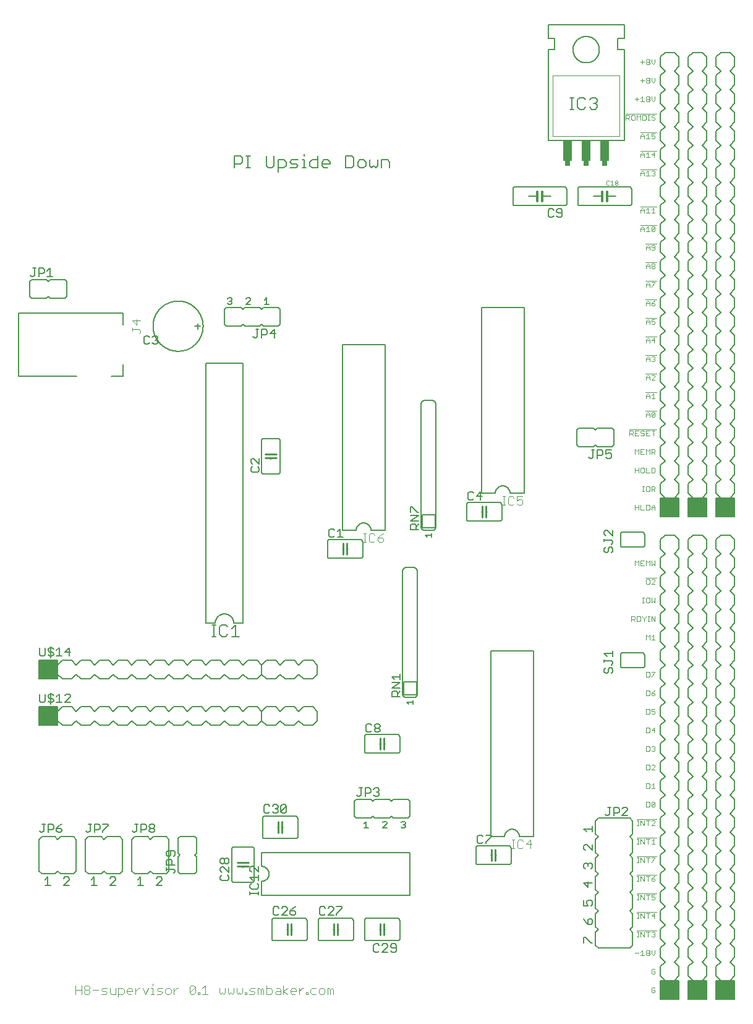
<source format=gto>
G75*
%MOIN*%
%OFA0B0*%
%FSLAX25Y25*%
%IPPOS*%
%LPD*%
%AMOC8*
5,1,8,0,0,1.08239X$1,22.5*
%
%ADD10C,0.00400*%
%ADD11C,0.00300*%
%ADD12C,0.00600*%
%ADD13C,0.00500*%
%ADD14C,0.00200*%
%ADD15R,0.03000X0.02500*%
%ADD16R,0.05000X0.11000*%
%ADD17C,0.00700*%
%ADD18C,0.01200*%
%ADD19C,0.01000*%
%ADD20C,0.00800*%
D10*
X0041080Y0031500D02*
X0041080Y0036104D01*
X0041080Y0033802D02*
X0044149Y0033802D01*
X0045684Y0034569D02*
X0045684Y0035337D01*
X0046451Y0036104D01*
X0047986Y0036104D01*
X0048753Y0035337D01*
X0048753Y0034569D01*
X0047986Y0033802D01*
X0046451Y0033802D01*
X0045684Y0034569D01*
X0046451Y0033802D02*
X0045684Y0033035D01*
X0045684Y0032267D01*
X0046451Y0031500D01*
X0047986Y0031500D01*
X0048753Y0032267D01*
X0048753Y0033035D01*
X0047986Y0033802D01*
X0050288Y0033802D02*
X0053357Y0033802D01*
X0054892Y0033802D02*
X0055659Y0034569D01*
X0057961Y0034569D01*
X0059496Y0034569D02*
X0059496Y0032267D01*
X0060263Y0031500D01*
X0062565Y0031500D01*
X0062565Y0034569D01*
X0064100Y0034569D02*
X0066402Y0034569D01*
X0067169Y0033802D01*
X0067169Y0032267D01*
X0066402Y0031500D01*
X0064100Y0031500D01*
X0064100Y0029965D02*
X0064100Y0034569D01*
X0057961Y0032267D02*
X0057194Y0033035D01*
X0055659Y0033035D01*
X0054892Y0033802D01*
X0054892Y0031500D02*
X0057194Y0031500D01*
X0057961Y0032267D01*
X0068704Y0032267D02*
X0068704Y0033802D01*
X0069471Y0034569D01*
X0071005Y0034569D01*
X0071773Y0033802D01*
X0071773Y0033035D01*
X0068704Y0033035D01*
X0068704Y0032267D02*
X0069471Y0031500D01*
X0071005Y0031500D01*
X0073307Y0031500D02*
X0073307Y0034569D01*
X0073307Y0033035D02*
X0074842Y0034569D01*
X0075609Y0034569D01*
X0077144Y0034569D02*
X0078679Y0031500D01*
X0080213Y0034569D01*
X0081748Y0034569D02*
X0082515Y0034569D01*
X0082515Y0031500D01*
X0081748Y0031500D02*
X0083283Y0031500D01*
X0084817Y0031500D02*
X0087119Y0031500D01*
X0087887Y0032267D01*
X0087119Y0033035D01*
X0085585Y0033035D01*
X0084817Y0033802D01*
X0085585Y0034569D01*
X0087887Y0034569D01*
X0089421Y0033802D02*
X0089421Y0032267D01*
X0090189Y0031500D01*
X0091723Y0031500D01*
X0092490Y0032267D01*
X0092490Y0033802D01*
X0091723Y0034569D01*
X0090189Y0034569D01*
X0089421Y0033802D01*
X0094025Y0034569D02*
X0094025Y0031500D01*
X0094025Y0033035D02*
X0095560Y0034569D01*
X0096327Y0034569D01*
X0102466Y0035337D02*
X0102466Y0032267D01*
X0105535Y0035337D01*
X0105535Y0032267D01*
X0104768Y0031500D01*
X0103233Y0031500D01*
X0102466Y0032267D01*
X0102466Y0035337D02*
X0103233Y0036104D01*
X0104768Y0036104D01*
X0105535Y0035337D01*
X0107070Y0032267D02*
X0107837Y0032267D01*
X0107837Y0031500D01*
X0107070Y0031500D01*
X0107070Y0032267D01*
X0109372Y0031500D02*
X0112441Y0031500D01*
X0110906Y0031500D02*
X0110906Y0036104D01*
X0109372Y0034569D01*
X0118579Y0034569D02*
X0118579Y0032267D01*
X0119347Y0031500D01*
X0120114Y0032267D01*
X0120881Y0031500D01*
X0121649Y0032267D01*
X0121649Y0034569D01*
X0123183Y0034569D02*
X0123183Y0032267D01*
X0123951Y0031500D01*
X0124718Y0032267D01*
X0125485Y0031500D01*
X0126253Y0032267D01*
X0126253Y0034569D01*
X0127787Y0034569D02*
X0127787Y0032267D01*
X0128555Y0031500D01*
X0129322Y0032267D01*
X0130089Y0031500D01*
X0130857Y0032267D01*
X0130857Y0034569D01*
X0132391Y0032267D02*
X0133158Y0032267D01*
X0133158Y0031500D01*
X0132391Y0031500D01*
X0132391Y0032267D01*
X0134693Y0031500D02*
X0136995Y0031500D01*
X0137762Y0032267D01*
X0136995Y0033035D01*
X0135460Y0033035D01*
X0134693Y0033802D01*
X0135460Y0034569D01*
X0137762Y0034569D01*
X0139297Y0034569D02*
X0140064Y0034569D01*
X0140832Y0033802D01*
X0141599Y0034569D01*
X0142366Y0033802D01*
X0142366Y0031500D01*
X0140832Y0031500D02*
X0140832Y0033802D01*
X0139297Y0034569D02*
X0139297Y0031500D01*
X0143901Y0031500D02*
X0143901Y0036104D01*
X0143901Y0034569D02*
X0146203Y0034569D01*
X0146970Y0033802D01*
X0146970Y0032267D01*
X0146203Y0031500D01*
X0143901Y0031500D01*
X0148505Y0032267D02*
X0149272Y0033035D01*
X0151574Y0033035D01*
X0151574Y0033802D02*
X0151574Y0031500D01*
X0149272Y0031500D01*
X0148505Y0032267D01*
X0149272Y0034569D02*
X0150807Y0034569D01*
X0151574Y0033802D01*
X0153109Y0033035D02*
X0155411Y0034569D01*
X0156945Y0033802D02*
X0157713Y0034569D01*
X0159247Y0034569D01*
X0160015Y0033802D01*
X0160015Y0033035D01*
X0156945Y0033035D01*
X0156945Y0033802D02*
X0156945Y0032267D01*
X0157713Y0031500D01*
X0159247Y0031500D01*
X0161549Y0031500D02*
X0161549Y0034569D01*
X0161549Y0033035D02*
X0163084Y0034569D01*
X0163851Y0034569D01*
X0165386Y0032267D02*
X0166153Y0032267D01*
X0166153Y0031500D01*
X0165386Y0031500D01*
X0165386Y0032267D01*
X0167688Y0032267D02*
X0168455Y0031500D01*
X0170757Y0031500D01*
X0172292Y0032267D02*
X0173059Y0031500D01*
X0174594Y0031500D01*
X0175361Y0032267D01*
X0175361Y0033802D01*
X0174594Y0034569D01*
X0173059Y0034569D01*
X0172292Y0033802D01*
X0172292Y0032267D01*
X0170757Y0034569D02*
X0168455Y0034569D01*
X0167688Y0033802D01*
X0167688Y0032267D01*
X0176896Y0031500D02*
X0176896Y0034569D01*
X0177663Y0034569D01*
X0178430Y0033802D01*
X0179198Y0034569D01*
X0179965Y0033802D01*
X0179965Y0031500D01*
X0178430Y0031500D02*
X0178430Y0033802D01*
X0155411Y0031500D02*
X0153109Y0033035D01*
X0153109Y0031500D02*
X0153109Y0036104D01*
X0082515Y0036104D02*
X0082515Y0036871D01*
X0044149Y0036104D02*
X0044149Y0031500D01*
X0196223Y0275000D02*
X0197757Y0275000D01*
X0196990Y0275000D02*
X0196990Y0279604D01*
X0196223Y0279604D02*
X0197757Y0279604D01*
X0199292Y0278837D02*
X0199292Y0275767D01*
X0200059Y0275000D01*
X0201594Y0275000D01*
X0202361Y0275767D01*
X0203896Y0275767D02*
X0204663Y0275000D01*
X0206198Y0275000D01*
X0206965Y0275767D01*
X0206965Y0276535D01*
X0206198Y0277302D01*
X0203896Y0277302D01*
X0203896Y0275767D01*
X0203896Y0277302D02*
X0205431Y0278837D01*
X0206965Y0279604D01*
X0202361Y0278837D02*
X0201594Y0279604D01*
X0200059Y0279604D01*
X0199292Y0278837D01*
X0271223Y0295000D02*
X0272757Y0295000D01*
X0271990Y0295000D02*
X0271990Y0299604D01*
X0271223Y0299604D02*
X0272757Y0299604D01*
X0274292Y0298837D02*
X0274292Y0295767D01*
X0275059Y0295000D01*
X0276594Y0295000D01*
X0277361Y0295767D01*
X0278896Y0295767D02*
X0279663Y0295000D01*
X0281198Y0295000D01*
X0281965Y0295767D01*
X0281965Y0297302D01*
X0281198Y0298069D01*
X0280431Y0298069D01*
X0278896Y0297302D01*
X0278896Y0299604D01*
X0281965Y0299604D01*
X0277361Y0298837D02*
X0276594Y0299604D01*
X0275059Y0299604D01*
X0274292Y0298837D01*
X0276223Y0114604D02*
X0277757Y0114604D01*
X0276990Y0114604D02*
X0276990Y0110000D01*
X0276223Y0110000D02*
X0277757Y0110000D01*
X0279292Y0110767D02*
X0279292Y0113837D01*
X0280059Y0114604D01*
X0281594Y0114604D01*
X0282361Y0113837D01*
X0283896Y0112302D02*
X0286965Y0112302D01*
X0286198Y0110000D02*
X0286198Y0114604D01*
X0283896Y0112302D01*
X0282361Y0110767D02*
X0281594Y0110000D01*
X0280059Y0110000D01*
X0279292Y0110767D01*
X0075333Y0387292D02*
X0076100Y0388059D01*
X0076100Y0388827D01*
X0075333Y0389594D01*
X0071496Y0389594D01*
X0071496Y0388827D02*
X0071496Y0390361D01*
X0073798Y0391896D02*
X0071496Y0394198D01*
X0076100Y0394198D01*
X0073798Y0394965D02*
X0073798Y0391896D01*
D11*
X0337753Y0502250D02*
X0337753Y0505152D01*
X0339204Y0505152D01*
X0339688Y0504669D01*
X0339688Y0503701D01*
X0339204Y0503217D01*
X0337753Y0503217D01*
X0338721Y0503217D02*
X0339688Y0502250D01*
X0340700Y0502734D02*
X0341183Y0502250D01*
X0342151Y0502250D01*
X0342635Y0502734D01*
X0342635Y0504669D01*
X0342151Y0505152D01*
X0341183Y0505152D01*
X0340700Y0504669D01*
X0340700Y0502734D01*
X0343646Y0502250D02*
X0343646Y0505152D01*
X0344614Y0504185D01*
X0345581Y0505152D01*
X0345581Y0502250D01*
X0346593Y0502250D02*
X0348044Y0502250D01*
X0348528Y0502734D01*
X0348528Y0504669D01*
X0348044Y0505152D01*
X0346593Y0505152D01*
X0346593Y0502250D01*
X0349539Y0502250D02*
X0350507Y0502250D01*
X0350023Y0502250D02*
X0350023Y0505152D01*
X0349539Y0505152D02*
X0350507Y0505152D01*
X0351503Y0504669D02*
X0351503Y0504185D01*
X0351987Y0503701D01*
X0352955Y0503701D01*
X0353438Y0503217D01*
X0353438Y0502734D01*
X0352955Y0502250D01*
X0351987Y0502250D01*
X0351503Y0502734D01*
X0351503Y0504669D02*
X0351987Y0505152D01*
X0352955Y0505152D01*
X0353438Y0504669D01*
X0354300Y0505750D02*
X0337603Y0505750D01*
X0343631Y0512734D02*
X0343631Y0514669D01*
X0342664Y0513701D02*
X0344599Y0513701D01*
X0345610Y0514185D02*
X0346578Y0515152D01*
X0346578Y0512250D01*
X0347545Y0512250D02*
X0345610Y0512250D01*
X0348557Y0512734D02*
X0348557Y0513217D01*
X0349041Y0513701D01*
X0350008Y0513701D01*
X0350492Y0513217D01*
X0350492Y0512734D01*
X0350008Y0512250D01*
X0349041Y0512250D01*
X0348557Y0512734D01*
X0349041Y0513701D02*
X0348557Y0514185D01*
X0348557Y0514669D01*
X0349041Y0515152D01*
X0350008Y0515152D01*
X0350492Y0514669D01*
X0350492Y0514185D01*
X0350008Y0513701D01*
X0351503Y0513217D02*
X0352471Y0512250D01*
X0353438Y0513217D01*
X0353438Y0515152D01*
X0351503Y0515152D02*
X0351503Y0513217D01*
X0352471Y0522250D02*
X0353438Y0523217D01*
X0353438Y0525152D01*
X0351503Y0525152D02*
X0351503Y0523217D01*
X0352471Y0522250D01*
X0350492Y0522734D02*
X0350008Y0522250D01*
X0349041Y0522250D01*
X0348557Y0522734D01*
X0348557Y0523217D01*
X0349041Y0523701D01*
X0350008Y0523701D01*
X0350492Y0523217D01*
X0350492Y0522734D01*
X0350008Y0523701D02*
X0350492Y0524185D01*
X0350492Y0524669D01*
X0350008Y0525152D01*
X0349041Y0525152D01*
X0348557Y0524669D01*
X0348557Y0524185D01*
X0349041Y0523701D01*
X0347545Y0523701D02*
X0345610Y0523701D01*
X0346578Y0524669D02*
X0346578Y0522734D01*
X0349041Y0532250D02*
X0348557Y0532734D01*
X0348557Y0533217D01*
X0349041Y0533701D01*
X0350008Y0533701D01*
X0350492Y0533217D01*
X0350492Y0532734D01*
X0350008Y0532250D01*
X0349041Y0532250D01*
X0349041Y0533701D02*
X0348557Y0534185D01*
X0348557Y0534669D01*
X0349041Y0535152D01*
X0350008Y0535152D01*
X0350492Y0534669D01*
X0350492Y0534185D01*
X0350008Y0533701D01*
X0351503Y0533217D02*
X0351503Y0535152D01*
X0351503Y0533217D02*
X0352471Y0532250D01*
X0353438Y0533217D01*
X0353438Y0535152D01*
X0347545Y0533701D02*
X0345610Y0533701D01*
X0346578Y0534669D02*
X0346578Y0532734D01*
X0345460Y0495750D02*
X0354300Y0495750D01*
X0353438Y0495152D02*
X0351503Y0495152D01*
X0351503Y0493701D01*
X0352471Y0494185D01*
X0352955Y0494185D01*
X0353438Y0493701D01*
X0353438Y0492734D01*
X0352955Y0492250D01*
X0351987Y0492250D01*
X0351503Y0492734D01*
X0350492Y0492250D02*
X0348557Y0492250D01*
X0349524Y0492250D02*
X0349524Y0495152D01*
X0348557Y0494185D01*
X0347545Y0494185D02*
X0347545Y0492250D01*
X0347545Y0493701D02*
X0345610Y0493701D01*
X0345610Y0494185D02*
X0346578Y0495152D01*
X0347545Y0494185D01*
X0345610Y0494185D02*
X0345610Y0492250D01*
X0345460Y0485750D02*
X0354300Y0485750D01*
X0352955Y0485152D02*
X0351503Y0483701D01*
X0353438Y0483701D01*
X0352955Y0482250D02*
X0352955Y0485152D01*
X0349524Y0485152D02*
X0349524Y0482250D01*
X0348557Y0482250D02*
X0350492Y0482250D01*
X0348557Y0484185D02*
X0349524Y0485152D01*
X0347545Y0484185D02*
X0347545Y0482250D01*
X0347545Y0483701D02*
X0345610Y0483701D01*
X0345610Y0484185D02*
X0345610Y0482250D01*
X0345610Y0484185D02*
X0346578Y0485152D01*
X0347545Y0484185D01*
X0345460Y0475750D02*
X0354300Y0475750D01*
X0353438Y0474669D02*
X0353438Y0474185D01*
X0352955Y0473701D01*
X0353438Y0473217D01*
X0353438Y0472734D01*
X0352955Y0472250D01*
X0351987Y0472250D01*
X0351503Y0472734D01*
X0350492Y0472250D02*
X0348557Y0472250D01*
X0349524Y0472250D02*
X0349524Y0475152D01*
X0348557Y0474185D01*
X0347545Y0474185D02*
X0347545Y0472250D01*
X0347545Y0473701D02*
X0345610Y0473701D01*
X0345610Y0474185D02*
X0346578Y0475152D01*
X0347545Y0474185D01*
X0345610Y0474185D02*
X0345610Y0472250D01*
X0351503Y0474669D02*
X0351987Y0475152D01*
X0352955Y0475152D01*
X0353438Y0474669D01*
X0352955Y0473701D02*
X0352471Y0473701D01*
X0354300Y0455750D02*
X0345460Y0455750D01*
X0346578Y0455152D02*
X0345610Y0454185D01*
X0345610Y0452250D01*
X0345610Y0453701D02*
X0347545Y0453701D01*
X0347545Y0454185D02*
X0347545Y0452250D01*
X0348557Y0452250D02*
X0350492Y0452250D01*
X0349524Y0452250D02*
X0349524Y0455152D01*
X0348557Y0454185D01*
X0347545Y0454185D02*
X0346578Y0455152D01*
X0351503Y0454185D02*
X0352471Y0455152D01*
X0352471Y0452250D01*
X0353438Y0452250D02*
X0351503Y0452250D01*
X0354300Y0445750D02*
X0345460Y0445750D01*
X0346578Y0445152D02*
X0345610Y0444185D01*
X0345610Y0442250D01*
X0345610Y0443701D02*
X0347545Y0443701D01*
X0347545Y0444185D02*
X0347545Y0442250D01*
X0348557Y0442250D02*
X0350492Y0442250D01*
X0349524Y0442250D02*
X0349524Y0445152D01*
X0348557Y0444185D01*
X0347545Y0444185D02*
X0346578Y0445152D01*
X0351503Y0444669D02*
X0351503Y0442734D01*
X0353438Y0444669D01*
X0353438Y0442734D01*
X0352955Y0442250D01*
X0351987Y0442250D01*
X0351503Y0442734D01*
X0351503Y0444669D02*
X0351987Y0445152D01*
X0352955Y0445152D01*
X0353438Y0444669D01*
X0354300Y0435750D02*
X0348407Y0435750D01*
X0349524Y0435152D02*
X0350492Y0434185D01*
X0350492Y0432250D01*
X0351503Y0432734D02*
X0351987Y0432250D01*
X0352955Y0432250D01*
X0353438Y0432734D01*
X0353438Y0434669D01*
X0352955Y0435152D01*
X0351987Y0435152D01*
X0351503Y0434669D01*
X0351503Y0434185D01*
X0351987Y0433701D01*
X0353438Y0433701D01*
X0350492Y0433701D02*
X0348557Y0433701D01*
X0348557Y0434185D02*
X0349524Y0435152D01*
X0348557Y0434185D02*
X0348557Y0432250D01*
X0348407Y0425750D02*
X0354300Y0425750D01*
X0353438Y0424669D02*
X0353438Y0424185D01*
X0352955Y0423701D01*
X0351987Y0423701D01*
X0351503Y0424185D01*
X0351503Y0424669D01*
X0351987Y0425152D01*
X0352955Y0425152D01*
X0353438Y0424669D01*
X0352955Y0423701D02*
X0353438Y0423217D01*
X0353438Y0422734D01*
X0352955Y0422250D01*
X0351987Y0422250D01*
X0351503Y0422734D01*
X0351503Y0423217D01*
X0351987Y0423701D01*
X0350492Y0423701D02*
X0348557Y0423701D01*
X0348557Y0424185D02*
X0349524Y0425152D01*
X0350492Y0424185D01*
X0350492Y0422250D01*
X0348557Y0422250D02*
X0348557Y0424185D01*
X0348407Y0415750D02*
X0354300Y0415750D01*
X0353438Y0415152D02*
X0353438Y0414669D01*
X0351503Y0412734D01*
X0351503Y0412250D01*
X0350492Y0412250D02*
X0350492Y0414185D01*
X0349524Y0415152D01*
X0348557Y0414185D01*
X0348557Y0412250D01*
X0348557Y0413701D02*
X0350492Y0413701D01*
X0351503Y0415152D02*
X0353438Y0415152D01*
X0354300Y0405750D02*
X0348407Y0405750D01*
X0349524Y0405152D02*
X0350492Y0404185D01*
X0350492Y0402250D01*
X0351503Y0402734D02*
X0351987Y0402250D01*
X0352955Y0402250D01*
X0353438Y0402734D01*
X0353438Y0403217D01*
X0352955Y0403701D01*
X0351503Y0403701D01*
X0351503Y0402734D01*
X0351503Y0403701D02*
X0352471Y0404669D01*
X0353438Y0405152D01*
X0350492Y0403701D02*
X0348557Y0403701D01*
X0348557Y0404185D02*
X0349524Y0405152D01*
X0348557Y0404185D02*
X0348557Y0402250D01*
X0348407Y0395750D02*
X0354300Y0395750D01*
X0353438Y0395152D02*
X0351503Y0395152D01*
X0351503Y0393701D01*
X0352471Y0394185D01*
X0352955Y0394185D01*
X0353438Y0393701D01*
X0353438Y0392734D01*
X0352955Y0392250D01*
X0351987Y0392250D01*
X0351503Y0392734D01*
X0350492Y0392250D02*
X0350492Y0394185D01*
X0349524Y0395152D01*
X0348557Y0394185D01*
X0348557Y0392250D01*
X0348557Y0393701D02*
X0350492Y0393701D01*
X0348407Y0385750D02*
X0354300Y0385750D01*
X0352955Y0385152D02*
X0352955Y0382250D01*
X0353438Y0383701D02*
X0351503Y0383701D01*
X0352955Y0385152D01*
X0350492Y0384185D02*
X0350492Y0382250D01*
X0350492Y0383701D02*
X0348557Y0383701D01*
X0348557Y0384185D02*
X0349524Y0385152D01*
X0350492Y0384185D01*
X0348557Y0384185D02*
X0348557Y0382250D01*
X0348407Y0375750D02*
X0354300Y0375750D01*
X0353438Y0374669D02*
X0353438Y0374185D01*
X0352955Y0373701D01*
X0353438Y0373217D01*
X0353438Y0372734D01*
X0352955Y0372250D01*
X0351987Y0372250D01*
X0351503Y0372734D01*
X0350492Y0372250D02*
X0350492Y0374185D01*
X0349524Y0375152D01*
X0348557Y0374185D01*
X0348557Y0372250D01*
X0348557Y0373701D02*
X0350492Y0373701D01*
X0351503Y0374669D02*
X0351987Y0375152D01*
X0352955Y0375152D01*
X0353438Y0374669D01*
X0352955Y0373701D02*
X0352471Y0373701D01*
X0354300Y0365750D02*
X0348407Y0365750D01*
X0349524Y0365152D02*
X0350492Y0364185D01*
X0350492Y0362250D01*
X0351503Y0362250D02*
X0353438Y0364185D01*
X0353438Y0364669D01*
X0352955Y0365152D01*
X0351987Y0365152D01*
X0351503Y0364669D01*
X0350492Y0363701D02*
X0348557Y0363701D01*
X0348557Y0364185D02*
X0349524Y0365152D01*
X0348557Y0364185D02*
X0348557Y0362250D01*
X0351503Y0362250D02*
X0353438Y0362250D01*
X0354300Y0355750D02*
X0348407Y0355750D01*
X0349524Y0355152D02*
X0350492Y0354185D01*
X0350492Y0352250D01*
X0351503Y0352250D02*
X0353438Y0352250D01*
X0352471Y0352250D02*
X0352471Y0355152D01*
X0351503Y0354185D01*
X0350492Y0353701D02*
X0348557Y0353701D01*
X0348557Y0354185D02*
X0349524Y0355152D01*
X0348557Y0354185D02*
X0348557Y0352250D01*
X0348407Y0345750D02*
X0354300Y0345750D01*
X0353438Y0344669D02*
X0351503Y0342734D01*
X0351987Y0342250D01*
X0352955Y0342250D01*
X0353438Y0342734D01*
X0353438Y0344669D01*
X0352955Y0345152D01*
X0351987Y0345152D01*
X0351503Y0344669D01*
X0351503Y0342734D01*
X0350492Y0342250D02*
X0350492Y0344185D01*
X0349524Y0345152D01*
X0348557Y0344185D01*
X0348557Y0342250D01*
X0348557Y0343701D02*
X0350492Y0343701D01*
X0350492Y0335152D02*
X0348557Y0335152D01*
X0348557Y0332250D01*
X0350492Y0332250D01*
X0349524Y0333701D02*
X0348557Y0333701D01*
X0347545Y0333217D02*
X0347545Y0332734D01*
X0347062Y0332250D01*
X0346094Y0332250D01*
X0345610Y0332734D01*
X0346094Y0333701D02*
X0347062Y0333701D01*
X0347545Y0333217D01*
X0347545Y0334669D02*
X0347062Y0335152D01*
X0346094Y0335152D01*
X0345610Y0334669D01*
X0345610Y0334185D01*
X0346094Y0333701D01*
X0344599Y0332250D02*
X0342664Y0332250D01*
X0342664Y0335152D01*
X0344599Y0335152D01*
X0343631Y0333701D02*
X0342664Y0333701D01*
X0341652Y0333701D02*
X0341169Y0333217D01*
X0339717Y0333217D01*
X0339717Y0332250D02*
X0339717Y0335152D01*
X0341169Y0335152D01*
X0341652Y0334669D01*
X0341652Y0333701D01*
X0340685Y0333217D02*
X0341652Y0332250D01*
X0339567Y0335750D02*
X0354300Y0335750D01*
X0353438Y0335152D02*
X0351503Y0335152D01*
X0352471Y0335152D02*
X0352471Y0332250D01*
X0352955Y0325152D02*
X0353438Y0324669D01*
X0353438Y0323701D01*
X0352955Y0323217D01*
X0351503Y0323217D01*
X0351503Y0322250D02*
X0351503Y0325152D01*
X0352955Y0325152D01*
X0352471Y0323217D02*
X0353438Y0322250D01*
X0350492Y0322250D02*
X0350492Y0325152D01*
X0349524Y0324185D01*
X0348557Y0325152D01*
X0348557Y0322250D01*
X0347545Y0322250D02*
X0345610Y0322250D01*
X0345610Y0325152D01*
X0347545Y0325152D01*
X0346578Y0323701D02*
X0345610Y0323701D01*
X0344599Y0325152D02*
X0344599Y0322250D01*
X0342664Y0322250D02*
X0342664Y0325152D01*
X0343631Y0324185D01*
X0344599Y0325152D01*
X0344599Y0315152D02*
X0344599Y0312250D01*
X0345610Y0312734D02*
X0346094Y0312250D01*
X0347062Y0312250D01*
X0347545Y0312734D01*
X0347545Y0314669D01*
X0347062Y0315152D01*
X0346094Y0315152D01*
X0345610Y0314669D01*
X0345610Y0312734D01*
X0344599Y0313701D02*
X0342664Y0313701D01*
X0342664Y0312250D02*
X0342664Y0315152D01*
X0348557Y0315152D02*
X0348557Y0312250D01*
X0350492Y0312250D01*
X0351503Y0312250D02*
X0352955Y0312250D01*
X0353438Y0312734D01*
X0353438Y0314669D01*
X0352955Y0315152D01*
X0351503Y0315152D01*
X0351503Y0312250D01*
X0351503Y0305152D02*
X0352955Y0305152D01*
X0353438Y0304669D01*
X0353438Y0303701D01*
X0352955Y0303217D01*
X0351503Y0303217D01*
X0351503Y0302250D02*
X0351503Y0305152D01*
X0350492Y0304669D02*
X0350008Y0305152D01*
X0349041Y0305152D01*
X0348557Y0304669D01*
X0348557Y0302734D01*
X0349041Y0302250D01*
X0350008Y0302250D01*
X0350492Y0302734D01*
X0350492Y0304669D01*
X0352471Y0303217D02*
X0353438Y0302250D01*
X0347560Y0302250D02*
X0346593Y0302250D01*
X0347076Y0302250D02*
X0347076Y0305152D01*
X0346593Y0305152D02*
X0347560Y0305152D01*
X0348557Y0295152D02*
X0350008Y0295152D01*
X0350492Y0294669D01*
X0350492Y0292734D01*
X0350008Y0292250D01*
X0348557Y0292250D01*
X0348557Y0295152D01*
X0345610Y0295152D02*
X0345610Y0292250D01*
X0347545Y0292250D01*
X0344599Y0292250D02*
X0344599Y0295152D01*
X0344599Y0293701D02*
X0342664Y0293701D01*
X0342664Y0292250D02*
X0342664Y0295152D01*
X0351503Y0294185D02*
X0351503Y0292250D01*
X0351503Y0293701D02*
X0353438Y0293701D01*
X0353438Y0294185D02*
X0353438Y0292250D01*
X0353438Y0294185D02*
X0352471Y0295152D01*
X0351503Y0294185D01*
X0351503Y0265152D02*
X0351503Y0262250D01*
X0352471Y0263217D01*
X0353438Y0262250D01*
X0353438Y0265152D01*
X0350492Y0265152D02*
X0350492Y0262250D01*
X0348557Y0262250D02*
X0348557Y0265152D01*
X0349524Y0264185D01*
X0350492Y0265152D01*
X0347545Y0265152D02*
X0345610Y0265152D01*
X0345610Y0262250D01*
X0347545Y0262250D01*
X0346578Y0263701D02*
X0345610Y0263701D01*
X0344599Y0265152D02*
X0344599Y0262250D01*
X0342664Y0262250D02*
X0342664Y0265152D01*
X0343631Y0264185D01*
X0344599Y0265152D01*
X0348407Y0255750D02*
X0354300Y0255750D01*
X0353438Y0254669D02*
X0352955Y0255152D01*
X0351987Y0255152D01*
X0351503Y0254669D01*
X0350492Y0254669D02*
X0350008Y0255152D01*
X0349041Y0255152D01*
X0348557Y0254669D01*
X0348557Y0252734D01*
X0349041Y0252250D01*
X0350008Y0252250D01*
X0350492Y0252734D01*
X0350492Y0254669D01*
X0351503Y0252250D02*
X0353438Y0254185D01*
X0353438Y0254669D01*
X0353438Y0252250D02*
X0351503Y0252250D01*
X0351503Y0245152D02*
X0351503Y0242250D01*
X0352471Y0243217D01*
X0353438Y0242250D01*
X0353438Y0245152D01*
X0350492Y0244669D02*
X0350008Y0245152D01*
X0349041Y0245152D01*
X0348557Y0244669D01*
X0348557Y0242734D01*
X0349041Y0242250D01*
X0350008Y0242250D01*
X0350492Y0242734D01*
X0350492Y0244669D01*
X0347560Y0245152D02*
X0346593Y0245152D01*
X0347076Y0245152D02*
X0347076Y0242250D01*
X0346593Y0242250D02*
X0347560Y0242250D01*
X0346593Y0235152D02*
X0346593Y0234669D01*
X0347560Y0233701D01*
X0347560Y0232250D01*
X0347560Y0233701D02*
X0348528Y0234669D01*
X0348528Y0235152D01*
X0349539Y0235152D02*
X0350507Y0235152D01*
X0350023Y0235152D02*
X0350023Y0232250D01*
X0349539Y0232250D02*
X0350507Y0232250D01*
X0351503Y0232250D02*
X0351503Y0235152D01*
X0353438Y0232250D01*
X0353438Y0235152D01*
X0352471Y0225152D02*
X0352471Y0222250D01*
X0353438Y0222250D02*
X0351503Y0222250D01*
X0350492Y0222250D02*
X0350492Y0225152D01*
X0349524Y0224185D01*
X0348557Y0225152D01*
X0348557Y0222250D01*
X0351503Y0224185D02*
X0352471Y0225152D01*
X0345097Y0232250D02*
X0345581Y0232734D01*
X0345581Y0234669D01*
X0345097Y0235152D01*
X0343646Y0235152D01*
X0343646Y0232250D01*
X0345097Y0232250D01*
X0342635Y0232250D02*
X0341667Y0233217D01*
X0342151Y0233217D02*
X0340700Y0233217D01*
X0340700Y0232250D02*
X0340700Y0235152D01*
X0342151Y0235152D01*
X0342635Y0234669D01*
X0342635Y0233701D01*
X0342151Y0233217D01*
X0348557Y0205152D02*
X0350008Y0205152D01*
X0350492Y0204669D01*
X0350492Y0202734D01*
X0350008Y0202250D01*
X0348557Y0202250D01*
X0348557Y0205152D01*
X0351503Y0205152D02*
X0353438Y0205152D01*
X0353438Y0204669D01*
X0351503Y0202734D01*
X0351503Y0202250D01*
X0350008Y0195152D02*
X0348557Y0195152D01*
X0348557Y0192250D01*
X0350008Y0192250D01*
X0350492Y0192734D01*
X0350492Y0194669D01*
X0350008Y0195152D01*
X0351503Y0193701D02*
X0352955Y0193701D01*
X0353438Y0193217D01*
X0353438Y0192734D01*
X0352955Y0192250D01*
X0351987Y0192250D01*
X0351503Y0192734D01*
X0351503Y0193701D01*
X0352471Y0194669D01*
X0353438Y0195152D01*
X0353438Y0185152D02*
X0351503Y0185152D01*
X0351503Y0183701D01*
X0352471Y0184185D01*
X0352955Y0184185D01*
X0353438Y0183701D01*
X0353438Y0182734D01*
X0352955Y0182250D01*
X0351987Y0182250D01*
X0351503Y0182734D01*
X0350492Y0182734D02*
X0350492Y0184669D01*
X0350008Y0185152D01*
X0348557Y0185152D01*
X0348557Y0182250D01*
X0350008Y0182250D01*
X0350492Y0182734D01*
X0350008Y0175152D02*
X0348557Y0175152D01*
X0348557Y0172250D01*
X0350008Y0172250D01*
X0350492Y0172734D01*
X0350492Y0174669D01*
X0350008Y0175152D01*
X0351503Y0173701D02*
X0353438Y0173701D01*
X0352955Y0172250D02*
X0352955Y0175152D01*
X0351503Y0173701D01*
X0351987Y0165152D02*
X0352955Y0165152D01*
X0353438Y0164669D01*
X0353438Y0164185D01*
X0352955Y0163701D01*
X0353438Y0163217D01*
X0353438Y0162734D01*
X0352955Y0162250D01*
X0351987Y0162250D01*
X0351503Y0162734D01*
X0350492Y0162734D02*
X0350492Y0164669D01*
X0350008Y0165152D01*
X0348557Y0165152D01*
X0348557Y0162250D01*
X0350008Y0162250D01*
X0350492Y0162734D01*
X0351503Y0164669D02*
X0351987Y0165152D01*
X0352471Y0163701D02*
X0352955Y0163701D01*
X0352955Y0155152D02*
X0351987Y0155152D01*
X0351503Y0154669D01*
X0350492Y0154669D02*
X0350008Y0155152D01*
X0348557Y0155152D01*
X0348557Y0152250D01*
X0350008Y0152250D01*
X0350492Y0152734D01*
X0350492Y0154669D01*
X0352955Y0155152D02*
X0353438Y0154669D01*
X0353438Y0154185D01*
X0351503Y0152250D01*
X0353438Y0152250D01*
X0352471Y0145152D02*
X0352471Y0142250D01*
X0353438Y0142250D02*
X0351503Y0142250D01*
X0350492Y0142734D02*
X0350492Y0144669D01*
X0350008Y0145152D01*
X0348557Y0145152D01*
X0348557Y0142250D01*
X0350008Y0142250D01*
X0350492Y0142734D01*
X0351503Y0144185D02*
X0352471Y0145152D01*
X0352955Y0135152D02*
X0353438Y0134669D01*
X0351503Y0132734D01*
X0351987Y0132250D01*
X0352955Y0132250D01*
X0353438Y0132734D01*
X0353438Y0134669D01*
X0352955Y0135152D02*
X0351987Y0135152D01*
X0351503Y0134669D01*
X0351503Y0132734D01*
X0350492Y0132734D02*
X0350492Y0134669D01*
X0350008Y0135152D01*
X0348557Y0135152D01*
X0348557Y0132250D01*
X0350008Y0132250D01*
X0350492Y0132734D01*
X0350492Y0125152D02*
X0348557Y0125152D01*
X0349524Y0125152D02*
X0349524Y0122250D01*
X0347545Y0122250D02*
X0347545Y0125152D01*
X0345610Y0125152D02*
X0345610Y0122250D01*
X0344614Y0122250D02*
X0343646Y0122250D01*
X0344130Y0122250D02*
X0344130Y0125152D01*
X0343646Y0125152D02*
X0344614Y0125152D01*
X0345610Y0125152D02*
X0347545Y0122250D01*
X0351503Y0122250D02*
X0353438Y0124185D01*
X0353438Y0124669D01*
X0352955Y0125152D01*
X0351987Y0125152D01*
X0351503Y0124669D01*
X0351503Y0122250D02*
X0353438Y0122250D01*
X0354300Y0125750D02*
X0343496Y0125750D01*
X0343496Y0115750D02*
X0354300Y0115750D01*
X0352471Y0115152D02*
X0352471Y0112250D01*
X0353438Y0112250D02*
X0351503Y0112250D01*
X0351503Y0114185D02*
X0352471Y0115152D01*
X0350492Y0115152D02*
X0348557Y0115152D01*
X0349524Y0115152D02*
X0349524Y0112250D01*
X0347545Y0112250D02*
X0347545Y0115152D01*
X0345610Y0115152D02*
X0345610Y0112250D01*
X0344614Y0112250D02*
X0343646Y0112250D01*
X0344130Y0112250D02*
X0344130Y0115152D01*
X0343646Y0115152D02*
X0344614Y0115152D01*
X0345610Y0115152D02*
X0347545Y0112250D01*
X0347545Y0105152D02*
X0347545Y0102250D01*
X0345610Y0105152D01*
X0345610Y0102250D01*
X0344614Y0102250D02*
X0343646Y0102250D01*
X0344130Y0102250D02*
X0344130Y0105152D01*
X0343646Y0105152D02*
X0344614Y0105152D01*
X0343496Y0105750D02*
X0354300Y0105750D01*
X0353438Y0105152D02*
X0353438Y0104669D01*
X0351503Y0102734D01*
X0351503Y0102250D01*
X0349524Y0102250D02*
X0349524Y0105152D01*
X0348557Y0105152D02*
X0350492Y0105152D01*
X0351503Y0105152D02*
X0353438Y0105152D01*
X0354300Y0095750D02*
X0343496Y0095750D01*
X0343646Y0095152D02*
X0344614Y0095152D01*
X0344130Y0095152D02*
X0344130Y0092250D01*
X0343646Y0092250D02*
X0344614Y0092250D01*
X0345610Y0092250D02*
X0345610Y0095152D01*
X0347545Y0092250D01*
X0347545Y0095152D01*
X0348557Y0095152D02*
X0350492Y0095152D01*
X0349524Y0095152D02*
X0349524Y0092250D01*
X0351503Y0092734D02*
X0351987Y0092250D01*
X0352955Y0092250D01*
X0353438Y0092734D01*
X0353438Y0093217D01*
X0352955Y0093701D01*
X0351503Y0093701D01*
X0351503Y0092734D01*
X0351503Y0093701D02*
X0352471Y0094669D01*
X0353438Y0095152D01*
X0354300Y0085750D02*
X0343496Y0085750D01*
X0343646Y0085152D02*
X0344614Y0085152D01*
X0344130Y0085152D02*
X0344130Y0082250D01*
X0343646Y0082250D02*
X0344614Y0082250D01*
X0345610Y0082250D02*
X0345610Y0085152D01*
X0347545Y0082250D01*
X0347545Y0085152D01*
X0348557Y0085152D02*
X0350492Y0085152D01*
X0349524Y0085152D02*
X0349524Y0082250D01*
X0351503Y0082734D02*
X0351987Y0082250D01*
X0352955Y0082250D01*
X0353438Y0082734D01*
X0353438Y0083701D01*
X0352955Y0084185D01*
X0352471Y0084185D01*
X0351503Y0083701D01*
X0351503Y0085152D01*
X0353438Y0085152D01*
X0354300Y0075750D02*
X0343496Y0075750D01*
X0343646Y0075152D02*
X0344614Y0075152D01*
X0344130Y0075152D02*
X0344130Y0072250D01*
X0343646Y0072250D02*
X0344614Y0072250D01*
X0345610Y0072250D02*
X0345610Y0075152D01*
X0347545Y0072250D01*
X0347545Y0075152D01*
X0348557Y0075152D02*
X0350492Y0075152D01*
X0349524Y0075152D02*
X0349524Y0072250D01*
X0351503Y0073701D02*
X0353438Y0073701D01*
X0352955Y0072250D02*
X0352955Y0075152D01*
X0351503Y0073701D01*
X0354300Y0065750D02*
X0343496Y0065750D01*
X0343646Y0065152D02*
X0344614Y0065152D01*
X0344130Y0065152D02*
X0344130Y0062250D01*
X0343646Y0062250D02*
X0344614Y0062250D01*
X0345610Y0062250D02*
X0345610Y0065152D01*
X0347545Y0062250D01*
X0347545Y0065152D01*
X0348557Y0065152D02*
X0350492Y0065152D01*
X0349524Y0065152D02*
X0349524Y0062250D01*
X0351503Y0062734D02*
X0351987Y0062250D01*
X0352955Y0062250D01*
X0353438Y0062734D01*
X0353438Y0063217D01*
X0352955Y0063701D01*
X0352471Y0063701D01*
X0352955Y0063701D02*
X0353438Y0064185D01*
X0353438Y0064669D01*
X0352955Y0065152D01*
X0351987Y0065152D01*
X0351503Y0064669D01*
X0351503Y0055152D02*
X0351503Y0053217D01*
X0352471Y0052250D01*
X0353438Y0053217D01*
X0353438Y0055152D01*
X0350492Y0054669D02*
X0350492Y0054185D01*
X0350008Y0053701D01*
X0349041Y0053701D01*
X0348557Y0054185D01*
X0348557Y0054669D01*
X0349041Y0055152D01*
X0350008Y0055152D01*
X0350492Y0054669D01*
X0350008Y0053701D02*
X0350492Y0053217D01*
X0350492Y0052734D01*
X0350008Y0052250D01*
X0349041Y0052250D01*
X0348557Y0052734D01*
X0348557Y0053217D01*
X0349041Y0053701D01*
X0347545Y0052250D02*
X0345610Y0052250D01*
X0346578Y0052250D02*
X0346578Y0055152D01*
X0345610Y0054185D01*
X0344599Y0053701D02*
X0342664Y0053701D01*
X0351503Y0044669D02*
X0351503Y0042734D01*
X0351987Y0042250D01*
X0352955Y0042250D01*
X0353438Y0042734D01*
X0353438Y0043701D01*
X0352471Y0043701D01*
X0353438Y0044669D02*
X0352955Y0045152D01*
X0351987Y0045152D01*
X0351503Y0044669D01*
X0351987Y0035152D02*
X0351503Y0034669D01*
X0351503Y0032734D01*
X0351987Y0032250D01*
X0352955Y0032250D01*
X0353438Y0032734D01*
X0353438Y0033701D01*
X0352471Y0033701D01*
X0353438Y0034669D02*
X0352955Y0035152D01*
X0351987Y0035152D01*
D12*
X0356300Y0036300D02*
X0356300Y0031300D01*
X0358800Y0028800D01*
X0363800Y0028800D01*
X0366300Y0031300D01*
X0366300Y0036300D01*
X0363800Y0038800D01*
X0366300Y0041300D01*
X0366300Y0046300D01*
X0363800Y0048800D01*
X0366300Y0051300D01*
X0366300Y0056300D01*
X0363800Y0058800D01*
X0366300Y0061300D01*
X0366300Y0066300D01*
X0363800Y0068800D01*
X0366300Y0071300D01*
X0366300Y0076300D01*
X0363800Y0078800D01*
X0366300Y0081300D01*
X0366300Y0086300D01*
X0363800Y0088800D01*
X0366300Y0091300D01*
X0366300Y0096300D01*
X0363800Y0098800D01*
X0366300Y0101300D01*
X0366300Y0106300D01*
X0363800Y0108800D01*
X0366300Y0111300D01*
X0366300Y0116300D01*
X0363800Y0118800D01*
X0366300Y0121300D01*
X0366300Y0126300D01*
X0363800Y0128800D01*
X0366300Y0131300D01*
X0366300Y0136300D01*
X0363800Y0138800D01*
X0366300Y0141300D01*
X0366300Y0146300D01*
X0363800Y0148800D01*
X0366300Y0151300D01*
X0366300Y0156300D01*
X0363800Y0158800D01*
X0366300Y0161300D01*
X0366300Y0166300D01*
X0363800Y0168800D01*
X0366300Y0171300D01*
X0366300Y0176300D01*
X0363800Y0178800D01*
X0366300Y0181300D01*
X0366300Y0186300D01*
X0363800Y0188800D01*
X0366300Y0191300D01*
X0366300Y0196300D01*
X0363800Y0198800D01*
X0366300Y0201300D01*
X0366300Y0206300D01*
X0363800Y0208800D01*
X0366300Y0211300D01*
X0366300Y0216300D01*
X0363800Y0218800D01*
X0366300Y0221300D01*
X0366300Y0226300D01*
X0363800Y0228800D01*
X0366300Y0231300D01*
X0366300Y0236300D01*
X0363800Y0238800D01*
X0366300Y0241300D01*
X0366300Y0246300D01*
X0363800Y0248800D01*
X0366300Y0251300D01*
X0366300Y0256300D01*
X0363800Y0258800D01*
X0366300Y0261300D01*
X0366300Y0266300D01*
X0363800Y0268800D01*
X0366300Y0271300D01*
X0366300Y0276300D01*
X0363800Y0278800D01*
X0358800Y0278800D01*
X0356300Y0276300D01*
X0356300Y0271300D01*
X0358800Y0268800D01*
X0356300Y0266300D01*
X0356300Y0261300D01*
X0358800Y0258800D01*
X0356300Y0256300D01*
X0356300Y0251300D01*
X0358800Y0248800D01*
X0356300Y0246300D01*
X0356300Y0241300D01*
X0358800Y0238800D01*
X0356300Y0236300D01*
X0356300Y0231300D01*
X0358800Y0228800D01*
X0356300Y0226300D01*
X0356300Y0221300D01*
X0358800Y0218800D01*
X0356300Y0216300D01*
X0356300Y0211300D01*
X0358800Y0208800D01*
X0356300Y0206300D01*
X0356300Y0201300D01*
X0358800Y0198800D01*
X0356300Y0196300D01*
X0356300Y0191300D01*
X0358800Y0188800D01*
X0356300Y0186300D01*
X0356300Y0181300D01*
X0358800Y0178800D01*
X0356300Y0176300D01*
X0356300Y0171300D01*
X0358800Y0168800D01*
X0356300Y0166300D01*
X0356300Y0161300D01*
X0358800Y0158800D01*
X0356300Y0156300D01*
X0356300Y0151300D01*
X0358800Y0148800D01*
X0356300Y0146300D01*
X0356300Y0141300D01*
X0358800Y0138800D01*
X0356300Y0136300D01*
X0356300Y0131300D01*
X0358800Y0128800D01*
X0356300Y0126300D01*
X0356300Y0121300D01*
X0358800Y0118800D01*
X0356300Y0116300D01*
X0356300Y0111300D01*
X0358800Y0108800D01*
X0356300Y0106300D01*
X0356300Y0101300D01*
X0358800Y0098800D01*
X0356300Y0096300D01*
X0356300Y0091300D01*
X0358800Y0088800D01*
X0356300Y0086300D01*
X0356300Y0081300D01*
X0358800Y0078800D01*
X0356300Y0076300D01*
X0356300Y0071300D01*
X0358800Y0068800D01*
X0356300Y0066300D01*
X0356300Y0061300D01*
X0358800Y0058800D01*
X0356300Y0056300D01*
X0356300Y0051300D01*
X0358800Y0048800D01*
X0356300Y0046300D01*
X0356300Y0041300D01*
X0358800Y0038800D01*
X0356300Y0036300D01*
X0371300Y0036300D02*
X0371300Y0031300D01*
X0373800Y0028800D01*
X0378800Y0028800D01*
X0381300Y0031300D01*
X0381300Y0036300D01*
X0378800Y0038800D01*
X0381300Y0041300D01*
X0381300Y0046300D01*
X0378800Y0048800D01*
X0381300Y0051300D01*
X0381300Y0056300D01*
X0378800Y0058800D01*
X0381300Y0061300D01*
X0381300Y0066300D01*
X0378800Y0068800D01*
X0381300Y0071300D01*
X0381300Y0076300D01*
X0378800Y0078800D01*
X0381300Y0081300D01*
X0381300Y0086300D01*
X0378800Y0088800D01*
X0381300Y0091300D01*
X0381300Y0096300D01*
X0378800Y0098800D01*
X0381300Y0101300D01*
X0381300Y0106300D01*
X0378800Y0108800D01*
X0381300Y0111300D01*
X0381300Y0116300D01*
X0378800Y0118800D01*
X0381300Y0121300D01*
X0381300Y0126300D01*
X0378800Y0128800D01*
X0381300Y0131300D01*
X0381300Y0136300D01*
X0378800Y0138800D01*
X0381300Y0141300D01*
X0381300Y0146300D01*
X0378800Y0148800D01*
X0381300Y0151300D01*
X0381300Y0156300D01*
X0378800Y0158800D01*
X0381300Y0161300D01*
X0381300Y0166300D01*
X0378800Y0168800D01*
X0381300Y0171300D01*
X0381300Y0176300D01*
X0378800Y0178800D01*
X0381300Y0181300D01*
X0381300Y0186300D01*
X0378800Y0188800D01*
X0381300Y0191300D01*
X0381300Y0196300D01*
X0378800Y0198800D01*
X0381300Y0201300D01*
X0381300Y0206300D01*
X0378800Y0208800D01*
X0381300Y0211300D01*
X0381300Y0216300D01*
X0378800Y0218800D01*
X0381300Y0221300D01*
X0381300Y0226300D01*
X0378800Y0228800D01*
X0381300Y0231300D01*
X0381300Y0236300D01*
X0378800Y0238800D01*
X0381300Y0241300D01*
X0381300Y0246300D01*
X0378800Y0248800D01*
X0381300Y0251300D01*
X0381300Y0256300D01*
X0378800Y0258800D01*
X0381300Y0261300D01*
X0381300Y0266300D01*
X0378800Y0268800D01*
X0381300Y0271300D01*
X0381300Y0276300D01*
X0378800Y0278800D01*
X0373800Y0278800D01*
X0371300Y0276300D01*
X0371300Y0271300D01*
X0373800Y0268800D01*
X0371300Y0266300D01*
X0371300Y0261300D01*
X0373800Y0258800D01*
X0371300Y0256300D01*
X0371300Y0251300D01*
X0373800Y0248800D01*
X0371300Y0246300D01*
X0371300Y0241300D01*
X0373800Y0238800D01*
X0371300Y0236300D01*
X0371300Y0231300D01*
X0373800Y0228800D01*
X0371300Y0226300D01*
X0371300Y0221300D01*
X0373800Y0218800D01*
X0371300Y0216300D01*
X0371300Y0211300D01*
X0373800Y0208800D01*
X0371300Y0206300D01*
X0371300Y0201300D01*
X0373800Y0198800D01*
X0371300Y0196300D01*
X0371300Y0191300D01*
X0373800Y0188800D01*
X0371300Y0186300D01*
X0371300Y0181300D01*
X0373800Y0178800D01*
X0371300Y0176300D01*
X0371300Y0171300D01*
X0373800Y0168800D01*
X0371300Y0166300D01*
X0371300Y0161300D01*
X0373800Y0158800D01*
X0371300Y0156300D01*
X0371300Y0151300D01*
X0373800Y0148800D01*
X0371300Y0146300D01*
X0371300Y0141300D01*
X0373800Y0138800D01*
X0371300Y0136300D01*
X0371300Y0131300D01*
X0373800Y0128800D01*
X0371300Y0126300D01*
X0371300Y0121300D01*
X0373800Y0118800D01*
X0371300Y0116300D01*
X0371300Y0111300D01*
X0373800Y0108800D01*
X0371300Y0106300D01*
X0371300Y0101300D01*
X0373800Y0098800D01*
X0371300Y0096300D01*
X0371300Y0091300D01*
X0373800Y0088800D01*
X0371300Y0086300D01*
X0371300Y0081300D01*
X0373800Y0078800D01*
X0371300Y0076300D01*
X0371300Y0071300D01*
X0373800Y0068800D01*
X0371300Y0066300D01*
X0371300Y0061300D01*
X0373800Y0058800D01*
X0371300Y0056300D01*
X0371300Y0051300D01*
X0373800Y0048800D01*
X0371300Y0046300D01*
X0371300Y0041300D01*
X0373800Y0038800D01*
X0371300Y0036300D01*
X0386300Y0036300D02*
X0386300Y0031300D01*
X0388800Y0028800D01*
X0393800Y0028800D01*
X0396300Y0031300D01*
X0396300Y0036300D01*
X0393800Y0038800D01*
X0396300Y0041300D01*
X0396300Y0046300D01*
X0393800Y0048800D01*
X0396300Y0051300D01*
X0396300Y0056300D01*
X0393800Y0058800D01*
X0396300Y0061300D01*
X0396300Y0066300D01*
X0393800Y0068800D01*
X0396300Y0071300D01*
X0396300Y0076300D01*
X0393800Y0078800D01*
X0396300Y0081300D01*
X0396300Y0086300D01*
X0393800Y0088800D01*
X0396300Y0091300D01*
X0396300Y0096300D01*
X0393800Y0098800D01*
X0396300Y0101300D01*
X0396300Y0106300D01*
X0393800Y0108800D01*
X0396300Y0111300D01*
X0396300Y0116300D01*
X0393800Y0118800D01*
X0396300Y0121300D01*
X0396300Y0126300D01*
X0393800Y0128800D01*
X0396300Y0131300D01*
X0396300Y0136300D01*
X0393800Y0138800D01*
X0396300Y0141300D01*
X0396300Y0146300D01*
X0393800Y0148800D01*
X0396300Y0151300D01*
X0396300Y0156300D01*
X0393800Y0158800D01*
X0396300Y0161300D01*
X0396300Y0166300D01*
X0393800Y0168800D01*
X0396300Y0171300D01*
X0396300Y0176300D01*
X0393800Y0178800D01*
X0396300Y0181300D01*
X0396300Y0186300D01*
X0393800Y0188800D01*
X0396300Y0191300D01*
X0396300Y0196300D01*
X0393800Y0198800D01*
X0396300Y0201300D01*
X0396300Y0206300D01*
X0393800Y0208800D01*
X0396300Y0211300D01*
X0396300Y0216300D01*
X0393800Y0218800D01*
X0396300Y0221300D01*
X0396300Y0226300D01*
X0393800Y0228800D01*
X0396300Y0231300D01*
X0396300Y0236300D01*
X0393800Y0238800D01*
X0396300Y0241300D01*
X0396300Y0246300D01*
X0393800Y0248800D01*
X0396300Y0251300D01*
X0396300Y0256300D01*
X0393800Y0258800D01*
X0396300Y0261300D01*
X0396300Y0266300D01*
X0393800Y0268800D01*
X0396300Y0271300D01*
X0396300Y0276300D01*
X0393800Y0278800D01*
X0388800Y0278800D01*
X0386300Y0276300D01*
X0386300Y0271300D01*
X0388800Y0268800D01*
X0386300Y0266300D01*
X0386300Y0261300D01*
X0388800Y0258800D01*
X0386300Y0256300D01*
X0386300Y0251300D01*
X0388800Y0248800D01*
X0386300Y0246300D01*
X0386300Y0241300D01*
X0388800Y0238800D01*
X0386300Y0236300D01*
X0386300Y0231300D01*
X0388800Y0228800D01*
X0386300Y0226300D01*
X0386300Y0221300D01*
X0388800Y0218800D01*
X0386300Y0216300D01*
X0386300Y0211300D01*
X0388800Y0208800D01*
X0386300Y0206300D01*
X0386300Y0201300D01*
X0388800Y0198800D01*
X0386300Y0196300D01*
X0386300Y0191300D01*
X0388800Y0188800D01*
X0386300Y0186300D01*
X0386300Y0181300D01*
X0388800Y0178800D01*
X0386300Y0176300D01*
X0386300Y0171300D01*
X0388800Y0168800D01*
X0386300Y0166300D01*
X0386300Y0161300D01*
X0388800Y0158800D01*
X0386300Y0156300D01*
X0386300Y0151300D01*
X0388800Y0148800D01*
X0386300Y0146300D01*
X0386300Y0141300D01*
X0388800Y0138800D01*
X0386300Y0136300D01*
X0386300Y0131300D01*
X0388800Y0128800D01*
X0386300Y0126300D01*
X0386300Y0121300D01*
X0388800Y0118800D01*
X0386300Y0116300D01*
X0386300Y0111300D01*
X0388800Y0108800D01*
X0386300Y0106300D01*
X0386300Y0101300D01*
X0388800Y0098800D01*
X0386300Y0096300D01*
X0386300Y0091300D01*
X0388800Y0088800D01*
X0386300Y0086300D01*
X0386300Y0081300D01*
X0388800Y0078800D01*
X0386300Y0076300D01*
X0386300Y0071300D01*
X0388800Y0068800D01*
X0386300Y0066300D01*
X0386300Y0061300D01*
X0388800Y0058800D01*
X0386300Y0056300D01*
X0386300Y0051300D01*
X0388800Y0048800D01*
X0386300Y0046300D01*
X0386300Y0041300D01*
X0388800Y0038800D01*
X0386300Y0036300D01*
X0341300Y0057800D02*
X0341300Y0064800D01*
X0339800Y0066300D01*
X0341300Y0067800D01*
X0341300Y0074800D01*
X0339800Y0076300D01*
X0341300Y0077800D01*
X0341300Y0084800D01*
X0339800Y0086300D01*
X0341300Y0087800D01*
X0341300Y0094800D01*
X0339800Y0096300D01*
X0341300Y0097800D01*
X0341300Y0104800D01*
X0339800Y0106300D01*
X0341300Y0107800D01*
X0341300Y0114800D01*
X0339800Y0116300D01*
X0341300Y0117800D01*
X0341300Y0124800D01*
X0339800Y0126300D01*
X0322800Y0126300D01*
X0321300Y0124800D01*
X0321300Y0117800D01*
X0322800Y0116300D01*
X0321300Y0114800D01*
X0321300Y0107800D01*
X0322800Y0106300D01*
X0321300Y0104800D01*
X0321300Y0097800D01*
X0322800Y0096300D01*
X0321300Y0094800D01*
X0321300Y0087800D01*
X0322800Y0086300D01*
X0321300Y0084800D01*
X0321300Y0077800D01*
X0322800Y0076300D01*
X0321300Y0074800D01*
X0321300Y0067800D01*
X0322800Y0066300D01*
X0321300Y0064800D01*
X0321300Y0057800D01*
X0322800Y0056300D01*
X0339800Y0056300D01*
X0341300Y0057800D01*
X0287800Y0116300D02*
X0280300Y0116300D01*
X0280298Y0116426D01*
X0280292Y0116551D01*
X0280282Y0116676D01*
X0280268Y0116801D01*
X0280251Y0116926D01*
X0280229Y0117050D01*
X0280204Y0117173D01*
X0280174Y0117295D01*
X0280141Y0117416D01*
X0280104Y0117536D01*
X0280064Y0117655D01*
X0280019Y0117772D01*
X0279971Y0117889D01*
X0279919Y0118003D01*
X0279864Y0118116D01*
X0279805Y0118227D01*
X0279743Y0118336D01*
X0279677Y0118443D01*
X0279608Y0118548D01*
X0279536Y0118651D01*
X0279461Y0118752D01*
X0279382Y0118850D01*
X0279300Y0118945D01*
X0279216Y0119038D01*
X0279128Y0119128D01*
X0279038Y0119216D01*
X0278945Y0119300D01*
X0278850Y0119382D01*
X0278752Y0119461D01*
X0278651Y0119536D01*
X0278548Y0119608D01*
X0278443Y0119677D01*
X0278336Y0119743D01*
X0278227Y0119805D01*
X0278116Y0119864D01*
X0278003Y0119919D01*
X0277889Y0119971D01*
X0277772Y0120019D01*
X0277655Y0120064D01*
X0277536Y0120104D01*
X0277416Y0120141D01*
X0277295Y0120174D01*
X0277173Y0120204D01*
X0277050Y0120229D01*
X0276926Y0120251D01*
X0276801Y0120268D01*
X0276676Y0120282D01*
X0276551Y0120292D01*
X0276426Y0120298D01*
X0276300Y0120300D01*
X0276174Y0120298D01*
X0276049Y0120292D01*
X0275924Y0120282D01*
X0275799Y0120268D01*
X0275674Y0120251D01*
X0275550Y0120229D01*
X0275427Y0120204D01*
X0275305Y0120174D01*
X0275184Y0120141D01*
X0275064Y0120104D01*
X0274945Y0120064D01*
X0274828Y0120019D01*
X0274711Y0119971D01*
X0274597Y0119919D01*
X0274484Y0119864D01*
X0274373Y0119805D01*
X0274264Y0119743D01*
X0274157Y0119677D01*
X0274052Y0119608D01*
X0273949Y0119536D01*
X0273848Y0119461D01*
X0273750Y0119382D01*
X0273655Y0119300D01*
X0273562Y0119216D01*
X0273472Y0119128D01*
X0273384Y0119038D01*
X0273300Y0118945D01*
X0273218Y0118850D01*
X0273139Y0118752D01*
X0273064Y0118651D01*
X0272992Y0118548D01*
X0272923Y0118443D01*
X0272857Y0118336D01*
X0272795Y0118227D01*
X0272736Y0118116D01*
X0272681Y0118003D01*
X0272629Y0117889D01*
X0272581Y0117772D01*
X0272536Y0117655D01*
X0272496Y0117536D01*
X0272459Y0117416D01*
X0272426Y0117295D01*
X0272396Y0117173D01*
X0272371Y0117050D01*
X0272349Y0116926D01*
X0272332Y0116801D01*
X0272318Y0116676D01*
X0272308Y0116551D01*
X0272302Y0116426D01*
X0272300Y0116300D01*
X0264800Y0116300D01*
X0264800Y0216300D01*
X0287800Y0216300D01*
X0287800Y0116300D01*
X0275800Y0110300D02*
X0275800Y0102300D01*
X0275798Y0102240D01*
X0275793Y0102179D01*
X0275784Y0102120D01*
X0275771Y0102061D01*
X0275755Y0102002D01*
X0275735Y0101945D01*
X0275712Y0101890D01*
X0275685Y0101835D01*
X0275656Y0101783D01*
X0275623Y0101732D01*
X0275587Y0101683D01*
X0275549Y0101637D01*
X0275507Y0101593D01*
X0275463Y0101551D01*
X0275417Y0101513D01*
X0275368Y0101477D01*
X0275317Y0101444D01*
X0275265Y0101415D01*
X0275210Y0101388D01*
X0275155Y0101365D01*
X0275098Y0101345D01*
X0275039Y0101329D01*
X0274980Y0101316D01*
X0274921Y0101307D01*
X0274860Y0101302D01*
X0274800Y0101300D01*
X0257800Y0101300D01*
X0257740Y0101302D01*
X0257679Y0101307D01*
X0257620Y0101316D01*
X0257561Y0101329D01*
X0257502Y0101345D01*
X0257445Y0101365D01*
X0257390Y0101388D01*
X0257335Y0101415D01*
X0257283Y0101444D01*
X0257232Y0101477D01*
X0257183Y0101513D01*
X0257137Y0101551D01*
X0257093Y0101593D01*
X0257051Y0101637D01*
X0257013Y0101683D01*
X0256977Y0101732D01*
X0256944Y0101783D01*
X0256915Y0101835D01*
X0256888Y0101890D01*
X0256865Y0101945D01*
X0256845Y0102002D01*
X0256829Y0102061D01*
X0256816Y0102120D01*
X0256807Y0102179D01*
X0256802Y0102240D01*
X0256800Y0102300D01*
X0256800Y0110300D01*
X0256802Y0110360D01*
X0256807Y0110421D01*
X0256816Y0110480D01*
X0256829Y0110539D01*
X0256845Y0110598D01*
X0256865Y0110655D01*
X0256888Y0110710D01*
X0256915Y0110765D01*
X0256944Y0110817D01*
X0256977Y0110868D01*
X0257013Y0110917D01*
X0257051Y0110963D01*
X0257093Y0111007D01*
X0257137Y0111049D01*
X0257183Y0111087D01*
X0257232Y0111123D01*
X0257283Y0111156D01*
X0257335Y0111185D01*
X0257390Y0111212D01*
X0257445Y0111235D01*
X0257502Y0111255D01*
X0257561Y0111271D01*
X0257620Y0111284D01*
X0257679Y0111293D01*
X0257740Y0111298D01*
X0257800Y0111300D01*
X0274800Y0111300D01*
X0274860Y0111298D01*
X0274921Y0111293D01*
X0274980Y0111284D01*
X0275039Y0111271D01*
X0275098Y0111255D01*
X0275155Y0111235D01*
X0275210Y0111212D01*
X0275265Y0111185D01*
X0275317Y0111156D01*
X0275368Y0111123D01*
X0275417Y0111087D01*
X0275463Y0111049D01*
X0275507Y0111007D01*
X0275549Y0110963D01*
X0275587Y0110917D01*
X0275623Y0110868D01*
X0275656Y0110817D01*
X0275685Y0110765D01*
X0275712Y0110710D01*
X0275735Y0110655D01*
X0275755Y0110598D01*
X0275771Y0110539D01*
X0275784Y0110480D01*
X0275793Y0110421D01*
X0275798Y0110360D01*
X0275800Y0110300D01*
X0267800Y0106300D02*
X0267300Y0106300D01*
X0265300Y0106300D02*
X0264800Y0106300D01*
X0221300Y0107800D02*
X0221300Y0084800D01*
X0141300Y0084800D01*
X0141300Y0092300D01*
X0141426Y0092302D01*
X0141551Y0092308D01*
X0141676Y0092318D01*
X0141801Y0092332D01*
X0141926Y0092349D01*
X0142050Y0092371D01*
X0142173Y0092396D01*
X0142295Y0092426D01*
X0142416Y0092459D01*
X0142536Y0092496D01*
X0142655Y0092536D01*
X0142772Y0092581D01*
X0142889Y0092629D01*
X0143003Y0092681D01*
X0143116Y0092736D01*
X0143227Y0092795D01*
X0143336Y0092857D01*
X0143443Y0092923D01*
X0143548Y0092992D01*
X0143651Y0093064D01*
X0143752Y0093139D01*
X0143850Y0093218D01*
X0143945Y0093300D01*
X0144038Y0093384D01*
X0144128Y0093472D01*
X0144216Y0093562D01*
X0144300Y0093655D01*
X0144382Y0093750D01*
X0144461Y0093848D01*
X0144536Y0093949D01*
X0144608Y0094052D01*
X0144677Y0094157D01*
X0144743Y0094264D01*
X0144805Y0094373D01*
X0144864Y0094484D01*
X0144919Y0094597D01*
X0144971Y0094711D01*
X0145019Y0094828D01*
X0145064Y0094945D01*
X0145104Y0095064D01*
X0145141Y0095184D01*
X0145174Y0095305D01*
X0145204Y0095427D01*
X0145229Y0095550D01*
X0145251Y0095674D01*
X0145268Y0095799D01*
X0145282Y0095924D01*
X0145292Y0096049D01*
X0145298Y0096174D01*
X0145300Y0096300D01*
X0145298Y0096426D01*
X0145292Y0096551D01*
X0145282Y0096676D01*
X0145268Y0096801D01*
X0145251Y0096926D01*
X0145229Y0097050D01*
X0145204Y0097173D01*
X0145174Y0097295D01*
X0145141Y0097416D01*
X0145104Y0097536D01*
X0145064Y0097655D01*
X0145019Y0097772D01*
X0144971Y0097889D01*
X0144919Y0098003D01*
X0144864Y0098116D01*
X0144805Y0098227D01*
X0144743Y0098336D01*
X0144677Y0098443D01*
X0144608Y0098548D01*
X0144536Y0098651D01*
X0144461Y0098752D01*
X0144382Y0098850D01*
X0144300Y0098945D01*
X0144216Y0099038D01*
X0144128Y0099128D01*
X0144038Y0099216D01*
X0143945Y0099300D01*
X0143850Y0099382D01*
X0143752Y0099461D01*
X0143651Y0099536D01*
X0143548Y0099608D01*
X0143443Y0099677D01*
X0143336Y0099743D01*
X0143227Y0099805D01*
X0143116Y0099864D01*
X0143003Y0099919D01*
X0142889Y0099971D01*
X0142772Y0100019D01*
X0142655Y0100064D01*
X0142536Y0100104D01*
X0142416Y0100141D01*
X0142295Y0100174D01*
X0142173Y0100204D01*
X0142050Y0100229D01*
X0141926Y0100251D01*
X0141801Y0100268D01*
X0141676Y0100282D01*
X0141551Y0100292D01*
X0141426Y0100298D01*
X0141300Y0100300D01*
X0141300Y0107800D01*
X0221300Y0107800D01*
X0220300Y0126300D02*
X0212300Y0126300D01*
X0211300Y0127300D01*
X0210300Y0126300D01*
X0202300Y0126300D01*
X0201300Y0127300D01*
X0200300Y0126300D01*
X0192300Y0126300D01*
X0191300Y0127300D01*
X0191300Y0135300D01*
X0192300Y0136300D01*
X0200300Y0136300D01*
X0201300Y0135300D01*
X0202300Y0136300D01*
X0210300Y0136300D01*
X0211300Y0135300D01*
X0212300Y0136300D01*
X0220300Y0136300D01*
X0221300Y0135300D01*
X0221300Y0127300D01*
X0220300Y0126300D01*
X0214800Y0161300D02*
X0197800Y0161300D01*
X0197740Y0161302D01*
X0197679Y0161307D01*
X0197620Y0161316D01*
X0197561Y0161329D01*
X0197502Y0161345D01*
X0197445Y0161365D01*
X0197390Y0161388D01*
X0197335Y0161415D01*
X0197283Y0161444D01*
X0197232Y0161477D01*
X0197183Y0161513D01*
X0197137Y0161551D01*
X0197093Y0161593D01*
X0197051Y0161637D01*
X0197013Y0161683D01*
X0196977Y0161732D01*
X0196944Y0161783D01*
X0196915Y0161835D01*
X0196888Y0161890D01*
X0196865Y0161945D01*
X0196845Y0162002D01*
X0196829Y0162061D01*
X0196816Y0162120D01*
X0196807Y0162179D01*
X0196802Y0162240D01*
X0196800Y0162300D01*
X0196800Y0170300D01*
X0196802Y0170360D01*
X0196807Y0170421D01*
X0196816Y0170480D01*
X0196829Y0170539D01*
X0196845Y0170598D01*
X0196865Y0170655D01*
X0196888Y0170710D01*
X0196915Y0170765D01*
X0196944Y0170817D01*
X0196977Y0170868D01*
X0197013Y0170917D01*
X0197051Y0170963D01*
X0197093Y0171007D01*
X0197137Y0171049D01*
X0197183Y0171087D01*
X0197232Y0171123D01*
X0197283Y0171156D01*
X0197335Y0171185D01*
X0197390Y0171212D01*
X0197445Y0171235D01*
X0197502Y0171255D01*
X0197561Y0171271D01*
X0197620Y0171284D01*
X0197679Y0171293D01*
X0197740Y0171298D01*
X0197800Y0171300D01*
X0214800Y0171300D01*
X0214860Y0171298D01*
X0214921Y0171293D01*
X0214980Y0171284D01*
X0215039Y0171271D01*
X0215098Y0171255D01*
X0215155Y0171235D01*
X0215210Y0171212D01*
X0215265Y0171185D01*
X0215317Y0171156D01*
X0215368Y0171123D01*
X0215417Y0171087D01*
X0215463Y0171049D01*
X0215507Y0171007D01*
X0215549Y0170963D01*
X0215587Y0170917D01*
X0215623Y0170868D01*
X0215656Y0170817D01*
X0215685Y0170765D01*
X0215712Y0170710D01*
X0215735Y0170655D01*
X0215755Y0170598D01*
X0215771Y0170539D01*
X0215784Y0170480D01*
X0215793Y0170421D01*
X0215798Y0170360D01*
X0215800Y0170300D01*
X0215800Y0162300D01*
X0215798Y0162240D01*
X0215793Y0162179D01*
X0215784Y0162120D01*
X0215771Y0162061D01*
X0215755Y0162002D01*
X0215735Y0161945D01*
X0215712Y0161890D01*
X0215685Y0161835D01*
X0215656Y0161783D01*
X0215623Y0161732D01*
X0215587Y0161683D01*
X0215549Y0161637D01*
X0215507Y0161593D01*
X0215463Y0161551D01*
X0215417Y0161513D01*
X0215368Y0161477D01*
X0215317Y0161444D01*
X0215265Y0161415D01*
X0215210Y0161388D01*
X0215155Y0161365D01*
X0215098Y0161345D01*
X0215039Y0161329D01*
X0214980Y0161316D01*
X0214921Y0161307D01*
X0214860Y0161302D01*
X0214800Y0161300D01*
X0207800Y0166300D02*
X0207300Y0166300D01*
X0205300Y0166300D02*
X0204800Y0166300D01*
X0219300Y0191300D02*
X0223300Y0191300D01*
X0223387Y0191302D01*
X0223474Y0191308D01*
X0223561Y0191317D01*
X0223647Y0191330D01*
X0223733Y0191347D01*
X0223818Y0191368D01*
X0223901Y0191393D01*
X0223984Y0191421D01*
X0224065Y0191452D01*
X0224145Y0191487D01*
X0224223Y0191526D01*
X0224300Y0191568D01*
X0224375Y0191613D01*
X0224447Y0191662D01*
X0224518Y0191713D01*
X0224586Y0191768D01*
X0224651Y0191825D01*
X0224714Y0191886D01*
X0224775Y0191949D01*
X0224832Y0192014D01*
X0224887Y0192082D01*
X0224938Y0192153D01*
X0224987Y0192225D01*
X0225032Y0192300D01*
X0225074Y0192377D01*
X0225113Y0192455D01*
X0225148Y0192535D01*
X0225179Y0192616D01*
X0225207Y0192699D01*
X0225232Y0192782D01*
X0225253Y0192867D01*
X0225270Y0192953D01*
X0225283Y0193039D01*
X0225292Y0193126D01*
X0225298Y0193213D01*
X0225300Y0193300D01*
X0225300Y0259300D01*
X0225298Y0259387D01*
X0225292Y0259474D01*
X0225283Y0259561D01*
X0225270Y0259647D01*
X0225253Y0259733D01*
X0225232Y0259818D01*
X0225207Y0259901D01*
X0225179Y0259984D01*
X0225148Y0260065D01*
X0225113Y0260145D01*
X0225074Y0260223D01*
X0225032Y0260300D01*
X0224987Y0260375D01*
X0224938Y0260447D01*
X0224887Y0260518D01*
X0224832Y0260586D01*
X0224775Y0260651D01*
X0224714Y0260714D01*
X0224651Y0260775D01*
X0224586Y0260832D01*
X0224518Y0260887D01*
X0224447Y0260938D01*
X0224375Y0260987D01*
X0224300Y0261032D01*
X0224223Y0261074D01*
X0224145Y0261113D01*
X0224065Y0261148D01*
X0223984Y0261179D01*
X0223901Y0261207D01*
X0223818Y0261232D01*
X0223733Y0261253D01*
X0223647Y0261270D01*
X0223561Y0261283D01*
X0223474Y0261292D01*
X0223387Y0261298D01*
X0223300Y0261300D01*
X0219300Y0261300D01*
X0219213Y0261298D01*
X0219126Y0261292D01*
X0219039Y0261283D01*
X0218953Y0261270D01*
X0218867Y0261253D01*
X0218782Y0261232D01*
X0218699Y0261207D01*
X0218616Y0261179D01*
X0218535Y0261148D01*
X0218455Y0261113D01*
X0218377Y0261074D01*
X0218300Y0261032D01*
X0218225Y0260987D01*
X0218153Y0260938D01*
X0218082Y0260887D01*
X0218014Y0260832D01*
X0217949Y0260775D01*
X0217886Y0260714D01*
X0217825Y0260651D01*
X0217768Y0260586D01*
X0217713Y0260518D01*
X0217662Y0260447D01*
X0217613Y0260375D01*
X0217568Y0260300D01*
X0217526Y0260223D01*
X0217487Y0260145D01*
X0217452Y0260065D01*
X0217421Y0259984D01*
X0217393Y0259901D01*
X0217368Y0259818D01*
X0217347Y0259733D01*
X0217330Y0259647D01*
X0217317Y0259561D01*
X0217308Y0259474D01*
X0217302Y0259387D01*
X0217300Y0259300D01*
X0217300Y0193300D01*
X0217800Y0192800D02*
X0217800Y0199800D01*
X0224800Y0199800D01*
X0224800Y0192800D01*
X0217800Y0192800D01*
X0217300Y0193300D02*
X0217302Y0193213D01*
X0217308Y0193126D01*
X0217317Y0193039D01*
X0217330Y0192953D01*
X0217347Y0192867D01*
X0217368Y0192782D01*
X0217393Y0192699D01*
X0217421Y0192616D01*
X0217452Y0192535D01*
X0217487Y0192455D01*
X0217526Y0192377D01*
X0217568Y0192300D01*
X0217613Y0192225D01*
X0217662Y0192153D01*
X0217713Y0192082D01*
X0217768Y0192014D01*
X0217825Y0191949D01*
X0217886Y0191886D01*
X0217949Y0191825D01*
X0218014Y0191768D01*
X0218082Y0191713D01*
X0218153Y0191662D01*
X0218225Y0191613D01*
X0218300Y0191568D01*
X0218377Y0191526D01*
X0218455Y0191487D01*
X0218535Y0191452D01*
X0218616Y0191421D01*
X0218699Y0191393D01*
X0218782Y0191368D01*
X0218867Y0191347D01*
X0218953Y0191330D01*
X0219039Y0191317D01*
X0219126Y0191308D01*
X0219213Y0191302D01*
X0219300Y0191300D01*
X0171300Y0183800D02*
X0171300Y0178800D01*
X0168800Y0176300D01*
X0163800Y0176300D01*
X0161300Y0178800D01*
X0158800Y0176300D01*
X0153800Y0176300D01*
X0151300Y0178800D01*
X0148800Y0176300D01*
X0143800Y0176300D01*
X0141300Y0178800D01*
X0141300Y0183800D01*
X0143800Y0186300D01*
X0148800Y0186300D01*
X0151300Y0183800D01*
X0153800Y0186300D01*
X0158800Y0186300D01*
X0161300Y0183800D01*
X0163800Y0186300D01*
X0168800Y0186300D01*
X0171300Y0183800D01*
X0168800Y0201300D02*
X0163800Y0201300D01*
X0161300Y0203800D01*
X0158800Y0201300D01*
X0153800Y0201300D01*
X0151300Y0203800D01*
X0148800Y0201300D01*
X0143800Y0201300D01*
X0141300Y0203800D01*
X0141300Y0208800D01*
X0143800Y0211300D01*
X0148800Y0211300D01*
X0151300Y0208800D01*
X0153800Y0211300D01*
X0158800Y0211300D01*
X0161300Y0208800D01*
X0163800Y0211300D01*
X0168800Y0211300D01*
X0171300Y0208800D01*
X0171300Y0203800D01*
X0168800Y0201300D01*
X0141300Y0203800D02*
X0138800Y0201300D01*
X0133800Y0201300D01*
X0131300Y0203800D01*
X0128800Y0201300D01*
X0123800Y0201300D01*
X0121300Y0203800D01*
X0118800Y0201300D01*
X0113800Y0201300D01*
X0111300Y0203800D01*
X0108800Y0201300D01*
X0103800Y0201300D01*
X0101300Y0203800D01*
X0098800Y0201300D01*
X0093800Y0201300D01*
X0091300Y0203800D01*
X0088800Y0201300D01*
X0083800Y0201300D01*
X0081300Y0203800D01*
X0078800Y0201300D01*
X0073800Y0201300D01*
X0071300Y0203800D01*
X0068800Y0201300D01*
X0063800Y0201300D01*
X0061300Y0203800D01*
X0058800Y0201300D01*
X0053800Y0201300D01*
X0051300Y0203800D01*
X0048800Y0201300D01*
X0043800Y0201300D01*
X0041300Y0203800D01*
X0038800Y0201300D01*
X0033800Y0201300D01*
X0031300Y0203800D01*
X0028800Y0201300D01*
X0023800Y0201300D01*
X0021300Y0203800D01*
X0021300Y0208800D01*
X0023800Y0211300D01*
X0028800Y0211300D01*
X0031300Y0208800D01*
X0033800Y0211300D01*
X0038800Y0211300D01*
X0041300Y0208800D01*
X0043800Y0211300D01*
X0048800Y0211300D01*
X0051300Y0208800D01*
X0053800Y0211300D01*
X0058800Y0211300D01*
X0061300Y0208800D01*
X0063800Y0211300D01*
X0068800Y0211300D01*
X0071300Y0208800D01*
X0073800Y0211300D01*
X0078800Y0211300D01*
X0081300Y0208800D01*
X0083800Y0211300D01*
X0088800Y0211300D01*
X0091300Y0208800D01*
X0093800Y0211300D01*
X0098800Y0211300D01*
X0101300Y0208800D01*
X0103800Y0211300D01*
X0108800Y0211300D01*
X0111300Y0208800D01*
X0113800Y0211300D01*
X0118800Y0211300D01*
X0121300Y0208800D01*
X0123800Y0211300D01*
X0128800Y0211300D01*
X0131300Y0208800D01*
X0133800Y0211300D01*
X0138800Y0211300D01*
X0141300Y0208800D01*
X0138800Y0186300D02*
X0133800Y0186300D01*
X0131300Y0183800D01*
X0128800Y0186300D01*
X0123800Y0186300D01*
X0121300Y0183800D01*
X0118800Y0186300D01*
X0113800Y0186300D01*
X0111300Y0183800D01*
X0108800Y0186300D01*
X0103800Y0186300D01*
X0101300Y0183800D01*
X0098800Y0186300D01*
X0093800Y0186300D01*
X0091300Y0183800D01*
X0088800Y0186300D01*
X0083800Y0186300D01*
X0081300Y0183800D01*
X0078800Y0186300D01*
X0073800Y0186300D01*
X0071300Y0183800D01*
X0068800Y0186300D01*
X0063800Y0186300D01*
X0061300Y0183800D01*
X0058800Y0186300D01*
X0053800Y0186300D01*
X0051300Y0183800D01*
X0048800Y0186300D01*
X0043800Y0186300D01*
X0041300Y0183800D01*
X0038800Y0186300D01*
X0033800Y0186300D01*
X0031300Y0183800D01*
X0028800Y0186300D01*
X0023800Y0186300D01*
X0021300Y0183800D01*
X0021300Y0178800D01*
X0023800Y0176300D01*
X0028800Y0176300D01*
X0031300Y0178800D01*
X0033800Y0176300D01*
X0038800Y0176300D01*
X0041300Y0178800D01*
X0043800Y0176300D01*
X0048800Y0176300D01*
X0051300Y0178800D01*
X0053800Y0176300D01*
X0058800Y0176300D01*
X0061300Y0178800D01*
X0063800Y0176300D01*
X0068800Y0176300D01*
X0071300Y0178800D01*
X0073800Y0176300D01*
X0078800Y0176300D01*
X0081300Y0178800D01*
X0083800Y0176300D01*
X0088800Y0176300D01*
X0091300Y0178800D01*
X0093800Y0176300D01*
X0098800Y0176300D01*
X0101300Y0178800D01*
X0103800Y0176300D01*
X0108800Y0176300D01*
X0111300Y0178800D01*
X0113800Y0176300D01*
X0118800Y0176300D01*
X0121300Y0178800D01*
X0123800Y0176300D01*
X0128800Y0176300D01*
X0131300Y0178800D01*
X0133800Y0176300D01*
X0138800Y0176300D01*
X0141300Y0178800D01*
X0141300Y0183800D02*
X0138800Y0186300D01*
X0131300Y0231300D02*
X0126300Y0231300D01*
X0126298Y0231440D01*
X0126292Y0231580D01*
X0126282Y0231720D01*
X0126269Y0231860D01*
X0126251Y0231999D01*
X0126229Y0232138D01*
X0126204Y0232275D01*
X0126175Y0232413D01*
X0126142Y0232549D01*
X0126105Y0232684D01*
X0126064Y0232818D01*
X0126019Y0232951D01*
X0125971Y0233083D01*
X0125919Y0233213D01*
X0125864Y0233342D01*
X0125805Y0233469D01*
X0125742Y0233595D01*
X0125676Y0233719D01*
X0125607Y0233840D01*
X0125534Y0233960D01*
X0125457Y0234078D01*
X0125378Y0234193D01*
X0125295Y0234307D01*
X0125209Y0234417D01*
X0125120Y0234526D01*
X0125028Y0234632D01*
X0124933Y0234735D01*
X0124836Y0234836D01*
X0124735Y0234933D01*
X0124632Y0235028D01*
X0124526Y0235120D01*
X0124417Y0235209D01*
X0124307Y0235295D01*
X0124193Y0235378D01*
X0124078Y0235457D01*
X0123960Y0235534D01*
X0123840Y0235607D01*
X0123719Y0235676D01*
X0123595Y0235742D01*
X0123469Y0235805D01*
X0123342Y0235864D01*
X0123213Y0235919D01*
X0123083Y0235971D01*
X0122951Y0236019D01*
X0122818Y0236064D01*
X0122684Y0236105D01*
X0122549Y0236142D01*
X0122413Y0236175D01*
X0122275Y0236204D01*
X0122138Y0236229D01*
X0121999Y0236251D01*
X0121860Y0236269D01*
X0121720Y0236282D01*
X0121580Y0236292D01*
X0121440Y0236298D01*
X0121300Y0236300D01*
X0121160Y0236298D01*
X0121020Y0236292D01*
X0120880Y0236282D01*
X0120740Y0236269D01*
X0120601Y0236251D01*
X0120462Y0236229D01*
X0120325Y0236204D01*
X0120187Y0236175D01*
X0120051Y0236142D01*
X0119916Y0236105D01*
X0119782Y0236064D01*
X0119649Y0236019D01*
X0119517Y0235971D01*
X0119387Y0235919D01*
X0119258Y0235864D01*
X0119131Y0235805D01*
X0119005Y0235742D01*
X0118881Y0235676D01*
X0118760Y0235607D01*
X0118640Y0235534D01*
X0118522Y0235457D01*
X0118407Y0235378D01*
X0118293Y0235295D01*
X0118183Y0235209D01*
X0118074Y0235120D01*
X0117968Y0235028D01*
X0117865Y0234933D01*
X0117764Y0234836D01*
X0117667Y0234735D01*
X0117572Y0234632D01*
X0117480Y0234526D01*
X0117391Y0234417D01*
X0117305Y0234307D01*
X0117222Y0234193D01*
X0117143Y0234078D01*
X0117066Y0233960D01*
X0116993Y0233840D01*
X0116924Y0233719D01*
X0116858Y0233595D01*
X0116795Y0233469D01*
X0116736Y0233342D01*
X0116681Y0233213D01*
X0116629Y0233083D01*
X0116581Y0232951D01*
X0116536Y0232818D01*
X0116495Y0232684D01*
X0116458Y0232549D01*
X0116425Y0232413D01*
X0116396Y0232275D01*
X0116371Y0232138D01*
X0116349Y0231999D01*
X0116331Y0231860D01*
X0116318Y0231720D01*
X0116308Y0231580D01*
X0116302Y0231440D01*
X0116300Y0231300D01*
X0111300Y0231300D01*
X0111300Y0371300D01*
X0131300Y0371300D01*
X0131300Y0231800D01*
X0176800Y0267300D02*
X0176800Y0275300D01*
X0176802Y0275360D01*
X0176807Y0275421D01*
X0176816Y0275480D01*
X0176829Y0275539D01*
X0176845Y0275598D01*
X0176865Y0275655D01*
X0176888Y0275710D01*
X0176915Y0275765D01*
X0176944Y0275817D01*
X0176977Y0275868D01*
X0177013Y0275917D01*
X0177051Y0275963D01*
X0177093Y0276007D01*
X0177137Y0276049D01*
X0177183Y0276087D01*
X0177232Y0276123D01*
X0177283Y0276156D01*
X0177335Y0276185D01*
X0177390Y0276212D01*
X0177445Y0276235D01*
X0177502Y0276255D01*
X0177561Y0276271D01*
X0177620Y0276284D01*
X0177679Y0276293D01*
X0177740Y0276298D01*
X0177800Y0276300D01*
X0194800Y0276300D01*
X0194860Y0276298D01*
X0194921Y0276293D01*
X0194980Y0276284D01*
X0195039Y0276271D01*
X0195098Y0276255D01*
X0195155Y0276235D01*
X0195210Y0276212D01*
X0195265Y0276185D01*
X0195317Y0276156D01*
X0195368Y0276123D01*
X0195417Y0276087D01*
X0195463Y0276049D01*
X0195507Y0276007D01*
X0195549Y0275963D01*
X0195587Y0275917D01*
X0195623Y0275868D01*
X0195656Y0275817D01*
X0195685Y0275765D01*
X0195712Y0275710D01*
X0195735Y0275655D01*
X0195755Y0275598D01*
X0195771Y0275539D01*
X0195784Y0275480D01*
X0195793Y0275421D01*
X0195798Y0275360D01*
X0195800Y0275300D01*
X0195800Y0267300D01*
X0195798Y0267240D01*
X0195793Y0267179D01*
X0195784Y0267120D01*
X0195771Y0267061D01*
X0195755Y0267002D01*
X0195735Y0266945D01*
X0195712Y0266890D01*
X0195685Y0266835D01*
X0195656Y0266783D01*
X0195623Y0266732D01*
X0195587Y0266683D01*
X0195549Y0266637D01*
X0195507Y0266593D01*
X0195463Y0266551D01*
X0195417Y0266513D01*
X0195368Y0266477D01*
X0195317Y0266444D01*
X0195265Y0266415D01*
X0195210Y0266388D01*
X0195155Y0266365D01*
X0195098Y0266345D01*
X0195039Y0266329D01*
X0194980Y0266316D01*
X0194921Y0266307D01*
X0194860Y0266302D01*
X0194800Y0266300D01*
X0177800Y0266300D01*
X0177740Y0266302D01*
X0177679Y0266307D01*
X0177620Y0266316D01*
X0177561Y0266329D01*
X0177502Y0266345D01*
X0177445Y0266365D01*
X0177390Y0266388D01*
X0177335Y0266415D01*
X0177283Y0266444D01*
X0177232Y0266477D01*
X0177183Y0266513D01*
X0177137Y0266551D01*
X0177093Y0266593D01*
X0177051Y0266637D01*
X0177013Y0266683D01*
X0176977Y0266732D01*
X0176944Y0266783D01*
X0176915Y0266835D01*
X0176888Y0266890D01*
X0176865Y0266945D01*
X0176845Y0267002D01*
X0176829Y0267061D01*
X0176816Y0267120D01*
X0176807Y0267179D01*
X0176802Y0267240D01*
X0176800Y0267300D01*
X0184800Y0271300D02*
X0185300Y0271300D01*
X0187300Y0271300D02*
X0187800Y0271300D01*
X0184800Y0281300D02*
X0192300Y0281300D01*
X0192302Y0281426D01*
X0192308Y0281551D01*
X0192318Y0281676D01*
X0192332Y0281801D01*
X0192349Y0281926D01*
X0192371Y0282050D01*
X0192396Y0282173D01*
X0192426Y0282295D01*
X0192459Y0282416D01*
X0192496Y0282536D01*
X0192536Y0282655D01*
X0192581Y0282772D01*
X0192629Y0282889D01*
X0192681Y0283003D01*
X0192736Y0283116D01*
X0192795Y0283227D01*
X0192857Y0283336D01*
X0192923Y0283443D01*
X0192992Y0283548D01*
X0193064Y0283651D01*
X0193139Y0283752D01*
X0193218Y0283850D01*
X0193300Y0283945D01*
X0193384Y0284038D01*
X0193472Y0284128D01*
X0193562Y0284216D01*
X0193655Y0284300D01*
X0193750Y0284382D01*
X0193848Y0284461D01*
X0193949Y0284536D01*
X0194052Y0284608D01*
X0194157Y0284677D01*
X0194264Y0284743D01*
X0194373Y0284805D01*
X0194484Y0284864D01*
X0194597Y0284919D01*
X0194711Y0284971D01*
X0194828Y0285019D01*
X0194945Y0285064D01*
X0195064Y0285104D01*
X0195184Y0285141D01*
X0195305Y0285174D01*
X0195427Y0285204D01*
X0195550Y0285229D01*
X0195674Y0285251D01*
X0195799Y0285268D01*
X0195924Y0285282D01*
X0196049Y0285292D01*
X0196174Y0285298D01*
X0196300Y0285300D01*
X0196426Y0285298D01*
X0196551Y0285292D01*
X0196676Y0285282D01*
X0196801Y0285268D01*
X0196926Y0285251D01*
X0197050Y0285229D01*
X0197173Y0285204D01*
X0197295Y0285174D01*
X0197416Y0285141D01*
X0197536Y0285104D01*
X0197655Y0285064D01*
X0197772Y0285019D01*
X0197889Y0284971D01*
X0198003Y0284919D01*
X0198116Y0284864D01*
X0198227Y0284805D01*
X0198336Y0284743D01*
X0198443Y0284677D01*
X0198548Y0284608D01*
X0198651Y0284536D01*
X0198752Y0284461D01*
X0198850Y0284382D01*
X0198945Y0284300D01*
X0199038Y0284216D01*
X0199128Y0284128D01*
X0199216Y0284038D01*
X0199300Y0283945D01*
X0199382Y0283850D01*
X0199461Y0283752D01*
X0199536Y0283651D01*
X0199608Y0283548D01*
X0199677Y0283443D01*
X0199743Y0283336D01*
X0199805Y0283227D01*
X0199864Y0283116D01*
X0199919Y0283003D01*
X0199971Y0282889D01*
X0200019Y0282772D01*
X0200064Y0282655D01*
X0200104Y0282536D01*
X0200141Y0282416D01*
X0200174Y0282295D01*
X0200204Y0282173D01*
X0200229Y0282050D01*
X0200251Y0281926D01*
X0200268Y0281801D01*
X0200282Y0281676D01*
X0200292Y0281551D01*
X0200298Y0281426D01*
X0200300Y0281300D01*
X0207800Y0281300D01*
X0207800Y0381300D01*
X0184800Y0381300D01*
X0184800Y0281300D01*
X0151300Y0312800D02*
X0151300Y0329800D01*
X0151298Y0329860D01*
X0151293Y0329921D01*
X0151284Y0329980D01*
X0151271Y0330039D01*
X0151255Y0330098D01*
X0151235Y0330155D01*
X0151212Y0330210D01*
X0151185Y0330265D01*
X0151156Y0330317D01*
X0151123Y0330368D01*
X0151087Y0330417D01*
X0151049Y0330463D01*
X0151007Y0330507D01*
X0150963Y0330549D01*
X0150917Y0330587D01*
X0150868Y0330623D01*
X0150817Y0330656D01*
X0150765Y0330685D01*
X0150710Y0330712D01*
X0150655Y0330735D01*
X0150598Y0330755D01*
X0150539Y0330771D01*
X0150480Y0330784D01*
X0150421Y0330793D01*
X0150360Y0330798D01*
X0150300Y0330800D01*
X0142300Y0330800D01*
X0142240Y0330798D01*
X0142179Y0330793D01*
X0142120Y0330784D01*
X0142061Y0330771D01*
X0142002Y0330755D01*
X0141945Y0330735D01*
X0141890Y0330712D01*
X0141835Y0330685D01*
X0141783Y0330656D01*
X0141732Y0330623D01*
X0141683Y0330587D01*
X0141637Y0330549D01*
X0141593Y0330507D01*
X0141551Y0330463D01*
X0141513Y0330417D01*
X0141477Y0330368D01*
X0141444Y0330317D01*
X0141415Y0330265D01*
X0141388Y0330210D01*
X0141365Y0330155D01*
X0141345Y0330098D01*
X0141329Y0330039D01*
X0141316Y0329980D01*
X0141307Y0329921D01*
X0141302Y0329860D01*
X0141300Y0329800D01*
X0141300Y0312800D01*
X0141302Y0312740D01*
X0141307Y0312679D01*
X0141316Y0312620D01*
X0141329Y0312561D01*
X0141345Y0312502D01*
X0141365Y0312445D01*
X0141388Y0312390D01*
X0141415Y0312335D01*
X0141444Y0312283D01*
X0141477Y0312232D01*
X0141513Y0312183D01*
X0141551Y0312137D01*
X0141593Y0312093D01*
X0141637Y0312051D01*
X0141683Y0312013D01*
X0141732Y0311977D01*
X0141783Y0311944D01*
X0141835Y0311915D01*
X0141890Y0311888D01*
X0141945Y0311865D01*
X0142002Y0311845D01*
X0142061Y0311829D01*
X0142120Y0311816D01*
X0142179Y0311807D01*
X0142240Y0311802D01*
X0142300Y0311800D01*
X0150300Y0311800D01*
X0150360Y0311802D01*
X0150421Y0311807D01*
X0150480Y0311816D01*
X0150539Y0311829D01*
X0150598Y0311845D01*
X0150655Y0311865D01*
X0150710Y0311888D01*
X0150765Y0311915D01*
X0150817Y0311944D01*
X0150868Y0311977D01*
X0150917Y0312013D01*
X0150963Y0312051D01*
X0151007Y0312093D01*
X0151049Y0312137D01*
X0151087Y0312183D01*
X0151123Y0312232D01*
X0151156Y0312283D01*
X0151185Y0312335D01*
X0151212Y0312390D01*
X0151235Y0312445D01*
X0151255Y0312502D01*
X0151271Y0312561D01*
X0151284Y0312620D01*
X0151293Y0312679D01*
X0151298Y0312740D01*
X0151300Y0312800D01*
X0146300Y0319800D02*
X0146300Y0320300D01*
X0146300Y0322300D02*
X0146300Y0322800D01*
X0142300Y0391300D02*
X0150300Y0391300D01*
X0151300Y0392300D01*
X0151300Y0400300D01*
X0150300Y0401300D01*
X0142300Y0401300D01*
X0141300Y0400300D01*
X0140300Y0401300D01*
X0132300Y0401300D01*
X0131300Y0400300D01*
X0130300Y0401300D01*
X0122300Y0401300D01*
X0121300Y0400300D01*
X0121300Y0392300D01*
X0122300Y0391300D01*
X0130300Y0391300D01*
X0131300Y0392300D01*
X0132300Y0391300D01*
X0140300Y0391300D01*
X0141300Y0392300D01*
X0142300Y0391300D01*
X0108300Y0391300D02*
X0105300Y0391300D01*
X0106800Y0392800D02*
X0106800Y0389800D01*
X0082800Y0391300D02*
X0082804Y0391631D01*
X0082816Y0391962D01*
X0082837Y0392293D01*
X0082865Y0392623D01*
X0082902Y0392953D01*
X0082946Y0393281D01*
X0082999Y0393608D01*
X0083059Y0393934D01*
X0083128Y0394258D01*
X0083205Y0394580D01*
X0083289Y0394901D01*
X0083381Y0395219D01*
X0083481Y0395535D01*
X0083589Y0395848D01*
X0083705Y0396159D01*
X0083828Y0396466D01*
X0083958Y0396771D01*
X0084096Y0397072D01*
X0084241Y0397370D01*
X0084394Y0397664D01*
X0084554Y0397954D01*
X0084721Y0398240D01*
X0084894Y0398522D01*
X0085075Y0398800D01*
X0085263Y0399073D01*
X0085457Y0399342D01*
X0085657Y0399606D01*
X0085864Y0399864D01*
X0086078Y0400118D01*
X0086297Y0400366D01*
X0086523Y0400609D01*
X0086754Y0400846D01*
X0086991Y0401077D01*
X0087234Y0401303D01*
X0087482Y0401522D01*
X0087736Y0401736D01*
X0087994Y0401943D01*
X0088258Y0402143D01*
X0088527Y0402337D01*
X0088800Y0402525D01*
X0089078Y0402706D01*
X0089360Y0402879D01*
X0089646Y0403046D01*
X0089936Y0403206D01*
X0090230Y0403359D01*
X0090528Y0403504D01*
X0090829Y0403642D01*
X0091134Y0403772D01*
X0091441Y0403895D01*
X0091752Y0404011D01*
X0092065Y0404119D01*
X0092381Y0404219D01*
X0092699Y0404311D01*
X0093020Y0404395D01*
X0093342Y0404472D01*
X0093666Y0404541D01*
X0093992Y0404601D01*
X0094319Y0404654D01*
X0094647Y0404698D01*
X0094977Y0404735D01*
X0095307Y0404763D01*
X0095638Y0404784D01*
X0095969Y0404796D01*
X0096300Y0404800D01*
X0096631Y0404796D01*
X0096962Y0404784D01*
X0097293Y0404763D01*
X0097623Y0404735D01*
X0097953Y0404698D01*
X0098281Y0404654D01*
X0098608Y0404601D01*
X0098934Y0404541D01*
X0099258Y0404472D01*
X0099580Y0404395D01*
X0099901Y0404311D01*
X0100219Y0404219D01*
X0100535Y0404119D01*
X0100848Y0404011D01*
X0101159Y0403895D01*
X0101466Y0403772D01*
X0101771Y0403642D01*
X0102072Y0403504D01*
X0102370Y0403359D01*
X0102664Y0403206D01*
X0102954Y0403046D01*
X0103240Y0402879D01*
X0103522Y0402706D01*
X0103800Y0402525D01*
X0104073Y0402337D01*
X0104342Y0402143D01*
X0104606Y0401943D01*
X0104864Y0401736D01*
X0105118Y0401522D01*
X0105366Y0401303D01*
X0105609Y0401077D01*
X0105846Y0400846D01*
X0106077Y0400609D01*
X0106303Y0400366D01*
X0106522Y0400118D01*
X0106736Y0399864D01*
X0106943Y0399606D01*
X0107143Y0399342D01*
X0107337Y0399073D01*
X0107525Y0398800D01*
X0107706Y0398522D01*
X0107879Y0398240D01*
X0108046Y0397954D01*
X0108206Y0397664D01*
X0108359Y0397370D01*
X0108504Y0397072D01*
X0108642Y0396771D01*
X0108772Y0396466D01*
X0108895Y0396159D01*
X0109011Y0395848D01*
X0109119Y0395535D01*
X0109219Y0395219D01*
X0109311Y0394901D01*
X0109395Y0394580D01*
X0109472Y0394258D01*
X0109541Y0393934D01*
X0109601Y0393608D01*
X0109654Y0393281D01*
X0109698Y0392953D01*
X0109735Y0392623D01*
X0109763Y0392293D01*
X0109784Y0391962D01*
X0109796Y0391631D01*
X0109800Y0391300D01*
X0109796Y0390969D01*
X0109784Y0390638D01*
X0109763Y0390307D01*
X0109735Y0389977D01*
X0109698Y0389647D01*
X0109654Y0389319D01*
X0109601Y0388992D01*
X0109541Y0388666D01*
X0109472Y0388342D01*
X0109395Y0388020D01*
X0109311Y0387699D01*
X0109219Y0387381D01*
X0109119Y0387065D01*
X0109011Y0386752D01*
X0108895Y0386441D01*
X0108772Y0386134D01*
X0108642Y0385829D01*
X0108504Y0385528D01*
X0108359Y0385230D01*
X0108206Y0384936D01*
X0108046Y0384646D01*
X0107879Y0384360D01*
X0107706Y0384078D01*
X0107525Y0383800D01*
X0107337Y0383527D01*
X0107143Y0383258D01*
X0106943Y0382994D01*
X0106736Y0382736D01*
X0106522Y0382482D01*
X0106303Y0382234D01*
X0106077Y0381991D01*
X0105846Y0381754D01*
X0105609Y0381523D01*
X0105366Y0381297D01*
X0105118Y0381078D01*
X0104864Y0380864D01*
X0104606Y0380657D01*
X0104342Y0380457D01*
X0104073Y0380263D01*
X0103800Y0380075D01*
X0103522Y0379894D01*
X0103240Y0379721D01*
X0102954Y0379554D01*
X0102664Y0379394D01*
X0102370Y0379241D01*
X0102072Y0379096D01*
X0101771Y0378958D01*
X0101466Y0378828D01*
X0101159Y0378705D01*
X0100848Y0378589D01*
X0100535Y0378481D01*
X0100219Y0378381D01*
X0099901Y0378289D01*
X0099580Y0378205D01*
X0099258Y0378128D01*
X0098934Y0378059D01*
X0098608Y0377999D01*
X0098281Y0377946D01*
X0097953Y0377902D01*
X0097623Y0377865D01*
X0097293Y0377837D01*
X0096962Y0377816D01*
X0096631Y0377804D01*
X0096300Y0377800D01*
X0095969Y0377804D01*
X0095638Y0377816D01*
X0095307Y0377837D01*
X0094977Y0377865D01*
X0094647Y0377902D01*
X0094319Y0377946D01*
X0093992Y0377999D01*
X0093666Y0378059D01*
X0093342Y0378128D01*
X0093020Y0378205D01*
X0092699Y0378289D01*
X0092381Y0378381D01*
X0092065Y0378481D01*
X0091752Y0378589D01*
X0091441Y0378705D01*
X0091134Y0378828D01*
X0090829Y0378958D01*
X0090528Y0379096D01*
X0090230Y0379241D01*
X0089936Y0379394D01*
X0089646Y0379554D01*
X0089360Y0379721D01*
X0089078Y0379894D01*
X0088800Y0380075D01*
X0088527Y0380263D01*
X0088258Y0380457D01*
X0087994Y0380657D01*
X0087736Y0380864D01*
X0087482Y0381078D01*
X0087234Y0381297D01*
X0086991Y0381523D01*
X0086754Y0381754D01*
X0086523Y0381991D01*
X0086297Y0382234D01*
X0086078Y0382482D01*
X0085864Y0382736D01*
X0085657Y0382994D01*
X0085457Y0383258D01*
X0085263Y0383527D01*
X0085075Y0383800D01*
X0084894Y0384078D01*
X0084721Y0384360D01*
X0084554Y0384646D01*
X0084394Y0384936D01*
X0084241Y0385230D01*
X0084096Y0385528D01*
X0083958Y0385829D01*
X0083828Y0386134D01*
X0083705Y0386441D01*
X0083589Y0386752D01*
X0083481Y0387065D01*
X0083381Y0387381D01*
X0083289Y0387699D01*
X0083205Y0388020D01*
X0083128Y0388342D01*
X0083059Y0388666D01*
X0082999Y0388992D01*
X0082946Y0389319D01*
X0082902Y0389647D01*
X0082865Y0389977D01*
X0082837Y0390307D01*
X0082816Y0390638D01*
X0082804Y0390969D01*
X0082800Y0391300D01*
X0036300Y0407300D02*
X0036300Y0415300D01*
X0035300Y0416300D01*
X0027300Y0416300D01*
X0026300Y0415300D01*
X0025300Y0416300D01*
X0017300Y0416300D01*
X0016300Y0415300D01*
X0016300Y0407300D01*
X0017300Y0406300D01*
X0025300Y0406300D01*
X0026300Y0407300D01*
X0027300Y0406300D01*
X0035300Y0406300D01*
X0036300Y0407300D01*
X0126600Y0476600D02*
X0126600Y0483005D01*
X0129803Y0483005D01*
X0130870Y0481938D01*
X0130870Y0479803D01*
X0129803Y0478735D01*
X0126600Y0478735D01*
X0133045Y0476600D02*
X0135181Y0476600D01*
X0134113Y0476600D02*
X0134113Y0483005D01*
X0133045Y0483005D02*
X0135181Y0483005D01*
X0143788Y0483005D02*
X0143788Y0477668D01*
X0144856Y0476600D01*
X0146991Y0476600D01*
X0148058Y0477668D01*
X0148058Y0483005D01*
X0150233Y0480870D02*
X0150233Y0474465D01*
X0150233Y0476600D02*
X0153436Y0476600D01*
X0154504Y0477668D01*
X0154504Y0479803D01*
X0153436Y0480870D01*
X0150233Y0480870D01*
X0156679Y0479803D02*
X0157747Y0480870D01*
X0160949Y0480870D01*
X0163124Y0480870D02*
X0164192Y0480870D01*
X0164192Y0476600D01*
X0163124Y0476600D02*
X0165260Y0476600D01*
X0167421Y0477668D02*
X0167421Y0479803D01*
X0168489Y0480870D01*
X0171692Y0480870D01*
X0171692Y0483005D02*
X0171692Y0476600D01*
X0168489Y0476600D01*
X0167421Y0477668D01*
X0164192Y0483005D02*
X0164192Y0484073D01*
X0159882Y0478735D02*
X0157747Y0478735D01*
X0156679Y0479803D01*
X0156679Y0476600D02*
X0159882Y0476600D01*
X0160949Y0477668D01*
X0159882Y0478735D01*
X0173867Y0478735D02*
X0178137Y0478735D01*
X0178137Y0479803D01*
X0177070Y0480870D01*
X0174935Y0480870D01*
X0173867Y0479803D01*
X0173867Y0477668D01*
X0174935Y0476600D01*
X0177070Y0476600D01*
X0186758Y0476600D02*
X0189961Y0476600D01*
X0191028Y0477668D01*
X0191028Y0481938D01*
X0189961Y0483005D01*
X0186758Y0483005D01*
X0186758Y0476600D01*
X0193203Y0477668D02*
X0193203Y0479803D01*
X0194271Y0480870D01*
X0196406Y0480870D01*
X0197474Y0479803D01*
X0197474Y0477668D01*
X0196406Y0476600D01*
X0194271Y0476600D01*
X0193203Y0477668D01*
X0199649Y0477668D02*
X0200717Y0476600D01*
X0201784Y0477668D01*
X0202852Y0476600D01*
X0203919Y0477668D01*
X0203919Y0480870D01*
X0206094Y0480870D02*
X0206094Y0476600D01*
X0206094Y0480870D02*
X0209297Y0480870D01*
X0210365Y0479803D01*
X0210365Y0476600D01*
X0199649Y0477668D02*
X0199649Y0480870D01*
X0259800Y0401300D02*
X0282800Y0401300D01*
X0282800Y0301300D01*
X0275300Y0301300D01*
X0275298Y0301426D01*
X0275292Y0301551D01*
X0275282Y0301676D01*
X0275268Y0301801D01*
X0275251Y0301926D01*
X0275229Y0302050D01*
X0275204Y0302173D01*
X0275174Y0302295D01*
X0275141Y0302416D01*
X0275104Y0302536D01*
X0275064Y0302655D01*
X0275019Y0302772D01*
X0274971Y0302889D01*
X0274919Y0303003D01*
X0274864Y0303116D01*
X0274805Y0303227D01*
X0274743Y0303336D01*
X0274677Y0303443D01*
X0274608Y0303548D01*
X0274536Y0303651D01*
X0274461Y0303752D01*
X0274382Y0303850D01*
X0274300Y0303945D01*
X0274216Y0304038D01*
X0274128Y0304128D01*
X0274038Y0304216D01*
X0273945Y0304300D01*
X0273850Y0304382D01*
X0273752Y0304461D01*
X0273651Y0304536D01*
X0273548Y0304608D01*
X0273443Y0304677D01*
X0273336Y0304743D01*
X0273227Y0304805D01*
X0273116Y0304864D01*
X0273003Y0304919D01*
X0272889Y0304971D01*
X0272772Y0305019D01*
X0272655Y0305064D01*
X0272536Y0305104D01*
X0272416Y0305141D01*
X0272295Y0305174D01*
X0272173Y0305204D01*
X0272050Y0305229D01*
X0271926Y0305251D01*
X0271801Y0305268D01*
X0271676Y0305282D01*
X0271551Y0305292D01*
X0271426Y0305298D01*
X0271300Y0305300D01*
X0271174Y0305298D01*
X0271049Y0305292D01*
X0270924Y0305282D01*
X0270799Y0305268D01*
X0270674Y0305251D01*
X0270550Y0305229D01*
X0270427Y0305204D01*
X0270305Y0305174D01*
X0270184Y0305141D01*
X0270064Y0305104D01*
X0269945Y0305064D01*
X0269828Y0305019D01*
X0269711Y0304971D01*
X0269597Y0304919D01*
X0269484Y0304864D01*
X0269373Y0304805D01*
X0269264Y0304743D01*
X0269157Y0304677D01*
X0269052Y0304608D01*
X0268949Y0304536D01*
X0268848Y0304461D01*
X0268750Y0304382D01*
X0268655Y0304300D01*
X0268562Y0304216D01*
X0268472Y0304128D01*
X0268384Y0304038D01*
X0268300Y0303945D01*
X0268218Y0303850D01*
X0268139Y0303752D01*
X0268064Y0303651D01*
X0267992Y0303548D01*
X0267923Y0303443D01*
X0267857Y0303336D01*
X0267795Y0303227D01*
X0267736Y0303116D01*
X0267681Y0303003D01*
X0267629Y0302889D01*
X0267581Y0302772D01*
X0267536Y0302655D01*
X0267496Y0302536D01*
X0267459Y0302416D01*
X0267426Y0302295D01*
X0267396Y0302173D01*
X0267371Y0302050D01*
X0267349Y0301926D01*
X0267332Y0301801D01*
X0267318Y0301676D01*
X0267308Y0301551D01*
X0267302Y0301426D01*
X0267300Y0301300D01*
X0259800Y0301300D01*
X0259800Y0401300D01*
X0233300Y0351300D02*
X0229300Y0351300D01*
X0229213Y0351298D01*
X0229126Y0351292D01*
X0229039Y0351283D01*
X0228953Y0351270D01*
X0228867Y0351253D01*
X0228782Y0351232D01*
X0228699Y0351207D01*
X0228616Y0351179D01*
X0228535Y0351148D01*
X0228455Y0351113D01*
X0228377Y0351074D01*
X0228300Y0351032D01*
X0228225Y0350987D01*
X0228153Y0350938D01*
X0228082Y0350887D01*
X0228014Y0350832D01*
X0227949Y0350775D01*
X0227886Y0350714D01*
X0227825Y0350651D01*
X0227768Y0350586D01*
X0227713Y0350518D01*
X0227662Y0350447D01*
X0227613Y0350375D01*
X0227568Y0350300D01*
X0227526Y0350223D01*
X0227487Y0350145D01*
X0227452Y0350065D01*
X0227421Y0349984D01*
X0227393Y0349901D01*
X0227368Y0349818D01*
X0227347Y0349733D01*
X0227330Y0349647D01*
X0227317Y0349561D01*
X0227308Y0349474D01*
X0227302Y0349387D01*
X0227300Y0349300D01*
X0227300Y0283300D01*
X0227800Y0282800D02*
X0234800Y0282800D01*
X0234800Y0289800D01*
X0227800Y0289800D01*
X0227800Y0282800D01*
X0227300Y0283300D02*
X0227302Y0283213D01*
X0227308Y0283126D01*
X0227317Y0283039D01*
X0227330Y0282953D01*
X0227347Y0282867D01*
X0227368Y0282782D01*
X0227393Y0282699D01*
X0227421Y0282616D01*
X0227452Y0282535D01*
X0227487Y0282455D01*
X0227526Y0282377D01*
X0227568Y0282300D01*
X0227613Y0282225D01*
X0227662Y0282153D01*
X0227713Y0282082D01*
X0227768Y0282014D01*
X0227825Y0281949D01*
X0227886Y0281886D01*
X0227949Y0281825D01*
X0228014Y0281768D01*
X0228082Y0281713D01*
X0228153Y0281662D01*
X0228225Y0281613D01*
X0228300Y0281568D01*
X0228377Y0281526D01*
X0228455Y0281487D01*
X0228535Y0281452D01*
X0228616Y0281421D01*
X0228699Y0281393D01*
X0228782Y0281368D01*
X0228867Y0281347D01*
X0228953Y0281330D01*
X0229039Y0281317D01*
X0229126Y0281308D01*
X0229213Y0281302D01*
X0229300Y0281300D01*
X0233300Y0281300D01*
X0233387Y0281302D01*
X0233474Y0281308D01*
X0233561Y0281317D01*
X0233647Y0281330D01*
X0233733Y0281347D01*
X0233818Y0281368D01*
X0233901Y0281393D01*
X0233984Y0281421D01*
X0234065Y0281452D01*
X0234145Y0281487D01*
X0234223Y0281526D01*
X0234300Y0281568D01*
X0234375Y0281613D01*
X0234447Y0281662D01*
X0234518Y0281713D01*
X0234586Y0281768D01*
X0234651Y0281825D01*
X0234714Y0281886D01*
X0234775Y0281949D01*
X0234832Y0282014D01*
X0234887Y0282082D01*
X0234938Y0282153D01*
X0234987Y0282225D01*
X0235032Y0282300D01*
X0235074Y0282377D01*
X0235113Y0282455D01*
X0235148Y0282535D01*
X0235179Y0282616D01*
X0235207Y0282699D01*
X0235232Y0282782D01*
X0235253Y0282867D01*
X0235270Y0282953D01*
X0235283Y0283039D01*
X0235292Y0283126D01*
X0235298Y0283213D01*
X0235300Y0283300D01*
X0235300Y0349300D01*
X0235298Y0349387D01*
X0235292Y0349474D01*
X0235283Y0349561D01*
X0235270Y0349647D01*
X0235253Y0349733D01*
X0235232Y0349818D01*
X0235207Y0349901D01*
X0235179Y0349984D01*
X0235148Y0350065D01*
X0235113Y0350145D01*
X0235074Y0350223D01*
X0235032Y0350300D01*
X0234987Y0350375D01*
X0234938Y0350447D01*
X0234887Y0350518D01*
X0234832Y0350586D01*
X0234775Y0350651D01*
X0234714Y0350714D01*
X0234651Y0350775D01*
X0234586Y0350832D01*
X0234518Y0350887D01*
X0234447Y0350938D01*
X0234375Y0350987D01*
X0234300Y0351032D01*
X0234223Y0351074D01*
X0234145Y0351113D01*
X0234065Y0351148D01*
X0233984Y0351179D01*
X0233901Y0351207D01*
X0233818Y0351232D01*
X0233733Y0351253D01*
X0233647Y0351270D01*
X0233561Y0351283D01*
X0233474Y0351292D01*
X0233387Y0351298D01*
X0233300Y0351300D01*
X0252800Y0296300D02*
X0269800Y0296300D01*
X0269860Y0296298D01*
X0269921Y0296293D01*
X0269980Y0296284D01*
X0270039Y0296271D01*
X0270098Y0296255D01*
X0270155Y0296235D01*
X0270210Y0296212D01*
X0270265Y0296185D01*
X0270317Y0296156D01*
X0270368Y0296123D01*
X0270417Y0296087D01*
X0270463Y0296049D01*
X0270507Y0296007D01*
X0270549Y0295963D01*
X0270587Y0295917D01*
X0270623Y0295868D01*
X0270656Y0295817D01*
X0270685Y0295765D01*
X0270712Y0295710D01*
X0270735Y0295655D01*
X0270755Y0295598D01*
X0270771Y0295539D01*
X0270784Y0295480D01*
X0270793Y0295421D01*
X0270798Y0295360D01*
X0270800Y0295300D01*
X0270800Y0287300D01*
X0270798Y0287240D01*
X0270793Y0287179D01*
X0270784Y0287120D01*
X0270771Y0287061D01*
X0270755Y0287002D01*
X0270735Y0286945D01*
X0270712Y0286890D01*
X0270685Y0286835D01*
X0270656Y0286783D01*
X0270623Y0286732D01*
X0270587Y0286683D01*
X0270549Y0286637D01*
X0270507Y0286593D01*
X0270463Y0286551D01*
X0270417Y0286513D01*
X0270368Y0286477D01*
X0270317Y0286444D01*
X0270265Y0286415D01*
X0270210Y0286388D01*
X0270155Y0286365D01*
X0270098Y0286345D01*
X0270039Y0286329D01*
X0269980Y0286316D01*
X0269921Y0286307D01*
X0269860Y0286302D01*
X0269800Y0286300D01*
X0252800Y0286300D01*
X0252740Y0286302D01*
X0252679Y0286307D01*
X0252620Y0286316D01*
X0252561Y0286329D01*
X0252502Y0286345D01*
X0252445Y0286365D01*
X0252390Y0286388D01*
X0252335Y0286415D01*
X0252283Y0286444D01*
X0252232Y0286477D01*
X0252183Y0286513D01*
X0252137Y0286551D01*
X0252093Y0286593D01*
X0252051Y0286637D01*
X0252013Y0286683D01*
X0251977Y0286732D01*
X0251944Y0286783D01*
X0251915Y0286835D01*
X0251888Y0286890D01*
X0251865Y0286945D01*
X0251845Y0287002D01*
X0251829Y0287061D01*
X0251816Y0287120D01*
X0251807Y0287179D01*
X0251802Y0287240D01*
X0251800Y0287300D01*
X0251800Y0295300D01*
X0251802Y0295360D01*
X0251807Y0295421D01*
X0251816Y0295480D01*
X0251829Y0295539D01*
X0251845Y0295598D01*
X0251865Y0295655D01*
X0251888Y0295710D01*
X0251915Y0295765D01*
X0251944Y0295817D01*
X0251977Y0295868D01*
X0252013Y0295917D01*
X0252051Y0295963D01*
X0252093Y0296007D01*
X0252137Y0296049D01*
X0252183Y0296087D01*
X0252232Y0296123D01*
X0252283Y0296156D01*
X0252335Y0296185D01*
X0252390Y0296212D01*
X0252445Y0296235D01*
X0252502Y0296255D01*
X0252561Y0296271D01*
X0252620Y0296284D01*
X0252679Y0296293D01*
X0252740Y0296298D01*
X0252800Y0296300D01*
X0259800Y0291300D02*
X0260300Y0291300D01*
X0262300Y0291300D02*
X0262800Y0291300D01*
X0311300Y0327300D02*
X0312300Y0326300D01*
X0320300Y0326300D01*
X0321300Y0327300D01*
X0322300Y0326300D01*
X0330300Y0326300D01*
X0331300Y0327300D01*
X0331300Y0335300D01*
X0330300Y0336300D01*
X0322300Y0336300D01*
X0321300Y0335300D01*
X0320300Y0336300D01*
X0312300Y0336300D01*
X0311300Y0335300D01*
X0311300Y0327300D01*
X0335800Y0280300D02*
X0346800Y0280300D01*
X0346860Y0280298D01*
X0346921Y0280293D01*
X0346980Y0280284D01*
X0347039Y0280271D01*
X0347098Y0280255D01*
X0347155Y0280235D01*
X0347210Y0280212D01*
X0347265Y0280185D01*
X0347317Y0280156D01*
X0347368Y0280123D01*
X0347417Y0280087D01*
X0347463Y0280049D01*
X0347507Y0280007D01*
X0347549Y0279963D01*
X0347587Y0279917D01*
X0347623Y0279868D01*
X0347656Y0279817D01*
X0347685Y0279765D01*
X0347712Y0279710D01*
X0347735Y0279655D01*
X0347755Y0279598D01*
X0347771Y0279539D01*
X0347784Y0279480D01*
X0347793Y0279421D01*
X0347798Y0279360D01*
X0347800Y0279300D01*
X0347800Y0273300D01*
X0347798Y0273240D01*
X0347793Y0273179D01*
X0347784Y0273120D01*
X0347771Y0273061D01*
X0347755Y0273002D01*
X0347735Y0272945D01*
X0347712Y0272890D01*
X0347685Y0272835D01*
X0347656Y0272783D01*
X0347623Y0272732D01*
X0347587Y0272683D01*
X0347549Y0272637D01*
X0347507Y0272593D01*
X0347463Y0272551D01*
X0347417Y0272513D01*
X0347368Y0272477D01*
X0347317Y0272444D01*
X0347265Y0272415D01*
X0347210Y0272388D01*
X0347155Y0272365D01*
X0347098Y0272345D01*
X0347039Y0272329D01*
X0346980Y0272316D01*
X0346921Y0272307D01*
X0346860Y0272302D01*
X0346800Y0272300D01*
X0335800Y0272300D01*
X0335740Y0272302D01*
X0335679Y0272307D01*
X0335620Y0272316D01*
X0335561Y0272329D01*
X0335502Y0272345D01*
X0335445Y0272365D01*
X0335390Y0272388D01*
X0335335Y0272415D01*
X0335283Y0272444D01*
X0335232Y0272477D01*
X0335183Y0272513D01*
X0335137Y0272551D01*
X0335093Y0272593D01*
X0335051Y0272637D01*
X0335013Y0272683D01*
X0334977Y0272732D01*
X0334944Y0272783D01*
X0334915Y0272835D01*
X0334888Y0272890D01*
X0334865Y0272945D01*
X0334845Y0273002D01*
X0334829Y0273061D01*
X0334816Y0273120D01*
X0334807Y0273179D01*
X0334802Y0273240D01*
X0334800Y0273300D01*
X0334800Y0279300D01*
X0334802Y0279360D01*
X0334807Y0279421D01*
X0334816Y0279480D01*
X0334829Y0279539D01*
X0334845Y0279598D01*
X0334865Y0279655D01*
X0334888Y0279710D01*
X0334915Y0279765D01*
X0334944Y0279817D01*
X0334977Y0279868D01*
X0335013Y0279917D01*
X0335051Y0279963D01*
X0335093Y0280007D01*
X0335137Y0280049D01*
X0335183Y0280087D01*
X0335232Y0280123D01*
X0335283Y0280156D01*
X0335335Y0280185D01*
X0335390Y0280212D01*
X0335445Y0280235D01*
X0335502Y0280255D01*
X0335561Y0280271D01*
X0335620Y0280284D01*
X0335679Y0280293D01*
X0335740Y0280298D01*
X0335800Y0280300D01*
X0356300Y0291300D02*
X0358800Y0288800D01*
X0363800Y0288800D01*
X0366300Y0291300D01*
X0366300Y0296300D01*
X0363800Y0298800D01*
X0366300Y0301300D01*
X0366300Y0306300D01*
X0363800Y0308800D01*
X0366300Y0311300D01*
X0366300Y0316300D01*
X0363800Y0318800D01*
X0366300Y0321300D01*
X0366300Y0326300D01*
X0363800Y0328800D01*
X0366300Y0331300D01*
X0366300Y0336300D01*
X0363800Y0338800D01*
X0366300Y0341300D01*
X0366300Y0346300D01*
X0363800Y0348800D01*
X0366300Y0351300D01*
X0366300Y0356300D01*
X0363800Y0358800D01*
X0366300Y0361300D01*
X0366300Y0366300D01*
X0363800Y0368800D01*
X0366300Y0371300D01*
X0366300Y0376300D01*
X0363800Y0378800D01*
X0366300Y0381300D01*
X0366300Y0386300D01*
X0363800Y0388800D01*
X0366300Y0391300D01*
X0366300Y0396300D01*
X0363800Y0398800D01*
X0366300Y0401300D01*
X0366300Y0406300D01*
X0363800Y0408800D01*
X0366300Y0411300D01*
X0366300Y0416300D01*
X0363800Y0418800D01*
X0366300Y0421300D01*
X0366300Y0426300D01*
X0363800Y0428800D01*
X0366300Y0431300D01*
X0366300Y0436300D01*
X0363800Y0438800D01*
X0366300Y0441300D01*
X0366300Y0446300D01*
X0363800Y0448800D01*
X0366300Y0451300D01*
X0366300Y0456300D01*
X0363800Y0458800D01*
X0366300Y0461300D01*
X0366300Y0466300D01*
X0363800Y0468800D01*
X0366300Y0471300D01*
X0366300Y0476300D01*
X0363800Y0478800D01*
X0366300Y0481300D01*
X0366300Y0486300D01*
X0363800Y0488800D01*
X0366300Y0491300D01*
X0366300Y0496300D01*
X0363800Y0498800D01*
X0366300Y0501300D01*
X0366300Y0506300D01*
X0363800Y0508800D01*
X0366300Y0511300D01*
X0366300Y0516300D01*
X0363800Y0518800D01*
X0366300Y0521300D01*
X0366300Y0526300D01*
X0363800Y0528800D01*
X0366300Y0531300D01*
X0366300Y0536300D01*
X0363800Y0538800D01*
X0358800Y0538800D01*
X0356300Y0536300D01*
X0356300Y0531300D01*
X0358800Y0528800D01*
X0356300Y0526300D01*
X0356300Y0521300D01*
X0358800Y0518800D01*
X0356300Y0516300D01*
X0356300Y0511300D01*
X0358800Y0508800D01*
X0356300Y0506300D01*
X0356300Y0501300D01*
X0358800Y0498800D01*
X0356300Y0496300D01*
X0356300Y0491300D01*
X0358800Y0488800D01*
X0356300Y0486300D01*
X0356300Y0481300D01*
X0358800Y0478800D01*
X0356300Y0476300D01*
X0356300Y0471300D01*
X0358800Y0468800D01*
X0356300Y0466300D01*
X0356300Y0461300D01*
X0358800Y0458800D01*
X0356300Y0456300D01*
X0356300Y0451300D01*
X0358800Y0448800D01*
X0356300Y0446300D01*
X0356300Y0441300D01*
X0358800Y0438800D01*
X0356300Y0436300D01*
X0356300Y0431300D01*
X0358800Y0428800D01*
X0356300Y0426300D01*
X0356300Y0421300D01*
X0358800Y0418800D01*
X0356300Y0416300D01*
X0356300Y0411300D01*
X0358800Y0408800D01*
X0356300Y0406300D01*
X0356300Y0401300D01*
X0358800Y0398800D01*
X0356300Y0396300D01*
X0356300Y0391300D01*
X0358800Y0388800D01*
X0356300Y0386300D01*
X0356300Y0381300D01*
X0358800Y0378800D01*
X0356300Y0376300D01*
X0356300Y0371300D01*
X0358800Y0368800D01*
X0356300Y0366300D01*
X0356300Y0361300D01*
X0358800Y0358800D01*
X0356300Y0356300D01*
X0356300Y0351300D01*
X0358800Y0348800D01*
X0356300Y0346300D01*
X0356300Y0341300D01*
X0358800Y0338800D01*
X0356300Y0336300D01*
X0356300Y0331300D01*
X0358800Y0328800D01*
X0356300Y0326300D01*
X0356300Y0321300D01*
X0358800Y0318800D01*
X0356300Y0316300D01*
X0356300Y0311300D01*
X0358800Y0308800D01*
X0356300Y0306300D01*
X0356300Y0301300D01*
X0358800Y0298800D01*
X0356300Y0296300D01*
X0356300Y0291300D01*
X0371300Y0291300D02*
X0373800Y0288800D01*
X0378800Y0288800D01*
X0381300Y0291300D01*
X0381300Y0296300D01*
X0378800Y0298800D01*
X0381300Y0301300D01*
X0381300Y0306300D01*
X0378800Y0308800D01*
X0381300Y0311300D01*
X0381300Y0316300D01*
X0378800Y0318800D01*
X0381300Y0321300D01*
X0381300Y0326300D01*
X0378800Y0328800D01*
X0381300Y0331300D01*
X0381300Y0336300D01*
X0378800Y0338800D01*
X0381300Y0341300D01*
X0381300Y0346300D01*
X0378800Y0348800D01*
X0381300Y0351300D01*
X0381300Y0356300D01*
X0378800Y0358800D01*
X0381300Y0361300D01*
X0381300Y0366300D01*
X0378800Y0368800D01*
X0381300Y0371300D01*
X0381300Y0376300D01*
X0378800Y0378800D01*
X0381300Y0381300D01*
X0381300Y0386300D01*
X0378800Y0388800D01*
X0381300Y0391300D01*
X0381300Y0396300D01*
X0378800Y0398800D01*
X0381300Y0401300D01*
X0381300Y0406300D01*
X0378800Y0408800D01*
X0381300Y0411300D01*
X0381300Y0416300D01*
X0378800Y0418800D01*
X0381300Y0421300D01*
X0381300Y0426300D01*
X0378800Y0428800D01*
X0381300Y0431300D01*
X0381300Y0436300D01*
X0378800Y0438800D01*
X0381300Y0441300D01*
X0381300Y0446300D01*
X0378800Y0448800D01*
X0381300Y0451300D01*
X0381300Y0456300D01*
X0378800Y0458800D01*
X0381300Y0461300D01*
X0381300Y0466300D01*
X0378800Y0468800D01*
X0381300Y0471300D01*
X0381300Y0476300D01*
X0378800Y0478800D01*
X0381300Y0481300D01*
X0381300Y0486300D01*
X0378800Y0488800D01*
X0381300Y0491300D01*
X0381300Y0496300D01*
X0378800Y0498800D01*
X0381300Y0501300D01*
X0381300Y0506300D01*
X0378800Y0508800D01*
X0381300Y0511300D01*
X0381300Y0516300D01*
X0378800Y0518800D01*
X0381300Y0521300D01*
X0381300Y0526300D01*
X0378800Y0528800D01*
X0381300Y0531300D01*
X0381300Y0536300D01*
X0378800Y0538800D01*
X0373800Y0538800D01*
X0371300Y0536300D01*
X0371300Y0531300D01*
X0373800Y0528800D01*
X0371300Y0526300D01*
X0371300Y0521300D01*
X0373800Y0518800D01*
X0371300Y0516300D01*
X0371300Y0511300D01*
X0373800Y0508800D01*
X0371300Y0506300D01*
X0371300Y0501300D01*
X0373800Y0498800D01*
X0371300Y0496300D01*
X0371300Y0491300D01*
X0373800Y0488800D01*
X0371300Y0486300D01*
X0371300Y0481300D01*
X0373800Y0478800D01*
X0371300Y0476300D01*
X0371300Y0471300D01*
X0373800Y0468800D01*
X0371300Y0466300D01*
X0371300Y0461300D01*
X0373800Y0458800D01*
X0371300Y0456300D01*
X0371300Y0451300D01*
X0373800Y0448800D01*
X0371300Y0446300D01*
X0371300Y0441300D01*
X0373800Y0438800D01*
X0371300Y0436300D01*
X0371300Y0431300D01*
X0373800Y0428800D01*
X0371300Y0426300D01*
X0371300Y0421300D01*
X0373800Y0418800D01*
X0371300Y0416300D01*
X0371300Y0411300D01*
X0373800Y0408800D01*
X0371300Y0406300D01*
X0371300Y0401300D01*
X0373800Y0398800D01*
X0371300Y0396300D01*
X0371300Y0391300D01*
X0373800Y0388800D01*
X0371300Y0386300D01*
X0371300Y0381300D01*
X0373800Y0378800D01*
X0371300Y0376300D01*
X0371300Y0371300D01*
X0373800Y0368800D01*
X0371300Y0366300D01*
X0371300Y0361300D01*
X0373800Y0358800D01*
X0371300Y0356300D01*
X0371300Y0351300D01*
X0373800Y0348800D01*
X0371300Y0346300D01*
X0371300Y0341300D01*
X0373800Y0338800D01*
X0371300Y0336300D01*
X0371300Y0331300D01*
X0373800Y0328800D01*
X0371300Y0326300D01*
X0371300Y0321300D01*
X0373800Y0318800D01*
X0371300Y0316300D01*
X0371300Y0311300D01*
X0373800Y0308800D01*
X0371300Y0306300D01*
X0371300Y0301300D01*
X0373800Y0298800D01*
X0371300Y0296300D01*
X0371300Y0291300D01*
X0386300Y0291300D02*
X0388800Y0288800D01*
X0393800Y0288800D01*
X0396300Y0291300D01*
X0396300Y0296300D01*
X0393800Y0298800D01*
X0396300Y0301300D01*
X0396300Y0306300D01*
X0393800Y0308800D01*
X0396300Y0311300D01*
X0396300Y0316300D01*
X0393800Y0318800D01*
X0396300Y0321300D01*
X0396300Y0326300D01*
X0393800Y0328800D01*
X0396300Y0331300D01*
X0396300Y0336300D01*
X0393800Y0338800D01*
X0396300Y0341300D01*
X0396300Y0346300D01*
X0393800Y0348800D01*
X0396300Y0351300D01*
X0396300Y0356300D01*
X0393800Y0358800D01*
X0396300Y0361300D01*
X0396300Y0366300D01*
X0393800Y0368800D01*
X0396300Y0371300D01*
X0396300Y0376300D01*
X0393800Y0378800D01*
X0396300Y0381300D01*
X0396300Y0386300D01*
X0393800Y0388800D01*
X0396300Y0391300D01*
X0396300Y0396300D01*
X0393800Y0398800D01*
X0396300Y0401300D01*
X0396300Y0406300D01*
X0393800Y0408800D01*
X0396300Y0411300D01*
X0396300Y0416300D01*
X0393800Y0418800D01*
X0396300Y0421300D01*
X0396300Y0426300D01*
X0393800Y0428800D01*
X0396300Y0431300D01*
X0396300Y0436300D01*
X0393800Y0438800D01*
X0396300Y0441300D01*
X0396300Y0446300D01*
X0393800Y0448800D01*
X0396300Y0451300D01*
X0396300Y0456300D01*
X0393800Y0458800D01*
X0396300Y0461300D01*
X0396300Y0466300D01*
X0393800Y0468800D01*
X0396300Y0471300D01*
X0396300Y0476300D01*
X0393800Y0478800D01*
X0396300Y0481300D01*
X0396300Y0486300D01*
X0393800Y0488800D01*
X0396300Y0491300D01*
X0396300Y0496300D01*
X0393800Y0498800D01*
X0396300Y0501300D01*
X0396300Y0506300D01*
X0393800Y0508800D01*
X0396300Y0511300D01*
X0396300Y0516300D01*
X0393800Y0518800D01*
X0396300Y0521300D01*
X0396300Y0526300D01*
X0393800Y0528800D01*
X0396300Y0531300D01*
X0396300Y0536300D01*
X0393800Y0538800D01*
X0388800Y0538800D01*
X0386300Y0536300D01*
X0386300Y0531300D01*
X0388800Y0528800D01*
X0386300Y0526300D01*
X0386300Y0521300D01*
X0388800Y0518800D01*
X0386300Y0516300D01*
X0386300Y0511300D01*
X0388800Y0508800D01*
X0386300Y0506300D01*
X0386300Y0501300D01*
X0388800Y0498800D01*
X0386300Y0496300D01*
X0386300Y0491300D01*
X0388800Y0488800D01*
X0386300Y0486300D01*
X0386300Y0481300D01*
X0388800Y0478800D01*
X0386300Y0476300D01*
X0386300Y0471300D01*
X0388800Y0468800D01*
X0386300Y0466300D01*
X0386300Y0461300D01*
X0388800Y0458800D01*
X0386300Y0456300D01*
X0386300Y0451300D01*
X0388800Y0448800D01*
X0386300Y0446300D01*
X0386300Y0441300D01*
X0388800Y0438800D01*
X0386300Y0436300D01*
X0386300Y0431300D01*
X0388800Y0428800D01*
X0386300Y0426300D01*
X0386300Y0421300D01*
X0388800Y0418800D01*
X0386300Y0416300D01*
X0386300Y0411300D01*
X0388800Y0408800D01*
X0386300Y0406300D01*
X0386300Y0401300D01*
X0388800Y0398800D01*
X0386300Y0396300D01*
X0386300Y0391300D01*
X0388800Y0388800D01*
X0386300Y0386300D01*
X0386300Y0381300D01*
X0388800Y0378800D01*
X0386300Y0376300D01*
X0386300Y0371300D01*
X0388800Y0368800D01*
X0386300Y0366300D01*
X0386300Y0361300D01*
X0388800Y0358800D01*
X0386300Y0356300D01*
X0386300Y0351300D01*
X0388800Y0348800D01*
X0386300Y0346300D01*
X0386300Y0341300D01*
X0388800Y0338800D01*
X0386300Y0336300D01*
X0386300Y0331300D01*
X0388800Y0328800D01*
X0386300Y0326300D01*
X0386300Y0321300D01*
X0388800Y0318800D01*
X0386300Y0316300D01*
X0386300Y0311300D01*
X0388800Y0308800D01*
X0386300Y0306300D01*
X0386300Y0301300D01*
X0388800Y0298800D01*
X0386300Y0296300D01*
X0386300Y0291300D01*
X0346800Y0215300D02*
X0335800Y0215300D01*
X0335740Y0215298D01*
X0335679Y0215293D01*
X0335620Y0215284D01*
X0335561Y0215271D01*
X0335502Y0215255D01*
X0335445Y0215235D01*
X0335390Y0215212D01*
X0335335Y0215185D01*
X0335283Y0215156D01*
X0335232Y0215123D01*
X0335183Y0215087D01*
X0335137Y0215049D01*
X0335093Y0215007D01*
X0335051Y0214963D01*
X0335013Y0214917D01*
X0334977Y0214868D01*
X0334944Y0214817D01*
X0334915Y0214765D01*
X0334888Y0214710D01*
X0334865Y0214655D01*
X0334845Y0214598D01*
X0334829Y0214539D01*
X0334816Y0214480D01*
X0334807Y0214421D01*
X0334802Y0214360D01*
X0334800Y0214300D01*
X0334800Y0208300D01*
X0334802Y0208240D01*
X0334807Y0208179D01*
X0334816Y0208120D01*
X0334829Y0208061D01*
X0334845Y0208002D01*
X0334865Y0207945D01*
X0334888Y0207890D01*
X0334915Y0207835D01*
X0334944Y0207783D01*
X0334977Y0207732D01*
X0335013Y0207683D01*
X0335051Y0207637D01*
X0335093Y0207593D01*
X0335137Y0207551D01*
X0335183Y0207513D01*
X0335232Y0207477D01*
X0335283Y0207444D01*
X0335335Y0207415D01*
X0335390Y0207388D01*
X0335445Y0207365D01*
X0335502Y0207345D01*
X0335561Y0207329D01*
X0335620Y0207316D01*
X0335679Y0207307D01*
X0335740Y0207302D01*
X0335800Y0207300D01*
X0346800Y0207300D01*
X0346860Y0207302D01*
X0346921Y0207307D01*
X0346980Y0207316D01*
X0347039Y0207329D01*
X0347098Y0207345D01*
X0347155Y0207365D01*
X0347210Y0207388D01*
X0347265Y0207415D01*
X0347317Y0207444D01*
X0347368Y0207477D01*
X0347417Y0207513D01*
X0347463Y0207551D01*
X0347507Y0207593D01*
X0347549Y0207637D01*
X0347587Y0207683D01*
X0347623Y0207732D01*
X0347656Y0207783D01*
X0347685Y0207835D01*
X0347712Y0207890D01*
X0347735Y0207945D01*
X0347755Y0208002D01*
X0347771Y0208061D01*
X0347784Y0208120D01*
X0347793Y0208179D01*
X0347798Y0208240D01*
X0347800Y0208300D01*
X0347800Y0214300D01*
X0347798Y0214360D01*
X0347793Y0214421D01*
X0347784Y0214480D01*
X0347771Y0214539D01*
X0347755Y0214598D01*
X0347735Y0214655D01*
X0347712Y0214710D01*
X0347685Y0214765D01*
X0347656Y0214817D01*
X0347623Y0214868D01*
X0347587Y0214917D01*
X0347549Y0214963D01*
X0347507Y0215007D01*
X0347463Y0215049D01*
X0347417Y0215087D01*
X0347368Y0215123D01*
X0347317Y0215156D01*
X0347265Y0215185D01*
X0347210Y0215212D01*
X0347155Y0215235D01*
X0347098Y0215255D01*
X0347039Y0215271D01*
X0346980Y0215284D01*
X0346921Y0215293D01*
X0346860Y0215298D01*
X0346800Y0215300D01*
X0214800Y0072300D02*
X0197800Y0072300D01*
X0197740Y0072298D01*
X0197679Y0072293D01*
X0197620Y0072284D01*
X0197561Y0072271D01*
X0197502Y0072255D01*
X0197445Y0072235D01*
X0197390Y0072212D01*
X0197335Y0072185D01*
X0197283Y0072156D01*
X0197232Y0072123D01*
X0197183Y0072087D01*
X0197137Y0072049D01*
X0197093Y0072007D01*
X0197051Y0071963D01*
X0197013Y0071917D01*
X0196977Y0071868D01*
X0196944Y0071817D01*
X0196915Y0071765D01*
X0196888Y0071710D01*
X0196865Y0071655D01*
X0196845Y0071598D01*
X0196829Y0071539D01*
X0196816Y0071480D01*
X0196807Y0071421D01*
X0196802Y0071360D01*
X0196800Y0071300D01*
X0196800Y0061300D01*
X0196802Y0061240D01*
X0196807Y0061179D01*
X0196816Y0061120D01*
X0196829Y0061061D01*
X0196845Y0061002D01*
X0196865Y0060945D01*
X0196888Y0060890D01*
X0196915Y0060835D01*
X0196944Y0060783D01*
X0196977Y0060732D01*
X0197013Y0060683D01*
X0197051Y0060637D01*
X0197093Y0060593D01*
X0197137Y0060551D01*
X0197183Y0060513D01*
X0197232Y0060477D01*
X0197283Y0060444D01*
X0197335Y0060415D01*
X0197390Y0060388D01*
X0197445Y0060365D01*
X0197502Y0060345D01*
X0197561Y0060329D01*
X0197620Y0060316D01*
X0197679Y0060307D01*
X0197740Y0060302D01*
X0197800Y0060300D01*
X0214800Y0060300D01*
X0214860Y0060302D01*
X0214921Y0060307D01*
X0214980Y0060316D01*
X0215039Y0060329D01*
X0215098Y0060345D01*
X0215155Y0060365D01*
X0215210Y0060388D01*
X0215265Y0060415D01*
X0215317Y0060444D01*
X0215368Y0060477D01*
X0215417Y0060513D01*
X0215463Y0060551D01*
X0215507Y0060593D01*
X0215549Y0060637D01*
X0215587Y0060683D01*
X0215623Y0060732D01*
X0215656Y0060783D01*
X0215685Y0060835D01*
X0215712Y0060890D01*
X0215735Y0060945D01*
X0215755Y0061002D01*
X0215771Y0061061D01*
X0215784Y0061120D01*
X0215793Y0061179D01*
X0215798Y0061240D01*
X0215800Y0061300D01*
X0215800Y0071300D01*
X0215798Y0071360D01*
X0215793Y0071421D01*
X0215784Y0071480D01*
X0215771Y0071539D01*
X0215755Y0071598D01*
X0215735Y0071655D01*
X0215712Y0071710D01*
X0215685Y0071765D01*
X0215656Y0071817D01*
X0215623Y0071868D01*
X0215587Y0071917D01*
X0215549Y0071963D01*
X0215507Y0072007D01*
X0215463Y0072049D01*
X0215417Y0072087D01*
X0215368Y0072123D01*
X0215317Y0072156D01*
X0215265Y0072185D01*
X0215210Y0072212D01*
X0215155Y0072235D01*
X0215098Y0072255D01*
X0215039Y0072271D01*
X0214980Y0072284D01*
X0214921Y0072293D01*
X0214860Y0072298D01*
X0214800Y0072300D01*
X0207800Y0066300D02*
X0207300Y0066300D01*
X0205300Y0066300D02*
X0204800Y0066300D01*
X0190800Y0071300D02*
X0190800Y0061300D01*
X0190798Y0061240D01*
X0190793Y0061179D01*
X0190784Y0061120D01*
X0190771Y0061061D01*
X0190755Y0061002D01*
X0190735Y0060945D01*
X0190712Y0060890D01*
X0190685Y0060835D01*
X0190656Y0060783D01*
X0190623Y0060732D01*
X0190587Y0060683D01*
X0190549Y0060637D01*
X0190507Y0060593D01*
X0190463Y0060551D01*
X0190417Y0060513D01*
X0190368Y0060477D01*
X0190317Y0060444D01*
X0190265Y0060415D01*
X0190210Y0060388D01*
X0190155Y0060365D01*
X0190098Y0060345D01*
X0190039Y0060329D01*
X0189980Y0060316D01*
X0189921Y0060307D01*
X0189860Y0060302D01*
X0189800Y0060300D01*
X0172800Y0060300D01*
X0172740Y0060302D01*
X0172679Y0060307D01*
X0172620Y0060316D01*
X0172561Y0060329D01*
X0172502Y0060345D01*
X0172445Y0060365D01*
X0172390Y0060388D01*
X0172335Y0060415D01*
X0172283Y0060444D01*
X0172232Y0060477D01*
X0172183Y0060513D01*
X0172137Y0060551D01*
X0172093Y0060593D01*
X0172051Y0060637D01*
X0172013Y0060683D01*
X0171977Y0060732D01*
X0171944Y0060783D01*
X0171915Y0060835D01*
X0171888Y0060890D01*
X0171865Y0060945D01*
X0171845Y0061002D01*
X0171829Y0061061D01*
X0171816Y0061120D01*
X0171807Y0061179D01*
X0171802Y0061240D01*
X0171800Y0061300D01*
X0171800Y0071300D01*
X0171802Y0071360D01*
X0171807Y0071421D01*
X0171816Y0071480D01*
X0171829Y0071539D01*
X0171845Y0071598D01*
X0171865Y0071655D01*
X0171888Y0071710D01*
X0171915Y0071765D01*
X0171944Y0071817D01*
X0171977Y0071868D01*
X0172013Y0071917D01*
X0172051Y0071963D01*
X0172093Y0072007D01*
X0172137Y0072049D01*
X0172183Y0072087D01*
X0172232Y0072123D01*
X0172283Y0072156D01*
X0172335Y0072185D01*
X0172390Y0072212D01*
X0172445Y0072235D01*
X0172502Y0072255D01*
X0172561Y0072271D01*
X0172620Y0072284D01*
X0172679Y0072293D01*
X0172740Y0072298D01*
X0172800Y0072300D01*
X0189800Y0072300D01*
X0189860Y0072298D01*
X0189921Y0072293D01*
X0189980Y0072284D01*
X0190039Y0072271D01*
X0190098Y0072255D01*
X0190155Y0072235D01*
X0190210Y0072212D01*
X0190265Y0072185D01*
X0190317Y0072156D01*
X0190368Y0072123D01*
X0190417Y0072087D01*
X0190463Y0072049D01*
X0190507Y0072007D01*
X0190549Y0071963D01*
X0190587Y0071917D01*
X0190623Y0071868D01*
X0190656Y0071817D01*
X0190685Y0071765D01*
X0190712Y0071710D01*
X0190735Y0071655D01*
X0190755Y0071598D01*
X0190771Y0071539D01*
X0190784Y0071480D01*
X0190793Y0071421D01*
X0190798Y0071360D01*
X0190800Y0071300D01*
X0182800Y0066300D02*
X0182300Y0066300D01*
X0180300Y0066300D02*
X0179800Y0066300D01*
X0165800Y0071300D02*
X0165800Y0061300D01*
X0165798Y0061240D01*
X0165793Y0061179D01*
X0165784Y0061120D01*
X0165771Y0061061D01*
X0165755Y0061002D01*
X0165735Y0060945D01*
X0165712Y0060890D01*
X0165685Y0060835D01*
X0165656Y0060783D01*
X0165623Y0060732D01*
X0165587Y0060683D01*
X0165549Y0060637D01*
X0165507Y0060593D01*
X0165463Y0060551D01*
X0165417Y0060513D01*
X0165368Y0060477D01*
X0165317Y0060444D01*
X0165265Y0060415D01*
X0165210Y0060388D01*
X0165155Y0060365D01*
X0165098Y0060345D01*
X0165039Y0060329D01*
X0164980Y0060316D01*
X0164921Y0060307D01*
X0164860Y0060302D01*
X0164800Y0060300D01*
X0147800Y0060300D01*
X0147740Y0060302D01*
X0147679Y0060307D01*
X0147620Y0060316D01*
X0147561Y0060329D01*
X0147502Y0060345D01*
X0147445Y0060365D01*
X0147390Y0060388D01*
X0147335Y0060415D01*
X0147283Y0060444D01*
X0147232Y0060477D01*
X0147183Y0060513D01*
X0147137Y0060551D01*
X0147093Y0060593D01*
X0147051Y0060637D01*
X0147013Y0060683D01*
X0146977Y0060732D01*
X0146944Y0060783D01*
X0146915Y0060835D01*
X0146888Y0060890D01*
X0146865Y0060945D01*
X0146845Y0061002D01*
X0146829Y0061061D01*
X0146816Y0061120D01*
X0146807Y0061179D01*
X0146802Y0061240D01*
X0146800Y0061300D01*
X0146800Y0071300D01*
X0146802Y0071360D01*
X0146807Y0071421D01*
X0146816Y0071480D01*
X0146829Y0071539D01*
X0146845Y0071598D01*
X0146865Y0071655D01*
X0146888Y0071710D01*
X0146915Y0071765D01*
X0146944Y0071817D01*
X0146977Y0071868D01*
X0147013Y0071917D01*
X0147051Y0071963D01*
X0147093Y0072007D01*
X0147137Y0072049D01*
X0147183Y0072087D01*
X0147232Y0072123D01*
X0147283Y0072156D01*
X0147335Y0072185D01*
X0147390Y0072212D01*
X0147445Y0072235D01*
X0147502Y0072255D01*
X0147561Y0072271D01*
X0147620Y0072284D01*
X0147679Y0072293D01*
X0147740Y0072298D01*
X0147800Y0072300D01*
X0164800Y0072300D01*
X0164860Y0072298D01*
X0164921Y0072293D01*
X0164980Y0072284D01*
X0165039Y0072271D01*
X0165098Y0072255D01*
X0165155Y0072235D01*
X0165210Y0072212D01*
X0165265Y0072185D01*
X0165317Y0072156D01*
X0165368Y0072123D01*
X0165417Y0072087D01*
X0165463Y0072049D01*
X0165507Y0072007D01*
X0165549Y0071963D01*
X0165587Y0071917D01*
X0165623Y0071868D01*
X0165656Y0071817D01*
X0165685Y0071765D01*
X0165712Y0071710D01*
X0165735Y0071655D01*
X0165755Y0071598D01*
X0165771Y0071539D01*
X0165784Y0071480D01*
X0165793Y0071421D01*
X0165798Y0071360D01*
X0165800Y0071300D01*
X0157800Y0066300D02*
X0157300Y0066300D01*
X0155300Y0066300D02*
X0154800Y0066300D01*
X0136300Y0091800D02*
X0126300Y0091800D01*
X0126240Y0091802D01*
X0126179Y0091807D01*
X0126120Y0091816D01*
X0126061Y0091829D01*
X0126002Y0091845D01*
X0125945Y0091865D01*
X0125890Y0091888D01*
X0125835Y0091915D01*
X0125783Y0091944D01*
X0125732Y0091977D01*
X0125683Y0092013D01*
X0125637Y0092051D01*
X0125593Y0092093D01*
X0125551Y0092137D01*
X0125513Y0092183D01*
X0125477Y0092232D01*
X0125444Y0092283D01*
X0125415Y0092335D01*
X0125388Y0092390D01*
X0125365Y0092445D01*
X0125345Y0092502D01*
X0125329Y0092561D01*
X0125316Y0092620D01*
X0125307Y0092679D01*
X0125302Y0092740D01*
X0125300Y0092800D01*
X0125300Y0109800D01*
X0125302Y0109860D01*
X0125307Y0109921D01*
X0125316Y0109980D01*
X0125329Y0110039D01*
X0125345Y0110098D01*
X0125365Y0110155D01*
X0125388Y0110210D01*
X0125415Y0110265D01*
X0125444Y0110317D01*
X0125477Y0110368D01*
X0125513Y0110417D01*
X0125551Y0110463D01*
X0125593Y0110507D01*
X0125637Y0110549D01*
X0125683Y0110587D01*
X0125732Y0110623D01*
X0125783Y0110656D01*
X0125835Y0110685D01*
X0125890Y0110712D01*
X0125945Y0110735D01*
X0126002Y0110755D01*
X0126061Y0110771D01*
X0126120Y0110784D01*
X0126179Y0110793D01*
X0126240Y0110798D01*
X0126300Y0110800D01*
X0136300Y0110800D01*
X0136360Y0110798D01*
X0136421Y0110793D01*
X0136480Y0110784D01*
X0136539Y0110771D01*
X0136598Y0110755D01*
X0136655Y0110735D01*
X0136710Y0110712D01*
X0136765Y0110685D01*
X0136817Y0110656D01*
X0136868Y0110623D01*
X0136917Y0110587D01*
X0136963Y0110549D01*
X0137007Y0110507D01*
X0137049Y0110463D01*
X0137087Y0110417D01*
X0137123Y0110368D01*
X0137156Y0110317D01*
X0137185Y0110265D01*
X0137212Y0110210D01*
X0137235Y0110155D01*
X0137255Y0110098D01*
X0137271Y0110039D01*
X0137284Y0109980D01*
X0137293Y0109921D01*
X0137298Y0109860D01*
X0137300Y0109800D01*
X0137300Y0092800D01*
X0137298Y0092740D01*
X0137293Y0092679D01*
X0137284Y0092620D01*
X0137271Y0092561D01*
X0137255Y0092502D01*
X0137235Y0092445D01*
X0137212Y0092390D01*
X0137185Y0092335D01*
X0137156Y0092283D01*
X0137123Y0092232D01*
X0137087Y0092183D01*
X0137049Y0092137D01*
X0137007Y0092093D01*
X0136963Y0092051D01*
X0136917Y0092013D01*
X0136868Y0091977D01*
X0136817Y0091944D01*
X0136765Y0091915D01*
X0136710Y0091888D01*
X0136655Y0091865D01*
X0136598Y0091845D01*
X0136539Y0091829D01*
X0136480Y0091816D01*
X0136421Y0091807D01*
X0136360Y0091802D01*
X0136300Y0091800D01*
X0131300Y0099800D02*
X0131300Y0100300D01*
X0131300Y0102300D02*
X0131300Y0102800D01*
X0142800Y0115300D02*
X0159800Y0115300D01*
X0159860Y0115302D01*
X0159921Y0115307D01*
X0159980Y0115316D01*
X0160039Y0115329D01*
X0160098Y0115345D01*
X0160155Y0115365D01*
X0160210Y0115388D01*
X0160265Y0115415D01*
X0160317Y0115444D01*
X0160368Y0115477D01*
X0160417Y0115513D01*
X0160463Y0115551D01*
X0160507Y0115593D01*
X0160549Y0115637D01*
X0160587Y0115683D01*
X0160623Y0115732D01*
X0160656Y0115783D01*
X0160685Y0115835D01*
X0160712Y0115890D01*
X0160735Y0115945D01*
X0160755Y0116002D01*
X0160771Y0116061D01*
X0160784Y0116120D01*
X0160793Y0116179D01*
X0160798Y0116240D01*
X0160800Y0116300D01*
X0160800Y0126300D01*
X0160798Y0126360D01*
X0160793Y0126421D01*
X0160784Y0126480D01*
X0160771Y0126539D01*
X0160755Y0126598D01*
X0160735Y0126655D01*
X0160712Y0126710D01*
X0160685Y0126765D01*
X0160656Y0126817D01*
X0160623Y0126868D01*
X0160587Y0126917D01*
X0160549Y0126963D01*
X0160507Y0127007D01*
X0160463Y0127049D01*
X0160417Y0127087D01*
X0160368Y0127123D01*
X0160317Y0127156D01*
X0160265Y0127185D01*
X0160210Y0127212D01*
X0160155Y0127235D01*
X0160098Y0127255D01*
X0160039Y0127271D01*
X0159980Y0127284D01*
X0159921Y0127293D01*
X0159860Y0127298D01*
X0159800Y0127300D01*
X0142800Y0127300D01*
X0142740Y0127298D01*
X0142679Y0127293D01*
X0142620Y0127284D01*
X0142561Y0127271D01*
X0142502Y0127255D01*
X0142445Y0127235D01*
X0142390Y0127212D01*
X0142335Y0127185D01*
X0142283Y0127156D01*
X0142232Y0127123D01*
X0142183Y0127087D01*
X0142137Y0127049D01*
X0142093Y0127007D01*
X0142051Y0126963D01*
X0142013Y0126917D01*
X0141977Y0126868D01*
X0141944Y0126817D01*
X0141915Y0126765D01*
X0141888Y0126710D01*
X0141865Y0126655D01*
X0141845Y0126598D01*
X0141829Y0126539D01*
X0141816Y0126480D01*
X0141807Y0126421D01*
X0141802Y0126360D01*
X0141800Y0126300D01*
X0141800Y0116300D01*
X0141802Y0116240D01*
X0141807Y0116179D01*
X0141816Y0116120D01*
X0141829Y0116061D01*
X0141845Y0116002D01*
X0141865Y0115945D01*
X0141888Y0115890D01*
X0141915Y0115835D01*
X0141944Y0115783D01*
X0141977Y0115732D01*
X0142013Y0115683D01*
X0142051Y0115637D01*
X0142093Y0115593D01*
X0142137Y0115551D01*
X0142183Y0115513D01*
X0142232Y0115477D01*
X0142283Y0115444D01*
X0142335Y0115415D01*
X0142390Y0115388D01*
X0142445Y0115365D01*
X0142502Y0115345D01*
X0142561Y0115329D01*
X0142620Y0115316D01*
X0142679Y0115307D01*
X0142740Y0115302D01*
X0142800Y0115300D01*
X0149800Y0121300D02*
X0150300Y0121300D01*
X0152300Y0121300D02*
X0152800Y0121300D01*
X0106300Y0115300D02*
X0106300Y0107300D01*
X0105300Y0106300D01*
X0106300Y0105300D01*
X0106300Y0097300D01*
X0105300Y0096300D01*
X0097300Y0096300D01*
X0096300Y0097300D01*
X0096300Y0105300D01*
X0097300Y0106300D01*
X0096300Y0107300D01*
X0096300Y0115300D01*
X0097300Y0116300D01*
X0105300Y0116300D01*
X0106300Y0115300D01*
X0091300Y0114800D02*
X0091300Y0097800D01*
X0089800Y0096300D01*
X0082800Y0096300D01*
X0081300Y0097800D01*
X0079800Y0096300D01*
X0072800Y0096300D01*
X0071300Y0097800D01*
X0071300Y0114800D01*
X0072800Y0116300D01*
X0079800Y0116300D01*
X0081300Y0114800D01*
X0082800Y0116300D01*
X0089800Y0116300D01*
X0091300Y0114800D01*
X0066300Y0114800D02*
X0066300Y0097800D01*
X0064800Y0096300D01*
X0057800Y0096300D01*
X0056300Y0097800D01*
X0054800Y0096300D01*
X0047800Y0096300D01*
X0046300Y0097800D01*
X0046300Y0114800D01*
X0047800Y0116300D01*
X0054800Y0116300D01*
X0056300Y0114800D01*
X0057800Y0116300D01*
X0064800Y0116300D01*
X0066300Y0114800D01*
X0041300Y0114800D02*
X0041300Y0097800D01*
X0039800Y0096300D01*
X0032800Y0096300D01*
X0031300Y0097800D01*
X0029800Y0096300D01*
X0022800Y0096300D01*
X0021300Y0097800D01*
X0021300Y0114800D01*
X0022800Y0116300D01*
X0029800Y0116300D01*
X0031300Y0114800D01*
X0032800Y0116300D01*
X0039800Y0116300D01*
X0041300Y0114800D01*
X0277800Y0456300D02*
X0304800Y0456300D01*
X0304860Y0456302D01*
X0304921Y0456307D01*
X0304980Y0456316D01*
X0305039Y0456329D01*
X0305098Y0456345D01*
X0305155Y0456365D01*
X0305210Y0456388D01*
X0305265Y0456415D01*
X0305317Y0456444D01*
X0305368Y0456477D01*
X0305417Y0456513D01*
X0305463Y0456551D01*
X0305507Y0456593D01*
X0305549Y0456637D01*
X0305587Y0456683D01*
X0305623Y0456732D01*
X0305656Y0456783D01*
X0305685Y0456835D01*
X0305712Y0456890D01*
X0305735Y0456945D01*
X0305755Y0457002D01*
X0305771Y0457061D01*
X0305784Y0457120D01*
X0305793Y0457179D01*
X0305798Y0457240D01*
X0305800Y0457300D01*
X0305800Y0465300D01*
X0305798Y0465360D01*
X0305793Y0465421D01*
X0305784Y0465480D01*
X0305771Y0465539D01*
X0305755Y0465598D01*
X0305735Y0465655D01*
X0305712Y0465710D01*
X0305685Y0465765D01*
X0305656Y0465817D01*
X0305623Y0465868D01*
X0305587Y0465917D01*
X0305549Y0465963D01*
X0305507Y0466007D01*
X0305463Y0466049D01*
X0305417Y0466087D01*
X0305368Y0466123D01*
X0305317Y0466156D01*
X0305265Y0466185D01*
X0305210Y0466212D01*
X0305155Y0466235D01*
X0305098Y0466255D01*
X0305039Y0466271D01*
X0304980Y0466284D01*
X0304921Y0466293D01*
X0304860Y0466298D01*
X0304800Y0466300D01*
X0277800Y0466300D01*
X0277740Y0466298D01*
X0277679Y0466293D01*
X0277620Y0466284D01*
X0277561Y0466271D01*
X0277502Y0466255D01*
X0277445Y0466235D01*
X0277390Y0466212D01*
X0277335Y0466185D01*
X0277283Y0466156D01*
X0277232Y0466123D01*
X0277183Y0466087D01*
X0277137Y0466049D01*
X0277093Y0466007D01*
X0277051Y0465963D01*
X0277013Y0465917D01*
X0276977Y0465868D01*
X0276944Y0465817D01*
X0276915Y0465765D01*
X0276888Y0465710D01*
X0276865Y0465655D01*
X0276845Y0465598D01*
X0276829Y0465539D01*
X0276816Y0465480D01*
X0276807Y0465421D01*
X0276802Y0465360D01*
X0276800Y0465300D01*
X0276800Y0457300D01*
X0276802Y0457240D01*
X0276807Y0457179D01*
X0276816Y0457120D01*
X0276829Y0457061D01*
X0276845Y0457002D01*
X0276865Y0456945D01*
X0276888Y0456890D01*
X0276915Y0456835D01*
X0276944Y0456783D01*
X0276977Y0456732D01*
X0277013Y0456683D01*
X0277051Y0456637D01*
X0277093Y0456593D01*
X0277137Y0456551D01*
X0277183Y0456513D01*
X0277232Y0456477D01*
X0277283Y0456444D01*
X0277335Y0456415D01*
X0277390Y0456388D01*
X0277445Y0456365D01*
X0277502Y0456345D01*
X0277561Y0456329D01*
X0277620Y0456316D01*
X0277679Y0456307D01*
X0277740Y0456302D01*
X0277800Y0456300D01*
X0285300Y0461300D02*
X0290000Y0461300D01*
X0292500Y0461300D02*
X0297300Y0461300D01*
X0311800Y0465300D02*
X0311800Y0457300D01*
X0311802Y0457240D01*
X0311807Y0457179D01*
X0311816Y0457120D01*
X0311829Y0457061D01*
X0311845Y0457002D01*
X0311865Y0456945D01*
X0311888Y0456890D01*
X0311915Y0456835D01*
X0311944Y0456783D01*
X0311977Y0456732D01*
X0312013Y0456683D01*
X0312051Y0456637D01*
X0312093Y0456593D01*
X0312137Y0456551D01*
X0312183Y0456513D01*
X0312232Y0456477D01*
X0312283Y0456444D01*
X0312335Y0456415D01*
X0312390Y0456388D01*
X0312445Y0456365D01*
X0312502Y0456345D01*
X0312561Y0456329D01*
X0312620Y0456316D01*
X0312679Y0456307D01*
X0312740Y0456302D01*
X0312800Y0456300D01*
X0339800Y0456300D01*
X0339860Y0456302D01*
X0339921Y0456307D01*
X0339980Y0456316D01*
X0340039Y0456329D01*
X0340098Y0456345D01*
X0340155Y0456365D01*
X0340210Y0456388D01*
X0340265Y0456415D01*
X0340317Y0456444D01*
X0340368Y0456477D01*
X0340417Y0456513D01*
X0340463Y0456551D01*
X0340507Y0456593D01*
X0340549Y0456637D01*
X0340587Y0456683D01*
X0340623Y0456732D01*
X0340656Y0456783D01*
X0340685Y0456835D01*
X0340712Y0456890D01*
X0340735Y0456945D01*
X0340755Y0457002D01*
X0340771Y0457061D01*
X0340784Y0457120D01*
X0340793Y0457179D01*
X0340798Y0457240D01*
X0340800Y0457300D01*
X0340800Y0465300D01*
X0340798Y0465360D01*
X0340793Y0465421D01*
X0340784Y0465480D01*
X0340771Y0465539D01*
X0340755Y0465598D01*
X0340735Y0465655D01*
X0340712Y0465710D01*
X0340685Y0465765D01*
X0340656Y0465817D01*
X0340623Y0465868D01*
X0340587Y0465917D01*
X0340549Y0465963D01*
X0340507Y0466007D01*
X0340463Y0466049D01*
X0340417Y0466087D01*
X0340368Y0466123D01*
X0340317Y0466156D01*
X0340265Y0466185D01*
X0340210Y0466212D01*
X0340155Y0466235D01*
X0340098Y0466255D01*
X0340039Y0466271D01*
X0339980Y0466284D01*
X0339921Y0466293D01*
X0339860Y0466298D01*
X0339800Y0466300D01*
X0312800Y0466300D01*
X0312740Y0466298D01*
X0312679Y0466293D01*
X0312620Y0466284D01*
X0312561Y0466271D01*
X0312502Y0466255D01*
X0312445Y0466235D01*
X0312390Y0466212D01*
X0312335Y0466185D01*
X0312283Y0466156D01*
X0312232Y0466123D01*
X0312183Y0466087D01*
X0312137Y0466049D01*
X0312093Y0466007D01*
X0312051Y0465963D01*
X0312013Y0465917D01*
X0311977Y0465868D01*
X0311944Y0465817D01*
X0311915Y0465765D01*
X0311888Y0465710D01*
X0311865Y0465655D01*
X0311845Y0465598D01*
X0311829Y0465539D01*
X0311816Y0465480D01*
X0311807Y0465421D01*
X0311802Y0465360D01*
X0311800Y0465300D01*
X0320300Y0461300D02*
X0325000Y0461300D01*
X0327500Y0461300D02*
X0332300Y0461300D01*
X0336800Y0491300D02*
X0336800Y0540300D01*
X0333300Y0540300D01*
X0333300Y0546300D01*
X0336800Y0546300D01*
X0336800Y0553800D01*
X0295800Y0553800D01*
X0295800Y0546300D01*
X0299300Y0546300D01*
X0299300Y0540300D01*
X0295800Y0540300D01*
X0295800Y0491300D01*
X0336800Y0491300D01*
X0309200Y0540300D02*
X0309202Y0540474D01*
X0309209Y0540648D01*
X0309219Y0540822D01*
X0309234Y0540996D01*
X0309253Y0541169D01*
X0309277Y0541342D01*
X0309305Y0541514D01*
X0309336Y0541685D01*
X0309373Y0541856D01*
X0309413Y0542025D01*
X0309457Y0542194D01*
X0309506Y0542361D01*
X0309558Y0542527D01*
X0309615Y0542692D01*
X0309676Y0542855D01*
X0309740Y0543017D01*
X0309809Y0543177D01*
X0309882Y0543336D01*
X0309958Y0543492D01*
X0310038Y0543647D01*
X0310122Y0543800D01*
X0310210Y0543950D01*
X0310302Y0544098D01*
X0310397Y0544245D01*
X0310495Y0544388D01*
X0310597Y0544529D01*
X0310703Y0544668D01*
X0310812Y0544804D01*
X0310924Y0544938D01*
X0311039Y0545068D01*
X0311158Y0545196D01*
X0311280Y0545320D01*
X0311404Y0545442D01*
X0311532Y0545561D01*
X0311662Y0545676D01*
X0311796Y0545788D01*
X0311932Y0545897D01*
X0312071Y0546003D01*
X0312212Y0546105D01*
X0312355Y0546203D01*
X0312502Y0546298D01*
X0312650Y0546390D01*
X0312800Y0546478D01*
X0312953Y0546562D01*
X0313108Y0546642D01*
X0313264Y0546718D01*
X0313423Y0546791D01*
X0313583Y0546860D01*
X0313745Y0546924D01*
X0313908Y0546985D01*
X0314073Y0547042D01*
X0314239Y0547094D01*
X0314406Y0547143D01*
X0314575Y0547187D01*
X0314744Y0547227D01*
X0314915Y0547264D01*
X0315086Y0547295D01*
X0315258Y0547323D01*
X0315431Y0547347D01*
X0315604Y0547366D01*
X0315778Y0547381D01*
X0315952Y0547391D01*
X0316126Y0547398D01*
X0316300Y0547400D01*
X0316474Y0547398D01*
X0316648Y0547391D01*
X0316822Y0547381D01*
X0316996Y0547366D01*
X0317169Y0547347D01*
X0317342Y0547323D01*
X0317514Y0547295D01*
X0317685Y0547264D01*
X0317856Y0547227D01*
X0318025Y0547187D01*
X0318194Y0547143D01*
X0318361Y0547094D01*
X0318527Y0547042D01*
X0318692Y0546985D01*
X0318855Y0546924D01*
X0319017Y0546860D01*
X0319177Y0546791D01*
X0319336Y0546718D01*
X0319492Y0546642D01*
X0319647Y0546562D01*
X0319800Y0546478D01*
X0319950Y0546390D01*
X0320098Y0546298D01*
X0320245Y0546203D01*
X0320388Y0546105D01*
X0320529Y0546003D01*
X0320668Y0545897D01*
X0320804Y0545788D01*
X0320938Y0545676D01*
X0321068Y0545561D01*
X0321196Y0545442D01*
X0321320Y0545320D01*
X0321442Y0545196D01*
X0321561Y0545068D01*
X0321676Y0544938D01*
X0321788Y0544804D01*
X0321897Y0544668D01*
X0322003Y0544529D01*
X0322105Y0544388D01*
X0322203Y0544245D01*
X0322298Y0544098D01*
X0322390Y0543950D01*
X0322478Y0543800D01*
X0322562Y0543647D01*
X0322642Y0543492D01*
X0322718Y0543336D01*
X0322791Y0543177D01*
X0322860Y0543017D01*
X0322924Y0542855D01*
X0322985Y0542692D01*
X0323042Y0542527D01*
X0323094Y0542361D01*
X0323143Y0542194D01*
X0323187Y0542025D01*
X0323227Y0541856D01*
X0323264Y0541685D01*
X0323295Y0541514D01*
X0323323Y0541342D01*
X0323347Y0541169D01*
X0323366Y0540996D01*
X0323381Y0540822D01*
X0323391Y0540648D01*
X0323398Y0540474D01*
X0323400Y0540300D01*
X0323398Y0540126D01*
X0323391Y0539952D01*
X0323381Y0539778D01*
X0323366Y0539604D01*
X0323347Y0539431D01*
X0323323Y0539258D01*
X0323295Y0539086D01*
X0323264Y0538915D01*
X0323227Y0538744D01*
X0323187Y0538575D01*
X0323143Y0538406D01*
X0323094Y0538239D01*
X0323042Y0538073D01*
X0322985Y0537908D01*
X0322924Y0537745D01*
X0322860Y0537583D01*
X0322791Y0537423D01*
X0322718Y0537264D01*
X0322642Y0537108D01*
X0322562Y0536953D01*
X0322478Y0536800D01*
X0322390Y0536650D01*
X0322298Y0536502D01*
X0322203Y0536355D01*
X0322105Y0536212D01*
X0322003Y0536071D01*
X0321897Y0535932D01*
X0321788Y0535796D01*
X0321676Y0535662D01*
X0321561Y0535532D01*
X0321442Y0535404D01*
X0321320Y0535280D01*
X0321196Y0535158D01*
X0321068Y0535039D01*
X0320938Y0534924D01*
X0320804Y0534812D01*
X0320668Y0534703D01*
X0320529Y0534597D01*
X0320388Y0534495D01*
X0320245Y0534397D01*
X0320098Y0534302D01*
X0319950Y0534210D01*
X0319800Y0534122D01*
X0319647Y0534038D01*
X0319492Y0533958D01*
X0319336Y0533882D01*
X0319177Y0533809D01*
X0319017Y0533740D01*
X0318855Y0533676D01*
X0318692Y0533615D01*
X0318527Y0533558D01*
X0318361Y0533506D01*
X0318194Y0533457D01*
X0318025Y0533413D01*
X0317856Y0533373D01*
X0317685Y0533336D01*
X0317514Y0533305D01*
X0317342Y0533277D01*
X0317169Y0533253D01*
X0316996Y0533234D01*
X0316822Y0533219D01*
X0316648Y0533209D01*
X0316474Y0533202D01*
X0316300Y0533200D01*
X0316126Y0533202D01*
X0315952Y0533209D01*
X0315778Y0533219D01*
X0315604Y0533234D01*
X0315431Y0533253D01*
X0315258Y0533277D01*
X0315086Y0533305D01*
X0314915Y0533336D01*
X0314744Y0533373D01*
X0314575Y0533413D01*
X0314406Y0533457D01*
X0314239Y0533506D01*
X0314073Y0533558D01*
X0313908Y0533615D01*
X0313745Y0533676D01*
X0313583Y0533740D01*
X0313423Y0533809D01*
X0313264Y0533882D01*
X0313108Y0533958D01*
X0312953Y0534038D01*
X0312800Y0534122D01*
X0312650Y0534210D01*
X0312502Y0534302D01*
X0312355Y0534397D01*
X0312212Y0534495D01*
X0312071Y0534597D01*
X0311932Y0534703D01*
X0311796Y0534812D01*
X0311662Y0534924D01*
X0311532Y0535039D01*
X0311404Y0535158D01*
X0311280Y0535280D01*
X0311158Y0535404D01*
X0311039Y0535532D01*
X0310924Y0535662D01*
X0310812Y0535796D01*
X0310703Y0535932D01*
X0310597Y0536071D01*
X0310495Y0536212D01*
X0310397Y0536355D01*
X0310302Y0536502D01*
X0310210Y0536650D01*
X0310122Y0536800D01*
X0310038Y0536953D01*
X0309958Y0537108D01*
X0309882Y0537264D01*
X0309809Y0537423D01*
X0309740Y0537583D01*
X0309676Y0537745D01*
X0309615Y0537908D01*
X0309558Y0538073D01*
X0309506Y0538239D01*
X0309457Y0538406D01*
X0309413Y0538575D01*
X0309373Y0538744D01*
X0309336Y0538915D01*
X0309305Y0539086D01*
X0309277Y0539258D01*
X0309253Y0539431D01*
X0309234Y0539604D01*
X0309219Y0539778D01*
X0309209Y0539952D01*
X0309202Y0540126D01*
X0309200Y0540300D01*
D13*
X0302698Y0454554D02*
X0301197Y0454554D01*
X0300446Y0453803D01*
X0300446Y0453053D01*
X0301197Y0452302D01*
X0303449Y0452302D01*
X0303449Y0453803D02*
X0302698Y0454554D01*
X0303449Y0453803D02*
X0303449Y0450801D01*
X0302698Y0450050D01*
X0301197Y0450050D01*
X0300446Y0450801D01*
X0298845Y0450801D02*
X0298094Y0450050D01*
X0296593Y0450050D01*
X0295842Y0450801D01*
X0295842Y0453803D01*
X0296593Y0454554D01*
X0298094Y0454554D01*
X0298845Y0453803D01*
X0319239Y0324554D02*
X0320741Y0324554D01*
X0319990Y0324554D02*
X0319990Y0320801D01*
X0319239Y0320050D01*
X0318489Y0320050D01*
X0317738Y0320801D01*
X0322342Y0321551D02*
X0324594Y0321551D01*
X0325345Y0322302D01*
X0325345Y0323803D01*
X0324594Y0324554D01*
X0322342Y0324554D01*
X0322342Y0320050D01*
X0326946Y0320801D02*
X0327697Y0320050D01*
X0329198Y0320050D01*
X0329949Y0320801D01*
X0329949Y0322302D01*
X0329198Y0323053D01*
X0328447Y0323053D01*
X0326946Y0322302D01*
X0326946Y0324554D01*
X0329949Y0324554D01*
X0356300Y0298800D02*
X0356300Y0288800D01*
X0366300Y0288800D01*
X0366300Y0298800D01*
X0356300Y0298800D01*
X0356300Y0298428D02*
X0366300Y0298428D01*
X0366300Y0297929D02*
X0356300Y0297929D01*
X0356300Y0297431D02*
X0366300Y0297431D01*
X0366300Y0296932D02*
X0356300Y0296932D01*
X0356300Y0296434D02*
X0366300Y0296434D01*
X0366300Y0295935D02*
X0356300Y0295935D01*
X0356300Y0295437D02*
X0366300Y0295437D01*
X0366300Y0294938D02*
X0356300Y0294938D01*
X0356300Y0294440D02*
X0366300Y0294440D01*
X0366300Y0293941D02*
X0356300Y0293941D01*
X0356300Y0293443D02*
X0366300Y0293443D01*
X0366300Y0292944D02*
X0356300Y0292944D01*
X0356300Y0292445D02*
X0366300Y0292445D01*
X0366300Y0291947D02*
X0356300Y0291947D01*
X0356300Y0291448D02*
X0366300Y0291448D01*
X0366300Y0290950D02*
X0356300Y0290950D01*
X0356300Y0290451D02*
X0366300Y0290451D01*
X0366300Y0289953D02*
X0356300Y0289953D01*
X0356300Y0289454D02*
X0366300Y0289454D01*
X0366300Y0288956D02*
X0356300Y0288956D01*
X0371300Y0288956D02*
X0381300Y0288956D01*
X0381300Y0288800D02*
X0381300Y0298800D01*
X0371300Y0298800D01*
X0371300Y0288800D01*
X0381300Y0288800D01*
X0381300Y0289454D02*
X0371300Y0289454D01*
X0371300Y0289953D02*
X0381300Y0289953D01*
X0381300Y0290451D02*
X0371300Y0290451D01*
X0371300Y0290950D02*
X0381300Y0290950D01*
X0381300Y0291448D02*
X0371300Y0291448D01*
X0371300Y0291947D02*
X0381300Y0291947D01*
X0381300Y0292445D02*
X0371300Y0292445D01*
X0371300Y0292944D02*
X0381300Y0292944D01*
X0381300Y0293443D02*
X0371300Y0293443D01*
X0371300Y0293941D02*
X0381300Y0293941D01*
X0381300Y0294440D02*
X0371300Y0294440D01*
X0371300Y0294938D02*
X0381300Y0294938D01*
X0381300Y0295437D02*
X0371300Y0295437D01*
X0371300Y0295935D02*
X0381300Y0295935D01*
X0381300Y0296434D02*
X0371300Y0296434D01*
X0371300Y0296932D02*
X0381300Y0296932D01*
X0381300Y0297431D02*
X0371300Y0297431D01*
X0371300Y0297929D02*
X0381300Y0297929D01*
X0381300Y0298428D02*
X0371300Y0298428D01*
X0386300Y0298428D02*
X0396300Y0298428D01*
X0396300Y0298800D02*
X0386300Y0298800D01*
X0386300Y0288800D01*
X0396300Y0288800D01*
X0396300Y0298800D01*
X0396300Y0297929D02*
X0386300Y0297929D01*
X0386300Y0297431D02*
X0396300Y0297431D01*
X0396300Y0296932D02*
X0386300Y0296932D01*
X0386300Y0296434D02*
X0396300Y0296434D01*
X0396300Y0295935D02*
X0386300Y0295935D01*
X0386300Y0295437D02*
X0396300Y0295437D01*
X0396300Y0294938D02*
X0386300Y0294938D01*
X0386300Y0294440D02*
X0396300Y0294440D01*
X0396300Y0293941D02*
X0386300Y0293941D01*
X0386300Y0293443D02*
X0396300Y0293443D01*
X0396300Y0292944D02*
X0386300Y0292944D01*
X0386300Y0292445D02*
X0396300Y0292445D01*
X0396300Y0291947D02*
X0386300Y0291947D01*
X0386300Y0291448D02*
X0396300Y0291448D01*
X0396300Y0290950D02*
X0386300Y0290950D01*
X0386300Y0290451D02*
X0396300Y0290451D01*
X0396300Y0289953D02*
X0386300Y0289953D01*
X0386300Y0289454D02*
X0396300Y0289454D01*
X0396300Y0288956D02*
X0386300Y0288956D01*
X0330550Y0281449D02*
X0330550Y0278446D01*
X0327547Y0281449D01*
X0326797Y0281449D01*
X0326046Y0280698D01*
X0326046Y0279197D01*
X0326797Y0278446D01*
X0326046Y0276845D02*
X0326046Y0275343D01*
X0326046Y0276094D02*
X0329799Y0276094D01*
X0330550Y0275343D01*
X0330550Y0274593D01*
X0329799Y0273842D01*
X0329799Y0272241D02*
X0330550Y0271490D01*
X0330550Y0269989D01*
X0329799Y0269238D01*
X0328298Y0269989D02*
X0328298Y0271490D01*
X0329049Y0272241D01*
X0329799Y0272241D01*
X0328298Y0269989D02*
X0327547Y0269238D01*
X0326797Y0269238D01*
X0326046Y0269989D01*
X0326046Y0271490D01*
X0326797Y0272241D01*
X0330550Y0216449D02*
X0330550Y0213446D01*
X0330550Y0214947D02*
X0326046Y0214947D01*
X0327547Y0213446D01*
X0326046Y0211845D02*
X0326046Y0210343D01*
X0326046Y0211094D02*
X0329799Y0211094D01*
X0330550Y0210343D01*
X0330550Y0209593D01*
X0329799Y0208842D01*
X0329799Y0207241D02*
X0330550Y0206490D01*
X0330550Y0204989D01*
X0329799Y0204238D01*
X0328298Y0204989D02*
X0328298Y0206490D01*
X0329049Y0207241D01*
X0329799Y0207241D01*
X0328298Y0204989D02*
X0327547Y0204238D01*
X0326797Y0204238D01*
X0326046Y0204989D01*
X0326046Y0206490D01*
X0326797Y0207241D01*
X0328051Y0132054D02*
X0329553Y0132054D01*
X0328802Y0132054D02*
X0328802Y0128301D01*
X0328051Y0127550D01*
X0327301Y0127550D01*
X0326550Y0128301D01*
X0331154Y0129051D02*
X0333406Y0129051D01*
X0334156Y0129802D01*
X0334156Y0131303D01*
X0333406Y0132054D01*
X0331154Y0132054D01*
X0331154Y0127550D01*
X0335758Y0127550D02*
X0338760Y0130553D01*
X0338760Y0131303D01*
X0338010Y0132054D01*
X0336508Y0132054D01*
X0335758Y0131303D01*
X0335758Y0127550D02*
X0338760Y0127550D01*
X0319550Y0121949D02*
X0319550Y0118946D01*
X0319550Y0120447D02*
X0315046Y0120447D01*
X0316547Y0118946D01*
X0316547Y0111949D02*
X0315797Y0111949D01*
X0315046Y0111198D01*
X0315046Y0109697D01*
X0315797Y0108946D01*
X0316547Y0111949D02*
X0319550Y0108946D01*
X0319550Y0111949D01*
X0318799Y0101949D02*
X0318049Y0101949D01*
X0317298Y0101198D01*
X0317298Y0100447D01*
X0317298Y0101198D02*
X0316547Y0101949D01*
X0315797Y0101949D01*
X0315046Y0101198D01*
X0315046Y0099697D01*
X0315797Y0098946D01*
X0318799Y0098946D02*
X0319550Y0099697D01*
X0319550Y0101198D01*
X0318799Y0101949D01*
X0317298Y0091949D02*
X0317298Y0088946D01*
X0315046Y0091198D01*
X0319550Y0091198D01*
X0318799Y0081949D02*
X0317298Y0081949D01*
X0316547Y0081198D01*
X0316547Y0080447D01*
X0317298Y0078946D01*
X0315046Y0078946D01*
X0315046Y0081949D01*
X0318799Y0081949D02*
X0319550Y0081198D01*
X0319550Y0079697D01*
X0318799Y0078946D01*
X0318799Y0071949D02*
X0318049Y0071949D01*
X0317298Y0071198D01*
X0317298Y0068946D01*
X0318799Y0068946D01*
X0319550Y0069697D01*
X0319550Y0071198D01*
X0318799Y0071949D01*
X0315797Y0070447D02*
X0317298Y0068946D01*
X0315797Y0070447D02*
X0315046Y0071949D01*
X0315046Y0061949D02*
X0315797Y0061949D01*
X0318799Y0058946D01*
X0319550Y0058946D01*
X0315046Y0058946D02*
X0315046Y0061949D01*
X0356300Y0038800D02*
X0356300Y0028800D01*
X0366300Y0028800D01*
X0366300Y0038800D01*
X0356300Y0038800D01*
X0356300Y0038703D02*
X0366300Y0038703D01*
X0366300Y0038205D02*
X0356300Y0038205D01*
X0356300Y0037706D02*
X0366300Y0037706D01*
X0366300Y0037208D02*
X0356300Y0037208D01*
X0356300Y0036709D02*
X0366300Y0036709D01*
X0366300Y0036211D02*
X0356300Y0036211D01*
X0356300Y0035712D02*
X0366300Y0035712D01*
X0366300Y0035214D02*
X0356300Y0035214D01*
X0356300Y0034715D02*
X0366300Y0034715D01*
X0366300Y0034217D02*
X0356300Y0034217D01*
X0356300Y0033718D02*
X0366300Y0033718D01*
X0366300Y0033220D02*
X0356300Y0033220D01*
X0356300Y0032721D02*
X0366300Y0032721D01*
X0366300Y0032223D02*
X0356300Y0032223D01*
X0356300Y0031724D02*
X0366300Y0031724D01*
X0366300Y0031226D02*
X0356300Y0031226D01*
X0356300Y0030727D02*
X0366300Y0030727D01*
X0366300Y0030229D02*
X0356300Y0030229D01*
X0356300Y0029730D02*
X0366300Y0029730D01*
X0366300Y0029232D02*
X0356300Y0029232D01*
X0371300Y0029232D02*
X0381300Y0029232D01*
X0381300Y0028800D02*
X0381300Y0038800D01*
X0371300Y0038800D01*
X0371300Y0028800D01*
X0381300Y0028800D01*
X0381300Y0029730D02*
X0371300Y0029730D01*
X0371300Y0030229D02*
X0381300Y0030229D01*
X0381300Y0030727D02*
X0371300Y0030727D01*
X0371300Y0031226D02*
X0381300Y0031226D01*
X0381300Y0031724D02*
X0371300Y0031724D01*
X0371300Y0032223D02*
X0381300Y0032223D01*
X0381300Y0032721D02*
X0371300Y0032721D01*
X0371300Y0033220D02*
X0381300Y0033220D01*
X0381300Y0033718D02*
X0371300Y0033718D01*
X0371300Y0034217D02*
X0381300Y0034217D01*
X0381300Y0034715D02*
X0371300Y0034715D01*
X0371300Y0035214D02*
X0381300Y0035214D01*
X0381300Y0035712D02*
X0371300Y0035712D01*
X0371300Y0036211D02*
X0381300Y0036211D01*
X0381300Y0036709D02*
X0371300Y0036709D01*
X0371300Y0037208D02*
X0381300Y0037208D01*
X0381300Y0037706D02*
X0371300Y0037706D01*
X0371300Y0038205D02*
X0381300Y0038205D01*
X0381300Y0038703D02*
X0371300Y0038703D01*
X0386300Y0038703D02*
X0396300Y0038703D01*
X0396300Y0038800D02*
X0386300Y0038800D01*
X0386300Y0028800D01*
X0396300Y0028800D01*
X0396300Y0038800D01*
X0396300Y0038205D02*
X0386300Y0038205D01*
X0386300Y0037706D02*
X0396300Y0037706D01*
X0396300Y0037208D02*
X0386300Y0037208D01*
X0386300Y0036709D02*
X0396300Y0036709D01*
X0396300Y0036211D02*
X0386300Y0036211D01*
X0386300Y0035712D02*
X0396300Y0035712D01*
X0396300Y0035214D02*
X0386300Y0035214D01*
X0386300Y0034715D02*
X0396300Y0034715D01*
X0396300Y0034217D02*
X0386300Y0034217D01*
X0386300Y0033718D02*
X0396300Y0033718D01*
X0396300Y0033220D02*
X0386300Y0033220D01*
X0386300Y0032721D02*
X0396300Y0032721D01*
X0396300Y0032223D02*
X0386300Y0032223D01*
X0386300Y0031724D02*
X0396300Y0031724D01*
X0396300Y0031226D02*
X0386300Y0031226D01*
X0386300Y0030727D02*
X0396300Y0030727D01*
X0396300Y0030229D02*
X0386300Y0030229D01*
X0386300Y0029730D02*
X0396300Y0029730D01*
X0396300Y0029232D02*
X0386300Y0029232D01*
X0265156Y0116303D02*
X0262154Y0113301D01*
X0262154Y0112550D01*
X0260553Y0113301D02*
X0259802Y0112550D01*
X0258301Y0112550D01*
X0257550Y0113301D01*
X0257550Y0116303D01*
X0258301Y0117054D01*
X0259802Y0117054D01*
X0260553Y0116303D01*
X0262154Y0117054D02*
X0265156Y0117054D01*
X0265156Y0116303D01*
X0218819Y0121617D02*
X0218251Y0121050D01*
X0217117Y0121050D01*
X0216550Y0121617D01*
X0217684Y0122751D02*
X0218251Y0122751D01*
X0218819Y0122184D01*
X0218819Y0121617D01*
X0218251Y0122751D02*
X0218819Y0123319D01*
X0218819Y0123886D01*
X0218251Y0124453D01*
X0217117Y0124453D01*
X0216550Y0123886D01*
X0208819Y0123886D02*
X0208819Y0123319D01*
X0206550Y0121050D01*
X0208819Y0121050D01*
X0208819Y0123886D02*
X0208251Y0124453D01*
X0207117Y0124453D01*
X0206550Y0123886D01*
X0198819Y0121050D02*
X0196550Y0121050D01*
X0197684Y0121050D02*
X0197684Y0124453D01*
X0196550Y0123319D01*
X0197154Y0138050D02*
X0197154Y0142554D01*
X0199406Y0142554D01*
X0200156Y0141803D01*
X0200156Y0140302D01*
X0199406Y0139551D01*
X0197154Y0139551D01*
X0194802Y0138801D02*
X0194802Y0142554D01*
X0194051Y0142554D02*
X0195553Y0142554D01*
X0194802Y0138801D02*
X0194051Y0138050D01*
X0193301Y0138050D01*
X0192550Y0138801D01*
X0201758Y0138801D02*
X0202508Y0138050D01*
X0204010Y0138050D01*
X0204760Y0138801D01*
X0204760Y0139551D01*
X0204010Y0140302D01*
X0203259Y0140302D01*
X0204010Y0140302D02*
X0204760Y0141053D01*
X0204760Y0141803D01*
X0204010Y0142554D01*
X0202508Y0142554D01*
X0201758Y0141803D01*
X0202905Y0172550D02*
X0202154Y0173301D01*
X0202154Y0174051D01*
X0202905Y0174802D01*
X0204406Y0174802D01*
X0205156Y0174051D01*
X0205156Y0173301D01*
X0204406Y0172550D01*
X0202905Y0172550D01*
X0202905Y0174802D02*
X0202154Y0175553D01*
X0202154Y0176303D01*
X0202905Y0177054D01*
X0204406Y0177054D01*
X0205156Y0176303D01*
X0205156Y0175553D01*
X0204406Y0174802D01*
X0200553Y0176303D02*
X0199802Y0177054D01*
X0198301Y0177054D01*
X0197550Y0176303D01*
X0197550Y0173301D01*
X0198301Y0172550D01*
X0199802Y0172550D01*
X0200553Y0173301D01*
X0211546Y0191650D02*
X0211546Y0193902D01*
X0212297Y0194653D01*
X0213798Y0194653D01*
X0214549Y0193902D01*
X0214549Y0191650D01*
X0216050Y0191650D02*
X0211546Y0191650D01*
X0214549Y0193151D02*
X0216050Y0194653D01*
X0216050Y0196254D02*
X0211546Y0196254D01*
X0216050Y0199256D01*
X0211546Y0199256D01*
X0213047Y0200858D02*
X0211546Y0202359D01*
X0216050Y0202359D01*
X0216050Y0200858D02*
X0216050Y0203860D01*
X0219647Y0188684D02*
X0223050Y0188684D01*
X0223050Y0187550D02*
X0223050Y0189819D01*
X0220781Y0187550D02*
X0219647Y0188684D01*
X0154760Y0132803D02*
X0151758Y0129801D01*
X0152508Y0129050D01*
X0154010Y0129050D01*
X0154760Y0129801D01*
X0154760Y0132803D01*
X0154010Y0133554D01*
X0152508Y0133554D01*
X0151758Y0132803D01*
X0151758Y0129801D01*
X0150156Y0129801D02*
X0149406Y0129050D01*
X0147905Y0129050D01*
X0147154Y0129801D01*
X0145553Y0129801D02*
X0144802Y0129050D01*
X0143301Y0129050D01*
X0142550Y0129801D01*
X0142550Y0132803D01*
X0143301Y0133554D01*
X0144802Y0133554D01*
X0145553Y0132803D01*
X0147154Y0132803D02*
X0147905Y0133554D01*
X0149406Y0133554D01*
X0150156Y0132803D01*
X0150156Y0132053D01*
X0149406Y0131302D01*
X0150156Y0130551D01*
X0150156Y0129801D01*
X0149406Y0131302D02*
X0148655Y0131302D01*
X0139550Y0100330D02*
X0139550Y0097327D01*
X0136547Y0100330D01*
X0135797Y0100330D01*
X0135046Y0099579D01*
X0135046Y0098078D01*
X0135797Y0097327D01*
X0135046Y0094224D02*
X0139550Y0094224D01*
X0139550Y0092723D02*
X0139550Y0095726D01*
X0136547Y0092723D02*
X0135046Y0094224D01*
X0135797Y0091122D02*
X0135046Y0090371D01*
X0135046Y0088870D01*
X0135797Y0088119D01*
X0138799Y0088119D01*
X0139550Y0088870D01*
X0139550Y0090371D01*
X0138799Y0091122D01*
X0139550Y0086551D02*
X0139550Y0085050D01*
X0139550Y0085801D02*
X0135046Y0085801D01*
X0135046Y0086551D02*
X0135046Y0085050D01*
X0123550Y0093301D02*
X0123550Y0094802D01*
X0122799Y0095553D01*
X0123550Y0097154D02*
X0120547Y0100156D01*
X0119797Y0100156D01*
X0119046Y0099406D01*
X0119046Y0097905D01*
X0119797Y0097154D01*
X0119797Y0095553D02*
X0119046Y0094802D01*
X0119046Y0093301D01*
X0119797Y0092550D01*
X0122799Y0092550D01*
X0123550Y0093301D01*
X0123550Y0097154D02*
X0123550Y0100156D01*
X0122799Y0101758D02*
X0122049Y0101758D01*
X0121298Y0102508D01*
X0121298Y0104010D01*
X0122049Y0104760D01*
X0122799Y0104760D01*
X0123550Y0104010D01*
X0123550Y0102508D01*
X0122799Y0101758D01*
X0121298Y0102508D02*
X0120547Y0101758D01*
X0119797Y0101758D01*
X0119046Y0102508D01*
X0119046Y0104010D01*
X0119797Y0104760D01*
X0120547Y0104760D01*
X0121298Y0104010D01*
X0147550Y0077803D02*
X0147550Y0074801D01*
X0148301Y0074050D01*
X0149802Y0074050D01*
X0150553Y0074801D01*
X0152154Y0074050D02*
X0155156Y0077053D01*
X0155156Y0077803D01*
X0154406Y0078554D01*
X0152905Y0078554D01*
X0152154Y0077803D01*
X0150553Y0077803D02*
X0149802Y0078554D01*
X0148301Y0078554D01*
X0147550Y0077803D01*
X0152154Y0074050D02*
X0155156Y0074050D01*
X0156758Y0074801D02*
X0157508Y0074050D01*
X0159010Y0074050D01*
X0159760Y0074801D01*
X0159760Y0075551D01*
X0159010Y0076302D01*
X0156758Y0076302D01*
X0156758Y0074801D01*
X0156758Y0076302D02*
X0158259Y0077803D01*
X0159760Y0078554D01*
X0172550Y0077803D02*
X0172550Y0074801D01*
X0173301Y0074050D01*
X0174802Y0074050D01*
X0175553Y0074801D01*
X0177154Y0074050D02*
X0180156Y0077053D01*
X0180156Y0077803D01*
X0179406Y0078554D01*
X0177905Y0078554D01*
X0177154Y0077803D01*
X0175553Y0077803D02*
X0174802Y0078554D01*
X0173301Y0078554D01*
X0172550Y0077803D01*
X0177154Y0074050D02*
X0180156Y0074050D01*
X0181758Y0074050D02*
X0181758Y0074801D01*
X0184760Y0077803D01*
X0184760Y0078554D01*
X0181758Y0078554D01*
X0202489Y0058554D02*
X0201738Y0057803D01*
X0201738Y0054801D01*
X0202489Y0054050D01*
X0203990Y0054050D01*
X0204741Y0054801D01*
X0206342Y0054050D02*
X0209345Y0057053D01*
X0209345Y0057803D01*
X0208594Y0058554D01*
X0207093Y0058554D01*
X0206342Y0057803D01*
X0204741Y0057803D02*
X0203990Y0058554D01*
X0202489Y0058554D01*
X0206342Y0054050D02*
X0209345Y0054050D01*
X0210946Y0054801D02*
X0211697Y0054050D01*
X0213198Y0054050D01*
X0213949Y0054801D01*
X0213949Y0057803D01*
X0213198Y0058554D01*
X0211697Y0058554D01*
X0210946Y0057803D01*
X0210946Y0057053D01*
X0211697Y0056302D01*
X0213949Y0056302D01*
X0094550Y0097301D02*
X0094550Y0098051D01*
X0093799Y0098802D01*
X0090046Y0098802D01*
X0090046Y0098051D02*
X0090046Y0099553D01*
X0090046Y0101154D02*
X0090046Y0103406D01*
X0090797Y0104156D01*
X0092298Y0104156D01*
X0093049Y0103406D01*
X0093049Y0101154D01*
X0094550Y0101154D02*
X0090046Y0101154D01*
X0090797Y0105758D02*
X0091547Y0105758D01*
X0092298Y0106508D01*
X0092298Y0108760D01*
X0090797Y0108760D02*
X0090046Y0108010D01*
X0090046Y0106508D01*
X0090797Y0105758D01*
X0093799Y0105758D02*
X0094550Y0106508D01*
X0094550Y0108010D01*
X0093799Y0108760D01*
X0090797Y0108760D01*
X0094550Y0097301D02*
X0093799Y0096550D01*
X0087553Y0093803D02*
X0086802Y0094554D01*
X0085301Y0094554D01*
X0084550Y0093803D01*
X0087553Y0093803D02*
X0087553Y0093053D01*
X0084550Y0090050D01*
X0087553Y0090050D01*
X0077553Y0090050D02*
X0074550Y0090050D01*
X0076051Y0090050D02*
X0076051Y0094554D01*
X0074550Y0093053D01*
X0062553Y0093053D02*
X0062553Y0093803D01*
X0061802Y0094554D01*
X0060301Y0094554D01*
X0059550Y0093803D01*
X0062553Y0093053D02*
X0059550Y0090050D01*
X0062553Y0090050D01*
X0052553Y0090050D02*
X0049550Y0090050D01*
X0051051Y0090050D02*
X0051051Y0094554D01*
X0049550Y0093053D01*
X0037553Y0093053D02*
X0037553Y0093803D01*
X0036802Y0094554D01*
X0035301Y0094554D01*
X0034550Y0093803D01*
X0037553Y0093053D02*
X0034550Y0090050D01*
X0037553Y0090050D01*
X0027553Y0090050D02*
X0024550Y0090050D01*
X0026051Y0090050D02*
X0026051Y0094554D01*
X0024550Y0093053D01*
X0023051Y0118550D02*
X0023802Y0119301D01*
X0023802Y0123054D01*
X0023051Y0123054D02*
X0024553Y0123054D01*
X0026154Y0123054D02*
X0028406Y0123054D01*
X0029156Y0122303D01*
X0029156Y0120802D01*
X0028406Y0120051D01*
X0026154Y0120051D01*
X0026154Y0118550D02*
X0026154Y0123054D01*
X0030758Y0120802D02*
X0033010Y0120802D01*
X0033760Y0120051D01*
X0033760Y0119301D01*
X0033010Y0118550D01*
X0031508Y0118550D01*
X0030758Y0119301D01*
X0030758Y0120802D01*
X0032259Y0122303D01*
X0033760Y0123054D01*
X0023051Y0118550D02*
X0022301Y0118550D01*
X0021550Y0119301D01*
X0046550Y0119301D02*
X0047301Y0118550D01*
X0048051Y0118550D01*
X0048802Y0119301D01*
X0048802Y0123054D01*
X0048051Y0123054D02*
X0049553Y0123054D01*
X0051154Y0123054D02*
X0053406Y0123054D01*
X0054156Y0122303D01*
X0054156Y0120802D01*
X0053406Y0120051D01*
X0051154Y0120051D01*
X0051154Y0118550D02*
X0051154Y0123054D01*
X0055758Y0123054D02*
X0058760Y0123054D01*
X0058760Y0122303D01*
X0055758Y0119301D01*
X0055758Y0118550D01*
X0071550Y0119301D02*
X0072301Y0118550D01*
X0073051Y0118550D01*
X0073802Y0119301D01*
X0073802Y0123054D01*
X0073051Y0123054D02*
X0074553Y0123054D01*
X0076154Y0123054D02*
X0078406Y0123054D01*
X0079156Y0122303D01*
X0079156Y0120802D01*
X0078406Y0120051D01*
X0076154Y0120051D01*
X0076154Y0118550D02*
X0076154Y0123054D01*
X0080758Y0122303D02*
X0080758Y0121553D01*
X0081508Y0120802D01*
X0083010Y0120802D01*
X0083760Y0120051D01*
X0083760Y0119301D01*
X0083010Y0118550D01*
X0081508Y0118550D01*
X0080758Y0119301D01*
X0080758Y0120051D01*
X0081508Y0120802D01*
X0083010Y0120802D02*
X0083760Y0121553D01*
X0083760Y0122303D01*
X0083010Y0123054D01*
X0081508Y0123054D01*
X0080758Y0122303D01*
X0038364Y0188550D02*
X0035362Y0188550D01*
X0038364Y0191553D01*
X0038364Y0192303D01*
X0037614Y0193054D01*
X0036112Y0193054D01*
X0035362Y0192303D01*
X0032259Y0193054D02*
X0032259Y0188550D01*
X0030758Y0188550D02*
X0033760Y0188550D01*
X0031300Y0186300D02*
X0021300Y0186300D01*
X0021300Y0176300D01*
X0031300Y0176300D01*
X0031300Y0186300D01*
X0031300Y0186263D02*
X0021300Y0186263D01*
X0021300Y0185764D02*
X0031300Y0185764D01*
X0031300Y0185266D02*
X0021300Y0185266D01*
X0021300Y0184767D02*
X0031300Y0184767D01*
X0031300Y0184269D02*
X0021300Y0184269D01*
X0021300Y0183770D02*
X0031300Y0183770D01*
X0031300Y0183272D02*
X0021300Y0183272D01*
X0021300Y0182773D02*
X0031300Y0182773D01*
X0031300Y0182274D02*
X0021300Y0182274D01*
X0021300Y0181776D02*
X0031300Y0181776D01*
X0031300Y0181277D02*
X0021300Y0181277D01*
X0021300Y0180779D02*
X0031300Y0180779D01*
X0031300Y0180280D02*
X0021300Y0180280D01*
X0021300Y0179782D02*
X0031300Y0179782D01*
X0031300Y0179283D02*
X0021300Y0179283D01*
X0021300Y0178785D02*
X0031300Y0178785D01*
X0031300Y0178286D02*
X0021300Y0178286D01*
X0021300Y0177788D02*
X0031300Y0177788D01*
X0031300Y0177289D02*
X0021300Y0177289D01*
X0021300Y0176791D02*
X0031300Y0176791D01*
X0027655Y0187799D02*
X0027655Y0193804D01*
X0026905Y0193054D02*
X0028406Y0193054D01*
X0029156Y0192303D01*
X0028406Y0190802D02*
X0026905Y0190802D01*
X0026154Y0191553D01*
X0026154Y0192303D01*
X0026905Y0193054D01*
X0024553Y0193054D02*
X0024553Y0189301D01*
X0023802Y0188550D01*
X0022301Y0188550D01*
X0021550Y0189301D01*
X0021550Y0193054D01*
X0026154Y0189301D02*
X0026905Y0188550D01*
X0028406Y0188550D01*
X0029156Y0189301D01*
X0029156Y0190051D01*
X0028406Y0190802D01*
X0030758Y0191553D02*
X0032259Y0193054D01*
X0031300Y0201300D02*
X0031300Y0211300D01*
X0021300Y0211300D01*
X0021300Y0201300D01*
X0031300Y0201300D01*
X0031300Y0201716D02*
X0021300Y0201716D01*
X0021300Y0202215D02*
X0031300Y0202215D01*
X0031300Y0202713D02*
X0021300Y0202713D01*
X0021300Y0203212D02*
X0031300Y0203212D01*
X0031300Y0203710D02*
X0021300Y0203710D01*
X0021300Y0204209D02*
X0031300Y0204209D01*
X0031300Y0204708D02*
X0021300Y0204708D01*
X0021300Y0205206D02*
X0031300Y0205206D01*
X0031300Y0205705D02*
X0021300Y0205705D01*
X0021300Y0206203D02*
X0031300Y0206203D01*
X0031300Y0206702D02*
X0021300Y0206702D01*
X0021300Y0207200D02*
X0031300Y0207200D01*
X0031300Y0207699D02*
X0021300Y0207699D01*
X0021300Y0208197D02*
X0031300Y0208197D01*
X0031300Y0208696D02*
X0021300Y0208696D01*
X0021300Y0209194D02*
X0031300Y0209194D01*
X0031300Y0209693D02*
X0021300Y0209693D01*
X0021300Y0210191D02*
X0031300Y0210191D01*
X0031300Y0210690D02*
X0021300Y0210690D01*
X0021300Y0211188D02*
X0031300Y0211188D01*
X0030758Y0213550D02*
X0033760Y0213550D01*
X0032259Y0213550D02*
X0032259Y0218054D01*
X0030758Y0216553D01*
X0029156Y0217303D02*
X0028406Y0218054D01*
X0026905Y0218054D01*
X0026154Y0217303D01*
X0026154Y0216553D01*
X0026905Y0215802D01*
X0028406Y0215802D01*
X0029156Y0215051D01*
X0029156Y0214301D01*
X0028406Y0213550D01*
X0026905Y0213550D01*
X0026154Y0214301D01*
X0024553Y0214301D02*
X0024553Y0218054D01*
X0021550Y0218054D02*
X0021550Y0214301D01*
X0022301Y0213550D01*
X0023802Y0213550D01*
X0024553Y0214301D01*
X0027655Y0212799D02*
X0027655Y0218804D01*
X0035362Y0215802D02*
X0038364Y0215802D01*
X0037614Y0218054D02*
X0035362Y0215802D01*
X0037614Y0213550D02*
X0037614Y0218054D01*
X0135546Y0313301D02*
X0136297Y0312550D01*
X0139299Y0312550D01*
X0140050Y0313301D01*
X0140050Y0314802D01*
X0139299Y0315553D01*
X0140050Y0317154D02*
X0137047Y0320156D01*
X0136297Y0320156D01*
X0135546Y0319406D01*
X0135546Y0317905D01*
X0136297Y0317154D01*
X0136297Y0315553D02*
X0135546Y0314802D01*
X0135546Y0313301D01*
X0140050Y0317154D02*
X0140050Y0320156D01*
X0178301Y0282054D02*
X0177550Y0281303D01*
X0177550Y0278301D01*
X0178301Y0277550D01*
X0179802Y0277550D01*
X0180553Y0278301D01*
X0182154Y0277550D02*
X0185156Y0277550D01*
X0183655Y0277550D02*
X0183655Y0282054D01*
X0182154Y0280553D01*
X0180553Y0281303D02*
X0179802Y0282054D01*
X0178301Y0282054D01*
X0221546Y0281650D02*
X0221546Y0283902D01*
X0222297Y0284653D01*
X0223798Y0284653D01*
X0224549Y0283902D01*
X0224549Y0281650D01*
X0226050Y0281650D02*
X0221546Y0281650D01*
X0224549Y0283151D02*
X0226050Y0284653D01*
X0226050Y0286254D02*
X0221546Y0286254D01*
X0226050Y0289256D01*
X0221546Y0289256D01*
X0221546Y0290858D02*
X0221546Y0293860D01*
X0222297Y0293860D01*
X0225299Y0290858D01*
X0226050Y0290858D01*
X0229647Y0278684D02*
X0233050Y0278684D01*
X0233050Y0277550D02*
X0233050Y0279819D01*
X0230781Y0277550D02*
X0229647Y0278684D01*
X0252550Y0298301D02*
X0253301Y0297550D01*
X0254802Y0297550D01*
X0255553Y0298301D01*
X0257154Y0299802D02*
X0260156Y0299802D01*
X0259406Y0302054D02*
X0257154Y0299802D01*
X0255553Y0301303D02*
X0254802Y0302054D01*
X0253301Y0302054D01*
X0252550Y0301303D01*
X0252550Y0298301D01*
X0259406Y0297550D02*
X0259406Y0302054D01*
X0148198Y0385050D02*
X0148198Y0389554D01*
X0145946Y0387302D01*
X0148949Y0387302D01*
X0144345Y0387302D02*
X0144345Y0388803D01*
X0143594Y0389554D01*
X0141342Y0389554D01*
X0141342Y0385050D01*
X0141342Y0386551D02*
X0143594Y0386551D01*
X0144345Y0387302D01*
X0139741Y0389554D02*
X0138239Y0389554D01*
X0138990Y0389554D02*
X0138990Y0385801D01*
X0138239Y0385050D01*
X0137489Y0385050D01*
X0136738Y0385801D01*
X0135228Y0403150D02*
X0132959Y0403150D01*
X0135228Y0405419D01*
X0135228Y0405986D01*
X0134660Y0406553D01*
X0133526Y0406553D01*
X0132959Y0405986D01*
X0125228Y0405986D02*
X0125228Y0405419D01*
X0124660Y0404851D01*
X0125228Y0404284D01*
X0125228Y0403717D01*
X0124660Y0403150D01*
X0123526Y0403150D01*
X0122959Y0403717D01*
X0124093Y0404851D02*
X0124660Y0404851D01*
X0125228Y0405986D02*
X0124660Y0406553D01*
X0123526Y0406553D01*
X0122959Y0405986D01*
X0142959Y0405419D02*
X0144093Y0406553D01*
X0144093Y0403150D01*
X0142959Y0403150D02*
X0145228Y0403150D01*
X0085449Y0385303D02*
X0085449Y0384553D01*
X0084698Y0383802D01*
X0085449Y0383051D01*
X0085449Y0382301D01*
X0084698Y0381550D01*
X0083197Y0381550D01*
X0082446Y0382301D01*
X0080845Y0382301D02*
X0080094Y0381550D01*
X0078593Y0381550D01*
X0077842Y0382301D01*
X0077842Y0385303D01*
X0078593Y0386054D01*
X0080094Y0386054D01*
X0080845Y0385303D01*
X0082446Y0385303D02*
X0083197Y0386054D01*
X0084698Y0386054D01*
X0085449Y0385303D01*
X0084698Y0383802D02*
X0083947Y0383802D01*
X0028760Y0418050D02*
X0025758Y0418050D01*
X0027259Y0418050D02*
X0027259Y0422554D01*
X0025758Y0421053D01*
X0024156Y0421803D02*
X0024156Y0420302D01*
X0023406Y0419551D01*
X0021154Y0419551D01*
X0021154Y0418050D02*
X0021154Y0422554D01*
X0023406Y0422554D01*
X0024156Y0421803D01*
X0019553Y0422554D02*
X0018051Y0422554D01*
X0018802Y0422554D02*
X0018802Y0418801D01*
X0018051Y0418050D01*
X0017301Y0418050D01*
X0016550Y0418801D01*
D14*
X0298300Y0493800D02*
X0298300Y0526300D01*
X0334300Y0526300D01*
X0334300Y0493800D01*
X0298300Y0493800D01*
X0327400Y0469235D02*
X0327400Y0467767D01*
X0327767Y0467400D01*
X0328501Y0467400D01*
X0328868Y0467767D01*
X0329610Y0467400D02*
X0331078Y0467400D01*
X0330344Y0467400D02*
X0330344Y0469602D01*
X0329610Y0468868D01*
X0328868Y0469235D02*
X0328501Y0469602D01*
X0327767Y0469602D01*
X0327400Y0469235D01*
X0331820Y0469235D02*
X0331820Y0468868D01*
X0332187Y0468501D01*
X0332921Y0468501D01*
X0333288Y0468134D01*
X0333288Y0467767D01*
X0332921Y0467400D01*
X0332187Y0467400D01*
X0331820Y0467767D01*
X0331820Y0468134D01*
X0332187Y0468501D01*
X0332921Y0468501D02*
X0333288Y0468868D01*
X0333288Y0469235D01*
X0332921Y0469602D01*
X0332187Y0469602D01*
X0331820Y0469235D01*
D15*
X0326300Y0479050D03*
X0316300Y0479050D03*
X0306300Y0479050D03*
D16*
X0306300Y0485800D03*
X0316300Y0485800D03*
X0326300Y0485800D03*
D17*
X0321357Y0508150D02*
X0319255Y0508150D01*
X0318204Y0509201D01*
X0315963Y0509201D02*
X0314912Y0508150D01*
X0312810Y0508150D01*
X0311759Y0509201D01*
X0311759Y0513404D01*
X0312810Y0514455D01*
X0314912Y0514455D01*
X0315963Y0513404D01*
X0318204Y0513404D02*
X0319255Y0514455D01*
X0321357Y0514455D01*
X0322408Y0513404D01*
X0322408Y0512354D01*
X0321357Y0511303D01*
X0322408Y0510252D01*
X0322408Y0509201D01*
X0321357Y0508150D01*
X0321357Y0511303D02*
X0320306Y0511303D01*
X0309564Y0514455D02*
X0307462Y0514455D01*
X0308513Y0514455D02*
X0308513Y0508150D01*
X0307462Y0508150D02*
X0309564Y0508150D01*
X0127306Y0230455D02*
X0127306Y0224150D01*
X0125204Y0224150D02*
X0129408Y0224150D01*
X0125204Y0228354D02*
X0127306Y0230455D01*
X0122963Y0229404D02*
X0121912Y0230455D01*
X0119810Y0230455D01*
X0118759Y0229404D01*
X0118759Y0225201D01*
X0119810Y0224150D01*
X0121912Y0224150D01*
X0122963Y0225201D01*
X0116564Y0224150D02*
X0114462Y0224150D01*
X0115513Y0224150D02*
X0115513Y0230455D01*
X0114462Y0230455D02*
X0116564Y0230455D01*
D18*
X0290000Y0458800D02*
X0290000Y0461300D01*
X0290000Y0463800D01*
X0292500Y0463800D02*
X0292500Y0461300D01*
X0292500Y0458800D01*
X0325000Y0458800D02*
X0325000Y0461300D01*
X0325000Y0463800D01*
X0327500Y0463800D02*
X0327500Y0461300D01*
X0327500Y0458800D01*
D19*
X0262300Y0294300D02*
X0262300Y0291300D01*
X0262300Y0288300D01*
X0260300Y0288300D02*
X0260300Y0291300D01*
X0260300Y0294300D01*
X0187300Y0274300D02*
X0187300Y0271300D01*
X0187300Y0268300D01*
X0185300Y0268300D02*
X0185300Y0271300D01*
X0185300Y0274300D01*
X0149300Y0320300D02*
X0146300Y0320300D01*
X0143300Y0320300D01*
X0143300Y0322300D02*
X0146300Y0322300D01*
X0149300Y0322300D01*
X0205300Y0169300D02*
X0205300Y0166300D01*
X0205300Y0163300D01*
X0207300Y0163300D02*
X0207300Y0166300D01*
X0207300Y0169300D01*
X0152300Y0124300D02*
X0152300Y0121300D01*
X0152300Y0118300D01*
X0150300Y0118300D02*
X0150300Y0121300D01*
X0150300Y0124300D01*
X0134300Y0102300D02*
X0131300Y0102300D01*
X0128300Y0102300D01*
X0128300Y0100300D02*
X0131300Y0100300D01*
X0134300Y0100300D01*
X0155300Y0069300D02*
X0155300Y0066300D01*
X0155300Y0063300D01*
X0157300Y0063300D02*
X0157300Y0066300D01*
X0157300Y0069300D01*
X0180300Y0069300D02*
X0180300Y0066300D01*
X0180300Y0063300D01*
X0182300Y0063300D02*
X0182300Y0066300D01*
X0182300Y0069300D01*
X0205300Y0069300D02*
X0205300Y0066300D01*
X0205300Y0063300D01*
X0207300Y0063300D02*
X0207300Y0066300D01*
X0207300Y0069300D01*
X0265300Y0103300D02*
X0265300Y0106300D01*
X0265300Y0109300D01*
X0267300Y0109300D02*
X0267300Y0106300D01*
X0267300Y0103300D01*
D20*
X0066654Y0364371D02*
X0060355Y0364371D01*
X0066654Y0364371D02*
X0066654Y0370670D01*
X0066654Y0391930D02*
X0066654Y0398229D01*
X0010355Y0398229D01*
X0010355Y0364371D01*
X0041654Y0364371D01*
M02*

</source>
